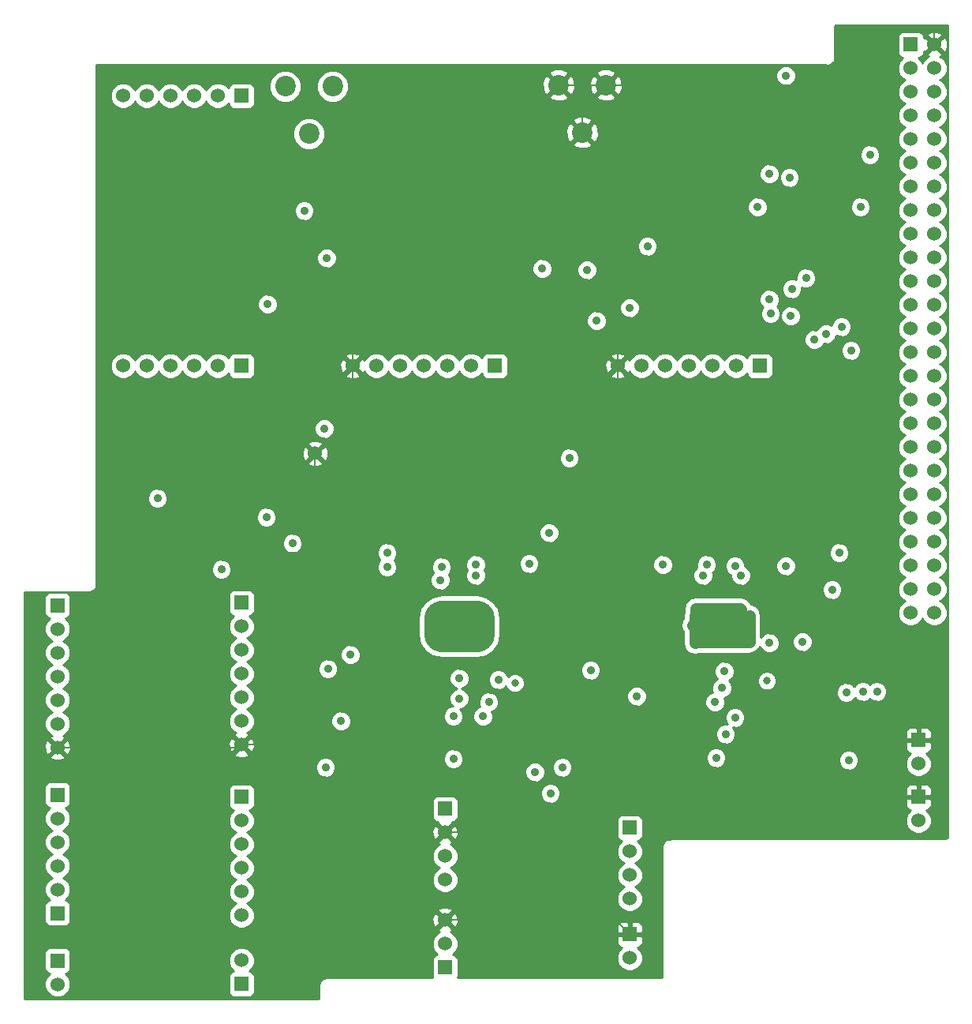
<source format=gbl>
G04 (created by PCBNEW (2013-05-18 BZR 4017)-stable) date Mon 15 Dec 2014 14:04:20 GMT*
%MOIN*%
G04 Gerber Fmt 3.4, Leading zero omitted, Abs format*
%FSLAX34Y34*%
G01*
G70*
G90*
G04 APERTURE LIST*
%ADD10C,0.00590551*%
%ADD11C,0.0315*%
%ADD12C,0.06*%
%ADD13R,0.06X0.06*%
%ADD14C,0.0866*%
%ADD15C,0.0354*%
%ADD16C,0.035*%
%ADD17C,0.1465*%
%ADD18C,0.0488*%
%ADD19C,0.008*%
%ADD20C,0.0198*%
%ADD21C,0.01*%
G04 APERTURE END LIST*
G54D10*
G54D11*
X52150Y-46600D03*
X62800Y-46500D03*
G54D12*
X43708Y-36904D03*
G54D13*
X40600Y-43200D03*
G54D12*
X40600Y-44200D03*
X40600Y-45200D03*
X40600Y-46200D03*
X40600Y-47200D03*
X40600Y-48200D03*
X40600Y-49200D03*
G54D13*
X32829Y-43313D03*
G54D12*
X32829Y-44313D03*
X32829Y-45313D03*
X32829Y-46313D03*
X32829Y-47313D03*
X32829Y-48313D03*
X32829Y-49313D03*
G54D13*
X62500Y-33200D03*
G54D12*
X61500Y-33200D03*
X60500Y-33200D03*
X59500Y-33200D03*
X58500Y-33200D03*
X57500Y-33200D03*
X56500Y-33200D03*
G54D13*
X51300Y-33200D03*
G54D12*
X50300Y-33200D03*
X49300Y-33200D03*
X48300Y-33200D03*
X47300Y-33200D03*
X46300Y-33200D03*
X45300Y-33200D03*
G54D13*
X40600Y-21800D03*
G54D12*
X39600Y-21800D03*
X38600Y-21800D03*
X37600Y-21800D03*
X36600Y-21800D03*
X35600Y-21800D03*
G54D13*
X57000Y-52700D03*
G54D12*
X57000Y-53700D03*
X57000Y-54700D03*
X57000Y-55700D03*
G54D13*
X49200Y-51900D03*
G54D12*
X49200Y-52900D03*
X49200Y-53900D03*
X49200Y-54900D03*
G54D13*
X32829Y-58313D03*
G54D12*
X32829Y-59313D03*
G54D13*
X57000Y-57200D03*
G54D12*
X57000Y-58200D03*
G54D13*
X69200Y-51400D03*
G54D12*
X69200Y-52400D03*
G54D13*
X69200Y-49000D03*
G54D12*
X69200Y-50000D03*
G54D13*
X68874Y-19639D03*
G54D12*
X69874Y-19639D03*
X68874Y-24639D03*
X69874Y-20639D03*
X68874Y-25639D03*
X69874Y-21639D03*
X68874Y-26639D03*
X69874Y-22639D03*
X68874Y-27639D03*
X69874Y-23639D03*
X68874Y-28639D03*
X69874Y-24639D03*
X68874Y-29639D03*
X69874Y-25639D03*
X68874Y-30639D03*
X69874Y-26639D03*
X68874Y-31639D03*
X69874Y-27639D03*
X68874Y-32639D03*
X69874Y-28639D03*
X68874Y-33639D03*
X69874Y-29639D03*
X68874Y-34639D03*
X69874Y-30639D03*
X69874Y-31639D03*
X68874Y-35639D03*
X69874Y-32639D03*
X69874Y-34639D03*
X69874Y-35639D03*
X69874Y-36639D03*
X69874Y-37639D03*
X68874Y-36639D03*
X68874Y-37639D03*
X68874Y-20639D03*
X68874Y-21639D03*
X68874Y-22639D03*
X68874Y-23639D03*
X68874Y-38639D03*
X69874Y-38639D03*
X69874Y-33639D03*
X68874Y-39639D03*
X69874Y-39639D03*
X68874Y-40639D03*
X69874Y-40639D03*
X68874Y-41639D03*
X69874Y-41639D03*
X68874Y-42639D03*
X69874Y-42639D03*
X68874Y-43639D03*
X69874Y-43639D03*
G54D13*
X32829Y-51313D03*
G54D12*
X32829Y-52313D03*
X32829Y-53313D03*
X32829Y-54313D03*
G54D13*
X32829Y-56313D03*
G54D12*
X32829Y-55313D03*
G54D13*
X40600Y-33200D03*
G54D12*
X39600Y-33200D03*
X38600Y-33200D03*
X37600Y-33200D03*
X36600Y-33200D03*
X35600Y-33200D03*
G54D13*
X40600Y-51400D03*
G54D12*
X40600Y-52400D03*
X40600Y-53400D03*
X40600Y-54400D03*
X40600Y-55400D03*
X40600Y-56400D03*
G54D13*
X49200Y-58600D03*
G54D12*
X49200Y-57600D03*
X49200Y-56600D03*
G54D13*
X40600Y-59300D03*
G54D12*
X40600Y-58300D03*
G54D14*
X43450Y-23400D03*
X44450Y-21400D03*
X42450Y-21400D03*
X55000Y-23350D03*
X56000Y-21350D03*
X54000Y-21350D03*
G54D15*
X49050Y-43850D03*
X49550Y-43850D03*
X50050Y-43850D03*
X50550Y-43850D03*
X49300Y-44200D03*
X49800Y-44200D03*
X50300Y-44200D03*
X49050Y-44550D03*
X49550Y-44550D03*
X50050Y-44550D03*
X50550Y-44550D03*
X60200Y-43800D03*
X60700Y-43800D03*
X61200Y-43800D03*
X61700Y-43800D03*
X60450Y-44150D03*
X60950Y-44150D03*
X61450Y-44150D03*
X60200Y-44500D03*
X60700Y-44500D03*
X61200Y-44500D03*
X61700Y-44500D03*
G54D16*
X53000Y-50350D03*
X44800Y-48200D03*
X49550Y-49800D03*
X49550Y-48000D03*
X50800Y-48000D03*
X49800Y-47250D03*
X42750Y-40700D03*
X61050Y-48750D03*
X60900Y-46800D03*
X60650Y-49750D03*
X60600Y-47400D03*
X66750Y-26500D03*
X62400Y-26500D03*
X63600Y-20950D03*
X44100Y-35850D03*
X44200Y-28650D03*
X54450Y-37100D03*
X39750Y-41800D03*
X43250Y-26650D03*
X65300Y-31850D03*
X63850Y-29950D03*
X66150Y-47000D03*
X66250Y-49850D03*
X65550Y-42650D03*
X53650Y-51250D03*
X65950Y-31550D03*
X64450Y-29500D03*
X55600Y-31300D03*
X55200Y-29150D03*
X57750Y-28150D03*
X67150Y-24300D03*
X63800Y-31100D03*
X62900Y-44900D03*
X64300Y-44850D03*
X64800Y-32100D03*
X53600Y-40250D03*
X62950Y-31000D03*
X57000Y-30750D03*
X54150Y-50150D03*
X65850Y-41100D03*
X44150Y-50150D03*
X46750Y-41100D03*
X45200Y-45400D03*
X41650Y-39600D03*
X41700Y-30600D03*
X62900Y-30400D03*
X62900Y-25100D03*
X53300Y-29100D03*
X63750Y-25250D03*
X66350Y-32550D03*
X51450Y-46450D03*
X66850Y-46950D03*
X67450Y-46950D03*
X46300Y-48250D03*
X52750Y-44850D03*
X44850Y-42250D03*
X45300Y-35350D03*
X53550Y-35350D03*
X49900Y-34450D03*
X36950Y-41000D03*
X43350Y-38500D03*
X64300Y-45750D03*
X66600Y-25400D03*
X63100Y-21300D03*
X42900Y-24600D03*
X57250Y-47850D03*
X64900Y-35400D03*
X57200Y-35500D03*
X61050Y-34350D03*
X56450Y-42350D03*
X45100Y-25600D03*
X54700Y-34500D03*
X50500Y-41600D03*
X52750Y-41550D03*
X58400Y-41600D03*
X60250Y-41600D03*
X61450Y-48050D03*
X61000Y-46100D03*
X46750Y-41700D03*
X49050Y-41700D03*
X63600Y-41650D03*
X61450Y-41650D03*
X51050Y-47400D03*
X49800Y-46400D03*
X57300Y-47150D03*
X50500Y-42050D03*
X49000Y-42250D03*
X44250Y-46000D03*
X55350Y-46050D03*
X37050Y-38800D03*
X61700Y-42050D03*
X60100Y-42050D03*
G54D17*
X50050Y-44550D02*
X50550Y-44550D01*
G54D18*
X60450Y-44150D02*
X59800Y-44150D01*
X59800Y-44150D02*
X59650Y-44150D01*
X59650Y-44150D02*
X59800Y-44150D01*
X59800Y-44150D02*
X59800Y-43450D01*
X59800Y-44450D02*
X59800Y-44150D01*
X59750Y-44500D02*
X59800Y-44450D01*
X59750Y-44500D02*
X59750Y-44900D01*
X59750Y-44900D02*
X59800Y-44850D01*
X59800Y-44850D02*
X62050Y-44850D01*
X62050Y-44850D02*
X62050Y-43750D01*
X62050Y-43750D02*
X62000Y-43800D01*
X59750Y-43750D02*
X59750Y-44500D01*
X59750Y-43750D02*
X59800Y-43800D01*
X61700Y-44500D02*
X61200Y-44500D01*
X60950Y-44150D02*
X61450Y-44150D01*
X60450Y-44150D02*
X60950Y-44150D01*
G54D19*
X60450Y-44050D02*
X60850Y-44050D01*
X60850Y-44050D02*
X60750Y-44150D01*
X60750Y-44150D02*
X60450Y-44150D01*
G54D18*
X59800Y-43450D02*
X61650Y-43450D01*
X61650Y-43450D02*
X61700Y-43500D01*
X61650Y-43450D02*
X61650Y-44450D01*
X61650Y-44450D02*
X61700Y-44500D01*
G54D19*
X46300Y-48250D02*
X46300Y-49200D01*
X53100Y-49200D02*
X53100Y-45200D01*
X53100Y-45200D02*
X52750Y-44850D01*
X44850Y-42250D02*
X43700Y-42250D01*
X45300Y-35350D02*
X45300Y-35312D01*
X53600Y-35300D02*
X53600Y-34500D01*
X53550Y-35350D02*
X53600Y-35300D01*
G54D20*
X49900Y-34450D02*
X49950Y-34500D01*
G54D19*
X49950Y-34500D02*
X53600Y-34500D01*
X53600Y-34500D02*
X54700Y-34500D01*
X43700Y-41100D02*
X37050Y-41100D01*
X37050Y-41100D02*
X36950Y-41000D01*
X43708Y-36904D02*
X43708Y-38442D01*
X43708Y-38442D02*
X43700Y-38450D01*
X43700Y-38450D02*
X43700Y-41100D01*
X43700Y-41100D02*
X43700Y-42250D01*
X43700Y-42250D02*
X43700Y-49000D01*
X43700Y-49000D02*
X43850Y-49150D01*
X43400Y-38450D02*
X43700Y-38450D01*
G54D18*
X43350Y-38500D02*
X43400Y-38450D01*
G54D19*
X56000Y-21350D02*
X54000Y-21350D01*
X54000Y-21350D02*
X55000Y-22350D01*
X55000Y-22350D02*
X55000Y-23350D01*
X57250Y-47850D02*
X57250Y-49050D01*
X57250Y-49050D02*
X57400Y-49200D01*
X64300Y-49200D02*
X64300Y-45750D01*
X66600Y-21350D02*
X65300Y-21350D01*
X66600Y-25400D02*
X66600Y-21350D01*
X62900Y-21350D02*
X63050Y-21350D01*
X63050Y-21350D02*
X63100Y-21300D01*
X51700Y-52900D02*
X51550Y-52900D01*
X51850Y-53050D02*
X51700Y-52900D01*
X51550Y-52900D02*
X51500Y-52900D01*
X51850Y-53050D02*
X51850Y-50100D01*
X51850Y-50100D02*
X52800Y-49200D01*
X56500Y-33200D02*
X56500Y-34400D01*
X56500Y-34400D02*
X56600Y-34500D01*
X56500Y-33200D02*
X56500Y-29350D01*
X56500Y-29350D02*
X52750Y-25600D01*
X45100Y-25600D02*
X52750Y-25600D01*
X52750Y-25600D02*
X55000Y-23350D01*
X69874Y-19639D02*
X69874Y-18826D01*
X69874Y-18826D02*
X69850Y-18850D01*
X69850Y-18850D02*
X65750Y-18850D01*
X65750Y-18850D02*
X65650Y-18950D01*
X65650Y-18950D02*
X65650Y-21000D01*
X65650Y-21000D02*
X65300Y-21350D01*
X65300Y-21350D02*
X62900Y-21350D01*
X62900Y-21350D02*
X56000Y-21350D01*
X43200Y-24600D02*
X42900Y-24600D01*
X45100Y-24600D02*
X45100Y-25600D01*
X43200Y-24600D02*
X45100Y-24600D01*
X51850Y-56600D02*
X51850Y-53050D01*
X49200Y-56600D02*
X51850Y-56600D01*
X51850Y-56600D02*
X56400Y-56600D01*
X56400Y-56600D02*
X57000Y-57200D01*
X49200Y-52900D02*
X51600Y-52900D01*
X40600Y-49200D02*
X46300Y-49200D01*
X46300Y-49200D02*
X53100Y-49200D01*
X53100Y-49200D02*
X57400Y-49200D01*
X57400Y-49200D02*
X64300Y-49200D01*
X64300Y-49200D02*
X66950Y-49200D01*
X66950Y-49200D02*
X66950Y-49150D01*
X69200Y-51400D02*
X67000Y-51400D01*
X67000Y-51400D02*
X66950Y-51350D01*
X66950Y-51350D02*
X66950Y-49150D01*
X67000Y-49000D02*
X69200Y-49000D01*
X66950Y-49150D02*
X66950Y-49050D01*
X66950Y-49050D02*
X67000Y-49000D01*
X32829Y-49313D02*
X40487Y-49313D01*
X40487Y-49313D02*
X40600Y-49200D01*
X45300Y-33200D02*
X45300Y-35312D01*
X45300Y-35312D02*
X43708Y-36904D01*
X45300Y-33200D02*
X45300Y-25800D01*
X45300Y-25800D02*
X45100Y-25600D01*
X56450Y-47050D02*
X56450Y-42350D01*
X57250Y-47850D02*
X56450Y-47050D01*
X61050Y-34350D02*
X63850Y-34350D01*
X63850Y-34350D02*
X64900Y-35400D01*
X54700Y-34500D02*
X56200Y-34500D01*
X56200Y-34500D02*
X57200Y-35500D01*
X60900Y-34500D02*
X61050Y-34350D01*
X56600Y-34500D02*
X60900Y-34500D01*
X54700Y-34500D02*
X56600Y-34500D01*
X56450Y-42350D02*
X56550Y-42350D01*
G54D18*
X60200Y-43800D02*
X59800Y-43800D01*
X60700Y-43800D02*
X60200Y-43800D01*
G54D19*
X60200Y-43800D02*
X60450Y-44050D01*
G54D17*
X50050Y-43850D02*
X49550Y-43850D01*
X50550Y-44550D02*
X50550Y-43850D01*
X50550Y-43850D02*
X50050Y-43850D01*
G54D18*
X60200Y-44500D02*
X59750Y-44500D01*
X60700Y-44500D02*
X60200Y-44500D01*
X62000Y-43800D02*
X61700Y-43800D01*
X61700Y-43800D02*
X61700Y-44500D01*
X61200Y-43800D02*
X60700Y-43800D01*
X61700Y-43800D02*
X61200Y-43800D01*
X61200Y-44500D02*
X60700Y-44500D01*
G54D19*
X61450Y-44150D02*
X61450Y-44250D01*
X61450Y-44250D02*
X61700Y-44500D01*
G54D17*
X49050Y-44550D02*
X49550Y-44550D01*
X49050Y-43850D02*
X49050Y-44550D01*
X49550Y-43850D02*
X49050Y-43850D01*
X49550Y-44550D02*
X50050Y-44550D01*
G54D10*
G36*
X70443Y-53125D02*
X70428Y-53128D01*
X70428Y-19720D01*
X70417Y-19502D01*
X70355Y-19351D01*
X70259Y-19323D01*
X70189Y-19394D01*
X70189Y-19253D01*
X70161Y-19157D01*
X69955Y-19084D01*
X69737Y-19095D01*
X69586Y-19157D01*
X69558Y-19253D01*
X69874Y-19568D01*
X70189Y-19253D01*
X70189Y-19394D01*
X69944Y-19639D01*
X70259Y-19954D01*
X70355Y-19926D01*
X70428Y-19720D01*
X70428Y-53128D01*
X70424Y-53129D01*
X70424Y-43530D01*
X70340Y-43327D01*
X70185Y-43173D01*
X70104Y-43139D01*
X70185Y-43105D01*
X70339Y-42950D01*
X70423Y-42748D01*
X70424Y-42530D01*
X70340Y-42327D01*
X70185Y-42173D01*
X70104Y-42139D01*
X70185Y-42105D01*
X70339Y-41950D01*
X70423Y-41748D01*
X70424Y-41530D01*
X70340Y-41327D01*
X70185Y-41173D01*
X70104Y-41139D01*
X70185Y-41105D01*
X70339Y-40950D01*
X70423Y-40748D01*
X70424Y-40530D01*
X70340Y-40327D01*
X70185Y-40173D01*
X70104Y-40139D01*
X70185Y-40105D01*
X70339Y-39950D01*
X70423Y-39748D01*
X70424Y-39530D01*
X70340Y-39327D01*
X70185Y-39173D01*
X70104Y-39139D01*
X70185Y-39105D01*
X70339Y-38950D01*
X70423Y-38748D01*
X70424Y-38530D01*
X70340Y-38327D01*
X70185Y-38173D01*
X70104Y-38139D01*
X70185Y-38105D01*
X70339Y-37950D01*
X70423Y-37748D01*
X70424Y-37530D01*
X70340Y-37327D01*
X70185Y-37173D01*
X70104Y-37139D01*
X70185Y-37105D01*
X70339Y-36950D01*
X70423Y-36748D01*
X70424Y-36530D01*
X70340Y-36327D01*
X70185Y-36173D01*
X70104Y-36139D01*
X70185Y-36105D01*
X70339Y-35950D01*
X70423Y-35748D01*
X70424Y-35530D01*
X70340Y-35327D01*
X70185Y-35173D01*
X70104Y-35139D01*
X70185Y-35105D01*
X70339Y-34950D01*
X70423Y-34748D01*
X70424Y-34530D01*
X70340Y-34327D01*
X70185Y-34173D01*
X70104Y-34139D01*
X70185Y-34105D01*
X70339Y-33950D01*
X70423Y-33748D01*
X70424Y-33530D01*
X70340Y-33327D01*
X70185Y-33173D01*
X70104Y-33139D01*
X70185Y-33105D01*
X70339Y-32950D01*
X70423Y-32748D01*
X70424Y-32530D01*
X70340Y-32327D01*
X70185Y-32173D01*
X70104Y-32139D01*
X70185Y-32105D01*
X70339Y-31950D01*
X70423Y-31748D01*
X70424Y-31530D01*
X70340Y-31327D01*
X70185Y-31173D01*
X70104Y-31139D01*
X70185Y-31105D01*
X70339Y-30950D01*
X70423Y-30748D01*
X70424Y-30530D01*
X70340Y-30327D01*
X70185Y-30173D01*
X70104Y-30139D01*
X70185Y-30105D01*
X70339Y-29950D01*
X70423Y-29748D01*
X70424Y-29530D01*
X70340Y-29327D01*
X70185Y-29173D01*
X70104Y-29139D01*
X70185Y-29105D01*
X70339Y-28950D01*
X70423Y-28748D01*
X70424Y-28530D01*
X70340Y-28327D01*
X70185Y-28173D01*
X70104Y-28139D01*
X70185Y-28105D01*
X70339Y-27950D01*
X70423Y-27748D01*
X70424Y-27530D01*
X70340Y-27327D01*
X70185Y-27173D01*
X70104Y-27139D01*
X70185Y-27105D01*
X70339Y-26950D01*
X70423Y-26748D01*
X70424Y-26530D01*
X70340Y-26327D01*
X70185Y-26173D01*
X70104Y-26139D01*
X70185Y-26105D01*
X70339Y-25950D01*
X70423Y-25748D01*
X70424Y-25530D01*
X70340Y-25327D01*
X70185Y-25173D01*
X70104Y-25139D01*
X70185Y-25105D01*
X70339Y-24950D01*
X70423Y-24748D01*
X70424Y-24530D01*
X70340Y-24327D01*
X70185Y-24173D01*
X70104Y-24139D01*
X70185Y-24105D01*
X70339Y-23950D01*
X70423Y-23748D01*
X70424Y-23530D01*
X70340Y-23327D01*
X70185Y-23173D01*
X70104Y-23139D01*
X70185Y-23105D01*
X70339Y-22950D01*
X70423Y-22748D01*
X70424Y-22530D01*
X70340Y-22327D01*
X70185Y-22173D01*
X70104Y-22139D01*
X70185Y-22105D01*
X70339Y-21950D01*
X70423Y-21748D01*
X70424Y-21530D01*
X70340Y-21327D01*
X70185Y-21173D01*
X70104Y-21139D01*
X70185Y-21105D01*
X70339Y-20950D01*
X70423Y-20748D01*
X70424Y-20530D01*
X70340Y-20327D01*
X70185Y-20173D01*
X70110Y-20141D01*
X70161Y-20120D01*
X70189Y-20024D01*
X69874Y-19709D01*
X69558Y-20024D01*
X69586Y-20120D01*
X69641Y-20139D01*
X69562Y-20172D01*
X69408Y-20327D01*
X69374Y-20408D01*
X69340Y-20327D01*
X69201Y-20189D01*
X69223Y-20189D01*
X69315Y-20151D01*
X69385Y-20080D01*
X69423Y-19988D01*
X69424Y-19935D01*
X69488Y-19954D01*
X69803Y-19639D01*
X69488Y-19323D01*
X69424Y-19342D01*
X69424Y-19289D01*
X69386Y-19197D01*
X69315Y-19127D01*
X69223Y-19089D01*
X69124Y-19088D01*
X68524Y-19088D01*
X68432Y-19126D01*
X68362Y-19197D01*
X68324Y-19289D01*
X68323Y-19388D01*
X68323Y-19988D01*
X68361Y-20080D01*
X68432Y-20150D01*
X68524Y-20188D01*
X68546Y-20188D01*
X68408Y-20327D01*
X68324Y-20529D01*
X68323Y-20747D01*
X68407Y-20950D01*
X68562Y-21104D01*
X68643Y-21138D01*
X68562Y-21172D01*
X68408Y-21327D01*
X68324Y-21529D01*
X68323Y-21747D01*
X68407Y-21950D01*
X68562Y-22104D01*
X68643Y-22138D01*
X68562Y-22172D01*
X68408Y-22327D01*
X68324Y-22529D01*
X68323Y-22747D01*
X68407Y-22950D01*
X68562Y-23104D01*
X68643Y-23138D01*
X68562Y-23172D01*
X68408Y-23327D01*
X68324Y-23529D01*
X68323Y-23747D01*
X68407Y-23950D01*
X68562Y-24104D01*
X68643Y-24138D01*
X68562Y-24172D01*
X68408Y-24327D01*
X68324Y-24529D01*
X68323Y-24747D01*
X68407Y-24950D01*
X68562Y-25104D01*
X68643Y-25138D01*
X68562Y-25172D01*
X68408Y-25327D01*
X68324Y-25529D01*
X68323Y-25747D01*
X68407Y-25950D01*
X68562Y-26104D01*
X68643Y-26138D01*
X68562Y-26172D01*
X68408Y-26327D01*
X68324Y-26529D01*
X68323Y-26747D01*
X68407Y-26950D01*
X68562Y-27104D01*
X68643Y-27138D01*
X68562Y-27172D01*
X68408Y-27327D01*
X68324Y-27529D01*
X68323Y-27747D01*
X68407Y-27950D01*
X68562Y-28104D01*
X68643Y-28138D01*
X68562Y-28172D01*
X68408Y-28327D01*
X68324Y-28529D01*
X68323Y-28747D01*
X68407Y-28950D01*
X68562Y-29104D01*
X68643Y-29138D01*
X68562Y-29172D01*
X68408Y-29327D01*
X68324Y-29529D01*
X68323Y-29747D01*
X68407Y-29950D01*
X68562Y-30104D01*
X68643Y-30138D01*
X68562Y-30172D01*
X68408Y-30327D01*
X68324Y-30529D01*
X68323Y-30747D01*
X68407Y-30950D01*
X68562Y-31104D01*
X68643Y-31138D01*
X68562Y-31172D01*
X68408Y-31327D01*
X68324Y-31529D01*
X68323Y-31747D01*
X68407Y-31950D01*
X68562Y-32104D01*
X68643Y-32138D01*
X68562Y-32172D01*
X68408Y-32327D01*
X68324Y-32529D01*
X68323Y-32747D01*
X68407Y-32950D01*
X68562Y-33104D01*
X68643Y-33138D01*
X68562Y-33172D01*
X68408Y-33327D01*
X68324Y-33529D01*
X68323Y-33747D01*
X68407Y-33950D01*
X68562Y-34104D01*
X68643Y-34138D01*
X68562Y-34172D01*
X68408Y-34327D01*
X68324Y-34529D01*
X68323Y-34747D01*
X68407Y-34950D01*
X68562Y-35104D01*
X68643Y-35138D01*
X68562Y-35172D01*
X68408Y-35327D01*
X68324Y-35529D01*
X68323Y-35747D01*
X68407Y-35950D01*
X68562Y-36104D01*
X68643Y-36138D01*
X68562Y-36172D01*
X68408Y-36327D01*
X68324Y-36529D01*
X68323Y-36747D01*
X68407Y-36950D01*
X68562Y-37104D01*
X68643Y-37138D01*
X68562Y-37172D01*
X68408Y-37327D01*
X68324Y-37529D01*
X68323Y-37747D01*
X68407Y-37950D01*
X68562Y-38104D01*
X68643Y-38138D01*
X68562Y-38172D01*
X68408Y-38327D01*
X68324Y-38529D01*
X68323Y-38747D01*
X68407Y-38950D01*
X68562Y-39104D01*
X68643Y-39138D01*
X68562Y-39172D01*
X68408Y-39327D01*
X68324Y-39529D01*
X68323Y-39747D01*
X68407Y-39950D01*
X68562Y-40104D01*
X68643Y-40138D01*
X68562Y-40172D01*
X68408Y-40327D01*
X68324Y-40529D01*
X68323Y-40747D01*
X68407Y-40950D01*
X68562Y-41104D01*
X68643Y-41138D01*
X68562Y-41172D01*
X68408Y-41327D01*
X68324Y-41529D01*
X68323Y-41747D01*
X68407Y-41950D01*
X68562Y-42104D01*
X68643Y-42138D01*
X68562Y-42172D01*
X68408Y-42327D01*
X68324Y-42529D01*
X68323Y-42747D01*
X68407Y-42950D01*
X68562Y-43104D01*
X68643Y-43138D01*
X68562Y-43172D01*
X68408Y-43327D01*
X68324Y-43529D01*
X68323Y-43747D01*
X68407Y-43950D01*
X68562Y-44104D01*
X68764Y-44188D01*
X68982Y-44189D01*
X69185Y-44105D01*
X69339Y-43950D01*
X69373Y-43869D01*
X69407Y-43950D01*
X69562Y-44104D01*
X69764Y-44188D01*
X69982Y-44189D01*
X70185Y-44105D01*
X70339Y-43950D01*
X70423Y-43748D01*
X70424Y-43530D01*
X70424Y-53129D01*
X70347Y-53144D01*
X70318Y-53164D01*
X69750Y-53164D01*
X69750Y-52291D01*
X69750Y-49891D01*
X69666Y-49688D01*
X69527Y-49549D01*
X69549Y-49549D01*
X69641Y-49511D01*
X69712Y-49441D01*
X69750Y-49349D01*
X69750Y-48650D01*
X69712Y-48558D01*
X69641Y-48488D01*
X69549Y-48450D01*
X69450Y-48449D01*
X69312Y-48450D01*
X69250Y-48512D01*
X69250Y-48950D01*
X69687Y-48950D01*
X69750Y-48887D01*
X69750Y-48650D01*
X69750Y-49349D01*
X69750Y-49112D01*
X69687Y-49050D01*
X69250Y-49050D01*
X69250Y-49057D01*
X69150Y-49057D01*
X69150Y-49050D01*
X69150Y-48950D01*
X69150Y-48512D01*
X69087Y-48450D01*
X68949Y-48449D01*
X68850Y-48450D01*
X68758Y-48488D01*
X68687Y-48558D01*
X68649Y-48650D01*
X68650Y-48887D01*
X68712Y-48950D01*
X69150Y-48950D01*
X69150Y-49050D01*
X68712Y-49050D01*
X68650Y-49112D01*
X68649Y-49349D01*
X68687Y-49441D01*
X68758Y-49511D01*
X68850Y-49549D01*
X68872Y-49549D01*
X68734Y-49688D01*
X68650Y-49890D01*
X68649Y-50108D01*
X68733Y-50311D01*
X68888Y-50465D01*
X69090Y-50549D01*
X69308Y-50550D01*
X69511Y-50466D01*
X69665Y-50311D01*
X69749Y-50109D01*
X69750Y-49891D01*
X69750Y-52291D01*
X69666Y-52088D01*
X69527Y-51949D01*
X69549Y-51949D01*
X69641Y-51911D01*
X69712Y-51841D01*
X69750Y-51749D01*
X69750Y-51050D01*
X69712Y-50958D01*
X69641Y-50888D01*
X69549Y-50850D01*
X69450Y-50849D01*
X69312Y-50850D01*
X69250Y-50912D01*
X69250Y-51350D01*
X69687Y-51350D01*
X69750Y-51287D01*
X69750Y-51050D01*
X69750Y-51749D01*
X69750Y-51512D01*
X69687Y-51450D01*
X69250Y-51450D01*
X69250Y-51457D01*
X69150Y-51457D01*
X69150Y-51450D01*
X69150Y-51350D01*
X69150Y-50912D01*
X69087Y-50850D01*
X68949Y-50849D01*
X68850Y-50850D01*
X68758Y-50888D01*
X68687Y-50958D01*
X68649Y-51050D01*
X68650Y-51287D01*
X68712Y-51350D01*
X69150Y-51350D01*
X69150Y-51450D01*
X68712Y-51450D01*
X68650Y-51512D01*
X68649Y-51749D01*
X68687Y-51841D01*
X68758Y-51911D01*
X68850Y-51949D01*
X68872Y-51949D01*
X68734Y-52088D01*
X68650Y-52290D01*
X68649Y-52508D01*
X68733Y-52711D01*
X68888Y-52865D01*
X69090Y-52949D01*
X69308Y-52950D01*
X69511Y-52866D01*
X69665Y-52711D01*
X69749Y-52509D01*
X69750Y-52291D01*
X69750Y-53164D01*
X67875Y-53164D01*
X67875Y-46865D01*
X67810Y-46709D01*
X67691Y-46589D01*
X67575Y-46541D01*
X67575Y-24215D01*
X67510Y-24059D01*
X67391Y-23939D01*
X67234Y-23875D01*
X67065Y-23874D01*
X66909Y-23939D01*
X66789Y-24058D01*
X66725Y-24215D01*
X66724Y-24384D01*
X66789Y-24540D01*
X66908Y-24660D01*
X67065Y-24724D01*
X67234Y-24725D01*
X67390Y-24660D01*
X67510Y-24541D01*
X67574Y-24384D01*
X67575Y-24215D01*
X67575Y-46541D01*
X67534Y-46525D01*
X67365Y-46524D01*
X67209Y-46589D01*
X67175Y-46623D01*
X67175Y-26415D01*
X67110Y-26259D01*
X66991Y-26139D01*
X66834Y-26075D01*
X66665Y-26074D01*
X66509Y-26139D01*
X66389Y-26258D01*
X66325Y-26415D01*
X66324Y-26584D01*
X66389Y-26740D01*
X66508Y-26860D01*
X66665Y-26924D01*
X66834Y-26925D01*
X66990Y-26860D01*
X67110Y-26741D01*
X67174Y-26584D01*
X67175Y-26415D01*
X67175Y-46623D01*
X67150Y-46648D01*
X67091Y-46589D01*
X66934Y-46525D01*
X66775Y-46524D01*
X66775Y-32465D01*
X66710Y-32309D01*
X66591Y-32189D01*
X66434Y-32125D01*
X66375Y-32125D01*
X66375Y-31465D01*
X66310Y-31309D01*
X66191Y-31189D01*
X66034Y-31125D01*
X65865Y-31124D01*
X65709Y-31189D01*
X65589Y-31308D01*
X65525Y-31465D01*
X65525Y-31483D01*
X65384Y-31425D01*
X65215Y-31424D01*
X65059Y-31489D01*
X64939Y-31608D01*
X64908Y-31684D01*
X64884Y-31675D01*
X64875Y-31675D01*
X64875Y-29415D01*
X64810Y-29259D01*
X64691Y-29139D01*
X64534Y-29075D01*
X64365Y-29074D01*
X64209Y-29139D01*
X64175Y-29173D01*
X64175Y-25165D01*
X64110Y-25009D01*
X64025Y-24923D01*
X64025Y-20865D01*
X63960Y-20709D01*
X63841Y-20589D01*
X63684Y-20525D01*
X63515Y-20524D01*
X63359Y-20589D01*
X63239Y-20708D01*
X63175Y-20865D01*
X63174Y-21034D01*
X63239Y-21190D01*
X63358Y-21310D01*
X63515Y-21374D01*
X63684Y-21375D01*
X63840Y-21310D01*
X63960Y-21191D01*
X64024Y-21034D01*
X64025Y-20865D01*
X64025Y-24923D01*
X63991Y-24889D01*
X63834Y-24825D01*
X63665Y-24824D01*
X63509Y-24889D01*
X63389Y-25008D01*
X63325Y-25165D01*
X63325Y-25015D01*
X63260Y-24859D01*
X63141Y-24739D01*
X62984Y-24675D01*
X62815Y-24674D01*
X62659Y-24739D01*
X62539Y-24858D01*
X62475Y-25015D01*
X62474Y-25184D01*
X62539Y-25340D01*
X62658Y-25460D01*
X62815Y-25524D01*
X62984Y-25525D01*
X63140Y-25460D01*
X63260Y-25341D01*
X63324Y-25184D01*
X63325Y-25015D01*
X63325Y-25165D01*
X63324Y-25334D01*
X63389Y-25490D01*
X63508Y-25610D01*
X63665Y-25674D01*
X63834Y-25675D01*
X63990Y-25610D01*
X64110Y-25491D01*
X64174Y-25334D01*
X64175Y-25165D01*
X64175Y-29173D01*
X64089Y-29258D01*
X64025Y-29415D01*
X64024Y-29562D01*
X63934Y-29525D01*
X63765Y-29524D01*
X63609Y-29589D01*
X63489Y-29708D01*
X63425Y-29865D01*
X63424Y-30034D01*
X63489Y-30190D01*
X63608Y-30310D01*
X63765Y-30374D01*
X63934Y-30375D01*
X64090Y-30310D01*
X64210Y-30191D01*
X64274Y-30034D01*
X64275Y-29887D01*
X64365Y-29924D01*
X64534Y-29925D01*
X64690Y-29860D01*
X64810Y-29741D01*
X64874Y-29584D01*
X64875Y-29415D01*
X64875Y-31675D01*
X64715Y-31674D01*
X64559Y-31739D01*
X64439Y-31858D01*
X64375Y-32015D01*
X64374Y-32184D01*
X64439Y-32340D01*
X64558Y-32460D01*
X64715Y-32524D01*
X64884Y-32525D01*
X65040Y-32460D01*
X65160Y-32341D01*
X65191Y-32265D01*
X65215Y-32274D01*
X65384Y-32275D01*
X65540Y-32210D01*
X65660Y-32091D01*
X65724Y-31934D01*
X65724Y-31916D01*
X65865Y-31974D01*
X66034Y-31975D01*
X66190Y-31910D01*
X66310Y-31791D01*
X66374Y-31634D01*
X66375Y-31465D01*
X66375Y-32125D01*
X66265Y-32124D01*
X66109Y-32189D01*
X65989Y-32308D01*
X65925Y-32465D01*
X65924Y-32634D01*
X65989Y-32790D01*
X66108Y-32910D01*
X66265Y-32974D01*
X66434Y-32975D01*
X66590Y-32910D01*
X66710Y-32791D01*
X66774Y-32634D01*
X66775Y-32465D01*
X66775Y-46524D01*
X66765Y-46524D01*
X66609Y-46589D01*
X66489Y-46708D01*
X66481Y-46730D01*
X66391Y-46639D01*
X66275Y-46591D01*
X66275Y-41015D01*
X66210Y-40859D01*
X66091Y-40739D01*
X65934Y-40675D01*
X65765Y-40674D01*
X65609Y-40739D01*
X65489Y-40858D01*
X65425Y-41015D01*
X65424Y-41184D01*
X65489Y-41340D01*
X65608Y-41460D01*
X65765Y-41524D01*
X65934Y-41525D01*
X66090Y-41460D01*
X66210Y-41341D01*
X66274Y-41184D01*
X66275Y-41015D01*
X66275Y-46591D01*
X66234Y-46575D01*
X66065Y-46574D01*
X65975Y-46612D01*
X65975Y-42565D01*
X65910Y-42409D01*
X65791Y-42289D01*
X65634Y-42225D01*
X65465Y-42224D01*
X65309Y-42289D01*
X65189Y-42408D01*
X65125Y-42565D01*
X65124Y-42734D01*
X65189Y-42890D01*
X65308Y-43010D01*
X65465Y-43074D01*
X65634Y-43075D01*
X65790Y-43010D01*
X65910Y-42891D01*
X65974Y-42734D01*
X65975Y-42565D01*
X65975Y-46612D01*
X65909Y-46639D01*
X65789Y-46758D01*
X65725Y-46915D01*
X65724Y-47084D01*
X65789Y-47240D01*
X65908Y-47360D01*
X66065Y-47424D01*
X66234Y-47425D01*
X66390Y-47360D01*
X66510Y-47241D01*
X66518Y-47219D01*
X66608Y-47310D01*
X66765Y-47374D01*
X66934Y-47375D01*
X67090Y-47310D01*
X67149Y-47251D01*
X67208Y-47310D01*
X67365Y-47374D01*
X67534Y-47375D01*
X67690Y-47310D01*
X67810Y-47191D01*
X67874Y-47034D01*
X67875Y-46865D01*
X67875Y-53164D01*
X66675Y-53164D01*
X66675Y-49765D01*
X66610Y-49609D01*
X66491Y-49489D01*
X66334Y-49425D01*
X66165Y-49424D01*
X66009Y-49489D01*
X65889Y-49608D01*
X65825Y-49765D01*
X65824Y-49934D01*
X65889Y-50090D01*
X66008Y-50210D01*
X66165Y-50274D01*
X66334Y-50275D01*
X66490Y-50210D01*
X66610Y-50091D01*
X66674Y-49934D01*
X66675Y-49765D01*
X66675Y-53164D01*
X64725Y-53164D01*
X64725Y-44765D01*
X64660Y-44609D01*
X64541Y-44489D01*
X64384Y-44425D01*
X64225Y-44424D01*
X64225Y-31015D01*
X64160Y-30859D01*
X64041Y-30739D01*
X63884Y-30675D01*
X63715Y-30674D01*
X63559Y-30739D01*
X63439Y-30858D01*
X63375Y-31015D01*
X63375Y-30915D01*
X63310Y-30759D01*
X63226Y-30675D01*
X63260Y-30641D01*
X63324Y-30484D01*
X63325Y-30315D01*
X63260Y-30159D01*
X63141Y-30039D01*
X62984Y-29975D01*
X62825Y-29974D01*
X62825Y-26415D01*
X62760Y-26259D01*
X62641Y-26139D01*
X62484Y-26075D01*
X62315Y-26074D01*
X62159Y-26139D01*
X62039Y-26258D01*
X61975Y-26415D01*
X61974Y-26584D01*
X62039Y-26740D01*
X62158Y-26860D01*
X62315Y-26924D01*
X62484Y-26925D01*
X62640Y-26860D01*
X62760Y-26741D01*
X62824Y-26584D01*
X62825Y-26415D01*
X62825Y-29974D01*
X62815Y-29974D01*
X62659Y-30039D01*
X62539Y-30158D01*
X62475Y-30315D01*
X62474Y-30484D01*
X62539Y-30640D01*
X62623Y-30724D01*
X62589Y-30758D01*
X62525Y-30915D01*
X62524Y-31084D01*
X62589Y-31240D01*
X62708Y-31360D01*
X62865Y-31424D01*
X63034Y-31425D01*
X63190Y-31360D01*
X63310Y-31241D01*
X63374Y-31084D01*
X63375Y-30915D01*
X63375Y-31015D01*
X63374Y-31184D01*
X63439Y-31340D01*
X63558Y-31460D01*
X63715Y-31524D01*
X63884Y-31525D01*
X64040Y-31460D01*
X64160Y-31341D01*
X64224Y-31184D01*
X64225Y-31015D01*
X64225Y-44424D01*
X64215Y-44424D01*
X64059Y-44489D01*
X64025Y-44523D01*
X64025Y-41565D01*
X63960Y-41409D01*
X63841Y-41289D01*
X63684Y-41225D01*
X63515Y-41224D01*
X63359Y-41289D01*
X63239Y-41408D01*
X63175Y-41565D01*
X63174Y-41734D01*
X63239Y-41890D01*
X63358Y-42010D01*
X63515Y-42074D01*
X63684Y-42075D01*
X63840Y-42010D01*
X63960Y-41891D01*
X64024Y-41734D01*
X64025Y-41565D01*
X64025Y-44523D01*
X63939Y-44608D01*
X63875Y-44765D01*
X63874Y-44934D01*
X63939Y-45090D01*
X64058Y-45210D01*
X64215Y-45274D01*
X64384Y-45275D01*
X64540Y-45210D01*
X64660Y-45091D01*
X64724Y-44934D01*
X64725Y-44765D01*
X64725Y-53164D01*
X63325Y-53164D01*
X63325Y-44815D01*
X63260Y-44659D01*
X63141Y-44539D01*
X63050Y-44502D01*
X63050Y-33450D01*
X63050Y-32850D01*
X63012Y-32758D01*
X62941Y-32688D01*
X62849Y-32650D01*
X62750Y-32649D01*
X62150Y-32649D01*
X62058Y-32687D01*
X61988Y-32758D01*
X61950Y-32850D01*
X61950Y-32872D01*
X61811Y-32734D01*
X61609Y-32650D01*
X61391Y-32649D01*
X61188Y-32733D01*
X61034Y-32888D01*
X61000Y-32969D01*
X60966Y-32888D01*
X60811Y-32734D01*
X60609Y-32650D01*
X60391Y-32649D01*
X60188Y-32733D01*
X60034Y-32888D01*
X60000Y-32969D01*
X59966Y-32888D01*
X59811Y-32734D01*
X59609Y-32650D01*
X59391Y-32649D01*
X59188Y-32733D01*
X59034Y-32888D01*
X59000Y-32969D01*
X58966Y-32888D01*
X58811Y-32734D01*
X58609Y-32650D01*
X58391Y-32649D01*
X58188Y-32733D01*
X58175Y-32747D01*
X58175Y-28065D01*
X58110Y-27909D01*
X57991Y-27789D01*
X57834Y-27725D01*
X57665Y-27724D01*
X57509Y-27789D01*
X57389Y-27908D01*
X57325Y-28065D01*
X57324Y-28234D01*
X57389Y-28390D01*
X57508Y-28510D01*
X57665Y-28574D01*
X57834Y-28575D01*
X57990Y-28510D01*
X58110Y-28391D01*
X58174Y-28234D01*
X58175Y-28065D01*
X58175Y-32747D01*
X58034Y-32888D01*
X58000Y-32969D01*
X57966Y-32888D01*
X57811Y-32734D01*
X57609Y-32650D01*
X57425Y-32649D01*
X57425Y-30665D01*
X57360Y-30509D01*
X57241Y-30389D01*
X57084Y-30325D01*
X56915Y-30324D01*
X56759Y-30389D01*
X56687Y-30461D01*
X56687Y-21463D01*
X56678Y-21191D01*
X56591Y-20982D01*
X56482Y-20938D01*
X56411Y-21009D01*
X56411Y-20867D01*
X56367Y-20758D01*
X56113Y-20662D01*
X55841Y-20671D01*
X55632Y-20758D01*
X55588Y-20867D01*
X56000Y-21279D01*
X56411Y-20867D01*
X56411Y-21009D01*
X56070Y-21350D01*
X56482Y-21761D01*
X56591Y-21717D01*
X56687Y-21463D01*
X56687Y-30461D01*
X56639Y-30508D01*
X56575Y-30665D01*
X56574Y-30834D01*
X56639Y-30990D01*
X56758Y-31110D01*
X56915Y-31174D01*
X57084Y-31175D01*
X57240Y-31110D01*
X57360Y-30991D01*
X57424Y-30834D01*
X57425Y-30665D01*
X57425Y-32649D01*
X57391Y-32649D01*
X57188Y-32733D01*
X57034Y-32888D01*
X57002Y-32963D01*
X56981Y-32912D01*
X56885Y-32884D01*
X56815Y-32955D01*
X56815Y-32814D01*
X56787Y-32718D01*
X56581Y-32645D01*
X56411Y-32653D01*
X56411Y-21832D01*
X56000Y-21420D01*
X55929Y-21491D01*
X55929Y-21350D01*
X55517Y-20938D01*
X55408Y-20982D01*
X55312Y-21236D01*
X55321Y-21508D01*
X55408Y-21717D01*
X55517Y-21761D01*
X55929Y-21350D01*
X55929Y-21491D01*
X55588Y-21832D01*
X55632Y-21941D01*
X55886Y-22037D01*
X56158Y-22028D01*
X56367Y-21941D01*
X56411Y-21832D01*
X56411Y-32653D01*
X56363Y-32656D01*
X56212Y-32718D01*
X56184Y-32814D01*
X56500Y-33129D01*
X56815Y-32814D01*
X56815Y-32955D01*
X56570Y-33200D01*
X56885Y-33515D01*
X56981Y-33487D01*
X57000Y-33432D01*
X57033Y-33511D01*
X57188Y-33665D01*
X57390Y-33749D01*
X57608Y-33750D01*
X57811Y-33666D01*
X57965Y-33511D01*
X57999Y-33430D01*
X58033Y-33511D01*
X58188Y-33665D01*
X58390Y-33749D01*
X58608Y-33750D01*
X58811Y-33666D01*
X58965Y-33511D01*
X58999Y-33430D01*
X59033Y-33511D01*
X59188Y-33665D01*
X59390Y-33749D01*
X59608Y-33750D01*
X59811Y-33666D01*
X59965Y-33511D01*
X59999Y-33430D01*
X60033Y-33511D01*
X60188Y-33665D01*
X60390Y-33749D01*
X60608Y-33750D01*
X60811Y-33666D01*
X60965Y-33511D01*
X60999Y-33430D01*
X61033Y-33511D01*
X61188Y-33665D01*
X61390Y-33749D01*
X61608Y-33750D01*
X61811Y-33666D01*
X61949Y-33527D01*
X61949Y-33549D01*
X61987Y-33641D01*
X62058Y-33711D01*
X62150Y-33749D01*
X62249Y-33750D01*
X62849Y-33750D01*
X62941Y-33712D01*
X63011Y-33641D01*
X63049Y-33549D01*
X63050Y-33450D01*
X63050Y-44502D01*
X62984Y-44475D01*
X62815Y-44474D01*
X62659Y-44539D01*
X62544Y-44654D01*
X62544Y-43750D01*
X62506Y-43560D01*
X62399Y-43400D01*
X62239Y-43293D01*
X62130Y-43271D01*
X62125Y-43264D01*
X62125Y-41965D01*
X62060Y-41809D01*
X61941Y-41689D01*
X61874Y-41662D01*
X61875Y-41565D01*
X61810Y-41409D01*
X61691Y-41289D01*
X61534Y-41225D01*
X61365Y-41224D01*
X61209Y-41289D01*
X61089Y-41408D01*
X61025Y-41565D01*
X61024Y-41734D01*
X61089Y-41890D01*
X61208Y-42010D01*
X61275Y-42037D01*
X61274Y-42134D01*
X61339Y-42290D01*
X61458Y-42410D01*
X61615Y-42474D01*
X61784Y-42475D01*
X61940Y-42410D01*
X62060Y-42291D01*
X62124Y-42134D01*
X62125Y-41965D01*
X62125Y-43264D01*
X62049Y-43150D01*
X61999Y-43100D01*
X61839Y-42993D01*
X61650Y-42956D01*
X60675Y-42956D01*
X60675Y-41515D01*
X60610Y-41359D01*
X60491Y-41239D01*
X60334Y-41175D01*
X60165Y-41174D01*
X60009Y-41239D01*
X59889Y-41358D01*
X59825Y-41515D01*
X59824Y-41684D01*
X59836Y-41712D01*
X59739Y-41808D01*
X59675Y-41965D01*
X59674Y-42134D01*
X59739Y-42290D01*
X59858Y-42410D01*
X60015Y-42474D01*
X60184Y-42475D01*
X60340Y-42410D01*
X60460Y-42291D01*
X60524Y-42134D01*
X60525Y-41965D01*
X60513Y-41937D01*
X60610Y-41841D01*
X60674Y-41684D01*
X60675Y-41515D01*
X60675Y-42956D01*
X59800Y-42956D01*
X59610Y-42993D01*
X59450Y-43100D01*
X59343Y-43260D01*
X59306Y-43450D01*
X59306Y-43542D01*
X59293Y-43560D01*
X59256Y-43750D01*
X59256Y-43867D01*
X59193Y-43960D01*
X59156Y-44150D01*
X59193Y-44339D01*
X59256Y-44432D01*
X59256Y-44500D01*
X59256Y-44900D01*
X59293Y-45089D01*
X59400Y-45249D01*
X59560Y-45356D01*
X59750Y-45394D01*
X59939Y-45356D01*
X59957Y-45344D01*
X62050Y-45344D01*
X62239Y-45306D01*
X62399Y-45199D01*
X62500Y-45047D01*
X62539Y-45140D01*
X62658Y-45260D01*
X62815Y-45324D01*
X62984Y-45325D01*
X63140Y-45260D01*
X63260Y-45141D01*
X63324Y-44984D01*
X63325Y-44815D01*
X63325Y-53164D01*
X63207Y-53164D01*
X63207Y-46419D01*
X63145Y-46269D01*
X63031Y-46154D01*
X62881Y-46092D01*
X62719Y-46092D01*
X62569Y-46154D01*
X62454Y-46268D01*
X62392Y-46418D01*
X62392Y-46580D01*
X62454Y-46730D01*
X62568Y-46845D01*
X62718Y-46907D01*
X62880Y-46907D01*
X63030Y-46845D01*
X63145Y-46731D01*
X63207Y-46581D01*
X63207Y-46419D01*
X63207Y-53164D01*
X61875Y-53164D01*
X61875Y-47965D01*
X61810Y-47809D01*
X61691Y-47689D01*
X61534Y-47625D01*
X61425Y-47624D01*
X61425Y-46015D01*
X61360Y-45859D01*
X61241Y-45739D01*
X61084Y-45675D01*
X60915Y-45674D01*
X60759Y-45739D01*
X60639Y-45858D01*
X60575Y-46015D01*
X60574Y-46184D01*
X60639Y-46340D01*
X60715Y-46416D01*
X60659Y-46439D01*
X60539Y-46558D01*
X60475Y-46715D01*
X60474Y-46884D01*
X60512Y-46976D01*
X60359Y-47039D01*
X60239Y-47158D01*
X60175Y-47315D01*
X60174Y-47484D01*
X60239Y-47640D01*
X60358Y-47760D01*
X60515Y-47824D01*
X60684Y-47825D01*
X60840Y-47760D01*
X60960Y-47641D01*
X61024Y-47484D01*
X61025Y-47315D01*
X60987Y-47223D01*
X61140Y-47160D01*
X61260Y-47041D01*
X61324Y-46884D01*
X61325Y-46715D01*
X61260Y-46559D01*
X61184Y-46483D01*
X61240Y-46460D01*
X61360Y-46341D01*
X61424Y-46184D01*
X61425Y-46015D01*
X61425Y-47624D01*
X61365Y-47624D01*
X61209Y-47689D01*
X61089Y-47808D01*
X61025Y-47965D01*
X61024Y-48134D01*
X61089Y-48290D01*
X61124Y-48325D01*
X60965Y-48324D01*
X60809Y-48389D01*
X60689Y-48508D01*
X60625Y-48665D01*
X60624Y-48834D01*
X60689Y-48990D01*
X60808Y-49110D01*
X60965Y-49174D01*
X61134Y-49175D01*
X61290Y-49110D01*
X61410Y-48991D01*
X61474Y-48834D01*
X61475Y-48665D01*
X61410Y-48509D01*
X61375Y-48474D01*
X61534Y-48475D01*
X61690Y-48410D01*
X61810Y-48291D01*
X61874Y-48134D01*
X61875Y-47965D01*
X61875Y-53164D01*
X61075Y-53164D01*
X61075Y-49665D01*
X61010Y-49509D01*
X60891Y-49389D01*
X60734Y-49325D01*
X60565Y-49324D01*
X60409Y-49389D01*
X60289Y-49508D01*
X60225Y-49665D01*
X60224Y-49834D01*
X60289Y-49990D01*
X60408Y-50110D01*
X60565Y-50174D01*
X60734Y-50175D01*
X60890Y-50110D01*
X61010Y-49991D01*
X61074Y-49834D01*
X61075Y-49665D01*
X61075Y-53164D01*
X58825Y-53164D01*
X58825Y-41515D01*
X58760Y-41359D01*
X58641Y-41239D01*
X58484Y-41175D01*
X58315Y-41174D01*
X58159Y-41239D01*
X58039Y-41358D01*
X57975Y-41515D01*
X57974Y-41684D01*
X58039Y-41840D01*
X58158Y-41960D01*
X58315Y-42024D01*
X58484Y-42025D01*
X58640Y-41960D01*
X58760Y-41841D01*
X58824Y-41684D01*
X58825Y-41515D01*
X58825Y-53164D01*
X58760Y-53164D01*
X58702Y-53175D01*
X58700Y-53175D01*
X58575Y-53199D01*
X58470Y-53270D01*
X58399Y-53375D01*
X58375Y-53500D01*
X58375Y-59025D01*
X57725Y-59025D01*
X57725Y-47065D01*
X57660Y-46909D01*
X57541Y-46789D01*
X57384Y-46725D01*
X57215Y-46724D01*
X57059Y-46789D01*
X56939Y-46908D01*
X56875Y-47065D01*
X56874Y-47234D01*
X56939Y-47390D01*
X57058Y-47510D01*
X57215Y-47574D01*
X57384Y-47575D01*
X57540Y-47510D01*
X57660Y-47391D01*
X57724Y-47234D01*
X57725Y-47065D01*
X57725Y-59025D01*
X57550Y-59025D01*
X57550Y-58091D01*
X57550Y-55591D01*
X57466Y-55388D01*
X57311Y-55234D01*
X57230Y-55200D01*
X57311Y-55166D01*
X57465Y-55011D01*
X57549Y-54809D01*
X57550Y-54591D01*
X57466Y-54388D01*
X57311Y-54234D01*
X57230Y-54200D01*
X57311Y-54166D01*
X57465Y-54011D01*
X57549Y-53809D01*
X57550Y-53591D01*
X57466Y-53388D01*
X57327Y-53250D01*
X57349Y-53250D01*
X57441Y-53212D01*
X57511Y-53141D01*
X57549Y-53049D01*
X57550Y-52950D01*
X57550Y-52350D01*
X57512Y-52258D01*
X57441Y-52188D01*
X57349Y-52150D01*
X57250Y-52149D01*
X56815Y-52149D01*
X56815Y-33585D01*
X56500Y-33270D01*
X56429Y-33341D01*
X56429Y-33200D01*
X56114Y-32884D01*
X56025Y-32910D01*
X56025Y-31215D01*
X55960Y-31059D01*
X55841Y-30939D01*
X55687Y-30875D01*
X55687Y-23463D01*
X55678Y-23191D01*
X55591Y-22982D01*
X55482Y-22938D01*
X55411Y-23009D01*
X55411Y-22867D01*
X55367Y-22758D01*
X55113Y-22662D01*
X54841Y-22671D01*
X54687Y-22735D01*
X54687Y-21463D01*
X54678Y-21191D01*
X54591Y-20982D01*
X54482Y-20938D01*
X54411Y-21009D01*
X54411Y-20867D01*
X54367Y-20758D01*
X54113Y-20662D01*
X53841Y-20671D01*
X53632Y-20758D01*
X53588Y-20867D01*
X54000Y-21279D01*
X54411Y-20867D01*
X54411Y-21009D01*
X54070Y-21350D01*
X54482Y-21761D01*
X54591Y-21717D01*
X54687Y-21463D01*
X54687Y-22735D01*
X54632Y-22758D01*
X54588Y-22867D01*
X55000Y-23279D01*
X55411Y-22867D01*
X55411Y-23009D01*
X55070Y-23350D01*
X55482Y-23761D01*
X55591Y-23717D01*
X55687Y-23463D01*
X55687Y-30875D01*
X55684Y-30875D01*
X55625Y-30875D01*
X55625Y-29065D01*
X55560Y-28909D01*
X55441Y-28789D01*
X55411Y-28777D01*
X55411Y-23832D01*
X55000Y-23420D01*
X54929Y-23491D01*
X54929Y-23350D01*
X54517Y-22938D01*
X54411Y-22981D01*
X54411Y-21832D01*
X54000Y-21420D01*
X53929Y-21491D01*
X53929Y-21350D01*
X53517Y-20938D01*
X53408Y-20982D01*
X53312Y-21236D01*
X53321Y-21508D01*
X53408Y-21717D01*
X53517Y-21761D01*
X53929Y-21350D01*
X53929Y-21491D01*
X53588Y-21832D01*
X53632Y-21941D01*
X53886Y-22037D01*
X54158Y-22028D01*
X54367Y-21941D01*
X54411Y-21832D01*
X54411Y-22981D01*
X54408Y-22982D01*
X54312Y-23236D01*
X54321Y-23508D01*
X54408Y-23717D01*
X54517Y-23761D01*
X54929Y-23350D01*
X54929Y-23491D01*
X54588Y-23832D01*
X54632Y-23941D01*
X54886Y-24037D01*
X55158Y-24028D01*
X55367Y-23941D01*
X55411Y-23832D01*
X55411Y-28777D01*
X55284Y-28725D01*
X55115Y-28724D01*
X54959Y-28789D01*
X54839Y-28908D01*
X54775Y-29065D01*
X54774Y-29234D01*
X54839Y-29390D01*
X54958Y-29510D01*
X55115Y-29574D01*
X55284Y-29575D01*
X55440Y-29510D01*
X55560Y-29391D01*
X55624Y-29234D01*
X55625Y-29065D01*
X55625Y-30875D01*
X55515Y-30874D01*
X55359Y-30939D01*
X55239Y-31058D01*
X55175Y-31215D01*
X55174Y-31384D01*
X55239Y-31540D01*
X55358Y-31660D01*
X55515Y-31724D01*
X55684Y-31725D01*
X55840Y-31660D01*
X55960Y-31541D01*
X56024Y-31384D01*
X56025Y-31215D01*
X56025Y-32910D01*
X56018Y-32912D01*
X55945Y-33118D01*
X55956Y-33336D01*
X56018Y-33487D01*
X56114Y-33515D01*
X56429Y-33200D01*
X56429Y-33341D01*
X56184Y-33585D01*
X56212Y-33681D01*
X56418Y-33754D01*
X56636Y-33743D01*
X56787Y-33681D01*
X56815Y-33585D01*
X56815Y-52149D01*
X56650Y-52149D01*
X56558Y-52187D01*
X56488Y-52258D01*
X56450Y-52350D01*
X56449Y-52449D01*
X56449Y-53049D01*
X56487Y-53141D01*
X56558Y-53211D01*
X56650Y-53249D01*
X56672Y-53249D01*
X56534Y-53388D01*
X56450Y-53590D01*
X56449Y-53808D01*
X56533Y-54011D01*
X56688Y-54165D01*
X56769Y-54199D01*
X56688Y-54233D01*
X56534Y-54388D01*
X56450Y-54590D01*
X56449Y-54808D01*
X56533Y-55011D01*
X56688Y-55165D01*
X56769Y-55199D01*
X56688Y-55233D01*
X56534Y-55388D01*
X56450Y-55590D01*
X56449Y-55808D01*
X56533Y-56011D01*
X56688Y-56165D01*
X56890Y-56249D01*
X57108Y-56250D01*
X57311Y-56166D01*
X57465Y-56011D01*
X57549Y-55809D01*
X57550Y-55591D01*
X57550Y-58091D01*
X57466Y-57888D01*
X57327Y-57749D01*
X57349Y-57749D01*
X57441Y-57711D01*
X57512Y-57641D01*
X57550Y-57549D01*
X57550Y-56850D01*
X57512Y-56758D01*
X57441Y-56688D01*
X57349Y-56650D01*
X57250Y-56649D01*
X57112Y-56650D01*
X57050Y-56712D01*
X57050Y-57150D01*
X57487Y-57150D01*
X57550Y-57087D01*
X57550Y-56850D01*
X57550Y-57549D01*
X57550Y-57312D01*
X57487Y-57250D01*
X57050Y-57250D01*
X57050Y-57257D01*
X56950Y-57257D01*
X56950Y-57250D01*
X56950Y-57150D01*
X56950Y-56712D01*
X56887Y-56650D01*
X56749Y-56649D01*
X56650Y-56650D01*
X56558Y-56688D01*
X56487Y-56758D01*
X56449Y-56850D01*
X56450Y-57087D01*
X56512Y-57150D01*
X56950Y-57150D01*
X56950Y-57250D01*
X56512Y-57250D01*
X56450Y-57312D01*
X56449Y-57549D01*
X56487Y-57641D01*
X56558Y-57711D01*
X56650Y-57749D01*
X56672Y-57749D01*
X56534Y-57888D01*
X56450Y-58090D01*
X56449Y-58308D01*
X56533Y-58511D01*
X56688Y-58665D01*
X56890Y-58749D01*
X57108Y-58750D01*
X57311Y-58666D01*
X57465Y-58511D01*
X57549Y-58309D01*
X57550Y-58091D01*
X57550Y-59025D01*
X55775Y-59025D01*
X55775Y-45965D01*
X55710Y-45809D01*
X55591Y-45689D01*
X55434Y-45625D01*
X55265Y-45624D01*
X55109Y-45689D01*
X54989Y-45808D01*
X54925Y-45965D01*
X54924Y-46134D01*
X54989Y-46290D01*
X55108Y-46410D01*
X55265Y-46474D01*
X55434Y-46475D01*
X55590Y-46410D01*
X55710Y-46291D01*
X55774Y-46134D01*
X55775Y-45965D01*
X55775Y-59025D01*
X54875Y-59025D01*
X54875Y-37015D01*
X54810Y-36859D01*
X54691Y-36739D01*
X54534Y-36675D01*
X54365Y-36674D01*
X54209Y-36739D01*
X54089Y-36858D01*
X54025Y-37015D01*
X54024Y-37184D01*
X54089Y-37340D01*
X54208Y-37460D01*
X54365Y-37524D01*
X54534Y-37525D01*
X54690Y-37460D01*
X54810Y-37341D01*
X54874Y-37184D01*
X54875Y-37015D01*
X54875Y-59025D01*
X54575Y-59025D01*
X54575Y-50065D01*
X54510Y-49909D01*
X54391Y-49789D01*
X54234Y-49725D01*
X54065Y-49724D01*
X54025Y-49741D01*
X54025Y-40165D01*
X53960Y-40009D01*
X53841Y-39889D01*
X53725Y-39841D01*
X53725Y-29015D01*
X53660Y-28859D01*
X53541Y-28739D01*
X53384Y-28675D01*
X53215Y-28674D01*
X53059Y-28739D01*
X52939Y-28858D01*
X52875Y-29015D01*
X52874Y-29184D01*
X52939Y-29340D01*
X53058Y-29460D01*
X53215Y-29524D01*
X53384Y-29525D01*
X53540Y-29460D01*
X53660Y-29341D01*
X53724Y-29184D01*
X53725Y-29015D01*
X53725Y-39841D01*
X53684Y-39825D01*
X53515Y-39824D01*
X53359Y-39889D01*
X53239Y-40008D01*
X53175Y-40165D01*
X53174Y-40334D01*
X53239Y-40490D01*
X53358Y-40610D01*
X53515Y-40674D01*
X53684Y-40675D01*
X53840Y-40610D01*
X53960Y-40491D01*
X54024Y-40334D01*
X54025Y-40165D01*
X54025Y-49741D01*
X53909Y-49789D01*
X53789Y-49908D01*
X53725Y-50065D01*
X53724Y-50234D01*
X53789Y-50390D01*
X53908Y-50510D01*
X54065Y-50574D01*
X54234Y-50575D01*
X54390Y-50510D01*
X54510Y-50391D01*
X54574Y-50234D01*
X54575Y-50065D01*
X54575Y-59025D01*
X54075Y-59025D01*
X54075Y-51165D01*
X54010Y-51009D01*
X53891Y-50889D01*
X53734Y-50825D01*
X53565Y-50824D01*
X53425Y-50883D01*
X53425Y-50265D01*
X53360Y-50109D01*
X53241Y-49989D01*
X53175Y-49962D01*
X53175Y-41465D01*
X53110Y-41309D01*
X52991Y-41189D01*
X52834Y-41125D01*
X52665Y-41124D01*
X52509Y-41189D01*
X52389Y-41308D01*
X52325Y-41465D01*
X52324Y-41634D01*
X52389Y-41790D01*
X52508Y-41910D01*
X52665Y-41974D01*
X52834Y-41975D01*
X52990Y-41910D01*
X53110Y-41791D01*
X53174Y-41634D01*
X53175Y-41465D01*
X53175Y-49962D01*
X53084Y-49925D01*
X52915Y-49924D01*
X52759Y-49989D01*
X52639Y-50108D01*
X52575Y-50265D01*
X52574Y-50434D01*
X52639Y-50590D01*
X52758Y-50710D01*
X52915Y-50774D01*
X53084Y-50775D01*
X53240Y-50710D01*
X53360Y-50591D01*
X53424Y-50434D01*
X53425Y-50265D01*
X53425Y-50883D01*
X53409Y-50889D01*
X53289Y-51008D01*
X53225Y-51165D01*
X53224Y-51334D01*
X53289Y-51490D01*
X53408Y-51610D01*
X53565Y-51674D01*
X53734Y-51675D01*
X53890Y-51610D01*
X54010Y-51491D01*
X54074Y-51334D01*
X54075Y-51165D01*
X54075Y-59025D01*
X52557Y-59025D01*
X52557Y-46519D01*
X52495Y-46369D01*
X52381Y-46254D01*
X52231Y-46192D01*
X52069Y-46192D01*
X51919Y-46254D01*
X51855Y-46318D01*
X51850Y-46305D01*
X51850Y-33450D01*
X51850Y-32850D01*
X51812Y-32758D01*
X51741Y-32688D01*
X51649Y-32650D01*
X51550Y-32649D01*
X50950Y-32649D01*
X50858Y-32687D01*
X50788Y-32758D01*
X50750Y-32850D01*
X50750Y-32872D01*
X50611Y-32734D01*
X50409Y-32650D01*
X50191Y-32649D01*
X49988Y-32733D01*
X49834Y-32888D01*
X49800Y-32969D01*
X49766Y-32888D01*
X49611Y-32734D01*
X49409Y-32650D01*
X49191Y-32649D01*
X48988Y-32733D01*
X48834Y-32888D01*
X48800Y-32969D01*
X48766Y-32888D01*
X48611Y-32734D01*
X48409Y-32650D01*
X48191Y-32649D01*
X47988Y-32733D01*
X47834Y-32888D01*
X47800Y-32969D01*
X47766Y-32888D01*
X47611Y-32734D01*
X47409Y-32650D01*
X47191Y-32649D01*
X46988Y-32733D01*
X46834Y-32888D01*
X46800Y-32969D01*
X46766Y-32888D01*
X46611Y-32734D01*
X46409Y-32650D01*
X46191Y-32649D01*
X45988Y-32733D01*
X45834Y-32888D01*
X45802Y-32963D01*
X45781Y-32912D01*
X45685Y-32884D01*
X45615Y-32955D01*
X45615Y-32814D01*
X45587Y-32718D01*
X45381Y-32645D01*
X45163Y-32656D01*
X45133Y-32668D01*
X45133Y-21264D01*
X45029Y-21013D01*
X44837Y-20821D01*
X44586Y-20717D01*
X44314Y-20716D01*
X44063Y-20820D01*
X43871Y-21012D01*
X43767Y-21263D01*
X43766Y-21535D01*
X43870Y-21786D01*
X44062Y-21978D01*
X44313Y-22082D01*
X44585Y-22083D01*
X44836Y-21979D01*
X45028Y-21787D01*
X45132Y-21536D01*
X45133Y-21264D01*
X45133Y-32668D01*
X45012Y-32718D01*
X44984Y-32814D01*
X45300Y-33129D01*
X45615Y-32814D01*
X45615Y-32955D01*
X45370Y-33200D01*
X45685Y-33515D01*
X45781Y-33487D01*
X45800Y-33432D01*
X45833Y-33511D01*
X45988Y-33665D01*
X46190Y-33749D01*
X46408Y-33750D01*
X46611Y-33666D01*
X46765Y-33511D01*
X46799Y-33430D01*
X46833Y-33511D01*
X46988Y-33665D01*
X47190Y-33749D01*
X47408Y-33750D01*
X47611Y-33666D01*
X47765Y-33511D01*
X47799Y-33430D01*
X47833Y-33511D01*
X47988Y-33665D01*
X48190Y-33749D01*
X48408Y-33750D01*
X48611Y-33666D01*
X48765Y-33511D01*
X48799Y-33430D01*
X48833Y-33511D01*
X48988Y-33665D01*
X49190Y-33749D01*
X49408Y-33750D01*
X49611Y-33666D01*
X49765Y-33511D01*
X49799Y-33430D01*
X49833Y-33511D01*
X49988Y-33665D01*
X50190Y-33749D01*
X50408Y-33750D01*
X50611Y-33666D01*
X50749Y-33527D01*
X50749Y-33549D01*
X50787Y-33641D01*
X50858Y-33711D01*
X50950Y-33749D01*
X51049Y-33750D01*
X51649Y-33750D01*
X51741Y-33712D01*
X51811Y-33641D01*
X51849Y-33549D01*
X51850Y-33450D01*
X51850Y-46305D01*
X51810Y-46209D01*
X51691Y-46089D01*
X51534Y-46025D01*
X51532Y-46025D01*
X51532Y-44550D01*
X51532Y-43850D01*
X51457Y-43474D01*
X51244Y-43155D01*
X50925Y-42942D01*
X50925Y-42942D01*
X50925Y-41965D01*
X50866Y-41824D01*
X50924Y-41684D01*
X50925Y-41515D01*
X50860Y-41359D01*
X50741Y-41239D01*
X50584Y-41175D01*
X50415Y-41174D01*
X50259Y-41239D01*
X50139Y-41358D01*
X50075Y-41515D01*
X50074Y-41684D01*
X50133Y-41825D01*
X50075Y-41965D01*
X50074Y-42134D01*
X50139Y-42290D01*
X50258Y-42410D01*
X50415Y-42474D01*
X50584Y-42475D01*
X50740Y-42410D01*
X50860Y-42291D01*
X50924Y-42134D01*
X50925Y-41965D01*
X50925Y-42942D01*
X50550Y-42867D01*
X50050Y-42867D01*
X49550Y-42867D01*
X49475Y-42867D01*
X49475Y-41615D01*
X49410Y-41459D01*
X49291Y-41339D01*
X49134Y-41275D01*
X48965Y-41274D01*
X48809Y-41339D01*
X48689Y-41458D01*
X48625Y-41615D01*
X48624Y-41784D01*
X48689Y-41940D01*
X48699Y-41949D01*
X48639Y-42008D01*
X48575Y-42165D01*
X48574Y-42334D01*
X48639Y-42490D01*
X48758Y-42610D01*
X48915Y-42674D01*
X49084Y-42675D01*
X49240Y-42610D01*
X49360Y-42491D01*
X49424Y-42334D01*
X49425Y-42165D01*
X49360Y-42009D01*
X49350Y-42000D01*
X49410Y-41941D01*
X49474Y-41784D01*
X49475Y-41615D01*
X49475Y-42867D01*
X49050Y-42867D01*
X48674Y-42942D01*
X48355Y-43155D01*
X48142Y-43474D01*
X48067Y-43850D01*
X48067Y-44550D01*
X48142Y-44925D01*
X48355Y-45244D01*
X48674Y-45457D01*
X49050Y-45532D01*
X49550Y-45532D01*
X50050Y-45532D01*
X50550Y-45532D01*
X50925Y-45457D01*
X51244Y-45244D01*
X51457Y-44925D01*
X51532Y-44550D01*
X51532Y-46025D01*
X51365Y-46024D01*
X51209Y-46089D01*
X51089Y-46208D01*
X51025Y-46365D01*
X51024Y-46534D01*
X51089Y-46690D01*
X51208Y-46810D01*
X51365Y-46874D01*
X51534Y-46875D01*
X51690Y-46810D01*
X51765Y-46735D01*
X51804Y-46830D01*
X51918Y-46945D01*
X52068Y-47007D01*
X52230Y-47007D01*
X52380Y-46945D01*
X52495Y-46831D01*
X52557Y-46681D01*
X52557Y-46519D01*
X52557Y-59025D01*
X51475Y-59025D01*
X51475Y-47315D01*
X51410Y-47159D01*
X51291Y-47039D01*
X51134Y-46975D01*
X50965Y-46974D01*
X50809Y-47039D01*
X50689Y-47158D01*
X50625Y-47315D01*
X50624Y-47484D01*
X50670Y-47593D01*
X50559Y-47639D01*
X50439Y-47758D01*
X50375Y-47915D01*
X50374Y-48084D01*
X50439Y-48240D01*
X50558Y-48360D01*
X50715Y-48424D01*
X50884Y-48425D01*
X51040Y-48360D01*
X51160Y-48241D01*
X51224Y-48084D01*
X51225Y-47915D01*
X51179Y-47806D01*
X51290Y-47760D01*
X51410Y-47641D01*
X51474Y-47484D01*
X51475Y-47315D01*
X51475Y-59025D01*
X50225Y-59025D01*
X50225Y-47165D01*
X50160Y-47009D01*
X50041Y-46889D01*
X49884Y-46825D01*
X49884Y-46825D01*
X50040Y-46760D01*
X50160Y-46641D01*
X50224Y-46484D01*
X50225Y-46315D01*
X50160Y-46159D01*
X50041Y-46039D01*
X49884Y-45975D01*
X49715Y-45974D01*
X49559Y-46039D01*
X49439Y-46158D01*
X49375Y-46315D01*
X49374Y-46484D01*
X49439Y-46640D01*
X49558Y-46760D01*
X49715Y-46824D01*
X49715Y-46824D01*
X49559Y-46889D01*
X49439Y-47008D01*
X49375Y-47165D01*
X49374Y-47334D01*
X49439Y-47490D01*
X49523Y-47574D01*
X49465Y-47574D01*
X49309Y-47639D01*
X49189Y-47758D01*
X49125Y-47915D01*
X49124Y-48084D01*
X49189Y-48240D01*
X49308Y-48360D01*
X49465Y-48424D01*
X49634Y-48425D01*
X49790Y-48360D01*
X49910Y-48241D01*
X49974Y-48084D01*
X49975Y-47915D01*
X49910Y-47759D01*
X49826Y-47675D01*
X49884Y-47675D01*
X50040Y-47610D01*
X50160Y-47491D01*
X50224Y-47334D01*
X50225Y-47165D01*
X50225Y-59025D01*
X49975Y-59025D01*
X49975Y-49715D01*
X49910Y-49559D01*
X49791Y-49439D01*
X49634Y-49375D01*
X49465Y-49374D01*
X49309Y-49439D01*
X49189Y-49558D01*
X49125Y-49715D01*
X49124Y-49884D01*
X49189Y-50040D01*
X49308Y-50160D01*
X49465Y-50224D01*
X49634Y-50225D01*
X49790Y-50160D01*
X49910Y-50041D01*
X49974Y-49884D01*
X49975Y-49715D01*
X49975Y-59025D01*
X49754Y-59025D01*
X49754Y-56681D01*
X49754Y-52981D01*
X49750Y-52887D01*
X49750Y-52150D01*
X49750Y-51550D01*
X49712Y-51458D01*
X49641Y-51388D01*
X49549Y-51350D01*
X49450Y-51349D01*
X48850Y-51349D01*
X48758Y-51387D01*
X48688Y-51458D01*
X48650Y-51550D01*
X48649Y-51649D01*
X48649Y-52249D01*
X48687Y-52341D01*
X48758Y-52411D01*
X48850Y-52449D01*
X48903Y-52450D01*
X48884Y-52514D01*
X49200Y-52829D01*
X49515Y-52514D01*
X49496Y-52450D01*
X49549Y-52450D01*
X49641Y-52412D01*
X49711Y-52341D01*
X49749Y-52249D01*
X49750Y-52150D01*
X49750Y-52887D01*
X49743Y-52763D01*
X49681Y-52612D01*
X49585Y-52584D01*
X49270Y-52900D01*
X49585Y-53215D01*
X49681Y-53187D01*
X49754Y-52981D01*
X49754Y-56681D01*
X49750Y-56588D01*
X49750Y-54791D01*
X49666Y-54588D01*
X49511Y-54434D01*
X49430Y-54400D01*
X49511Y-54366D01*
X49665Y-54211D01*
X49749Y-54009D01*
X49750Y-53791D01*
X49666Y-53588D01*
X49511Y-53434D01*
X49436Y-53402D01*
X49487Y-53381D01*
X49515Y-53285D01*
X49200Y-52970D01*
X49129Y-53041D01*
X49129Y-52900D01*
X48814Y-52584D01*
X48718Y-52612D01*
X48645Y-52818D01*
X48656Y-53036D01*
X48718Y-53187D01*
X48814Y-53215D01*
X49129Y-52900D01*
X49129Y-53041D01*
X48884Y-53285D01*
X48912Y-53381D01*
X48967Y-53400D01*
X48888Y-53433D01*
X48734Y-53588D01*
X48650Y-53790D01*
X48649Y-54008D01*
X48733Y-54211D01*
X48888Y-54365D01*
X48969Y-54399D01*
X48888Y-54433D01*
X48734Y-54588D01*
X48650Y-54790D01*
X48649Y-55008D01*
X48733Y-55211D01*
X48888Y-55365D01*
X49090Y-55449D01*
X49308Y-55450D01*
X49511Y-55366D01*
X49665Y-55211D01*
X49749Y-55009D01*
X49750Y-54791D01*
X49750Y-56588D01*
X49743Y-56463D01*
X49681Y-56312D01*
X49585Y-56284D01*
X49515Y-56355D01*
X49515Y-56214D01*
X49487Y-56118D01*
X49281Y-56045D01*
X49063Y-56056D01*
X48912Y-56118D01*
X48884Y-56214D01*
X49200Y-56529D01*
X49515Y-56214D01*
X49515Y-56355D01*
X49270Y-56600D01*
X49585Y-56915D01*
X49681Y-56887D01*
X49754Y-56681D01*
X49754Y-59025D01*
X49718Y-59025D01*
X49749Y-58949D01*
X49750Y-58850D01*
X49750Y-58250D01*
X49712Y-58158D01*
X49641Y-58088D01*
X49549Y-58050D01*
X49527Y-58050D01*
X49665Y-57911D01*
X49749Y-57709D01*
X49750Y-57491D01*
X49666Y-57288D01*
X49511Y-57134D01*
X49436Y-57102D01*
X49487Y-57081D01*
X49515Y-56985D01*
X49200Y-56670D01*
X49129Y-56741D01*
X49129Y-56600D01*
X48814Y-56284D01*
X48718Y-56312D01*
X48645Y-56518D01*
X48656Y-56736D01*
X48718Y-56887D01*
X48814Y-56915D01*
X49129Y-56600D01*
X49129Y-56741D01*
X48884Y-56985D01*
X48912Y-57081D01*
X48967Y-57100D01*
X48888Y-57133D01*
X48734Y-57288D01*
X48650Y-57490D01*
X48649Y-57708D01*
X48733Y-57911D01*
X48872Y-58049D01*
X48850Y-58049D01*
X48758Y-58087D01*
X48688Y-58158D01*
X48650Y-58250D01*
X48649Y-58349D01*
X48649Y-58949D01*
X48681Y-59025D01*
X47175Y-59025D01*
X47175Y-41615D01*
X47110Y-41459D01*
X47051Y-41400D01*
X47110Y-41341D01*
X47174Y-41184D01*
X47175Y-41015D01*
X47110Y-40859D01*
X46991Y-40739D01*
X46834Y-40675D01*
X46665Y-40674D01*
X46509Y-40739D01*
X46389Y-40858D01*
X46325Y-41015D01*
X46324Y-41184D01*
X46389Y-41340D01*
X46448Y-41399D01*
X46389Y-41458D01*
X46325Y-41615D01*
X46324Y-41784D01*
X46389Y-41940D01*
X46508Y-42060D01*
X46665Y-42124D01*
X46834Y-42125D01*
X46990Y-42060D01*
X47110Y-41941D01*
X47174Y-41784D01*
X47175Y-41615D01*
X47175Y-59025D01*
X45625Y-59025D01*
X45625Y-45315D01*
X45615Y-45291D01*
X45615Y-33585D01*
X45300Y-33270D01*
X45229Y-33341D01*
X45229Y-33200D01*
X44914Y-32884D01*
X44818Y-32912D01*
X44745Y-33118D01*
X44756Y-33336D01*
X44818Y-33487D01*
X44914Y-33515D01*
X45229Y-33200D01*
X45229Y-33341D01*
X44984Y-33585D01*
X45012Y-33681D01*
X45218Y-33754D01*
X45436Y-33743D01*
X45587Y-33681D01*
X45615Y-33585D01*
X45615Y-45291D01*
X45560Y-45159D01*
X45441Y-45039D01*
X45284Y-44975D01*
X45115Y-44974D01*
X44959Y-45039D01*
X44839Y-45158D01*
X44775Y-45315D01*
X44774Y-45484D01*
X44839Y-45640D01*
X44958Y-45760D01*
X45115Y-45824D01*
X45284Y-45825D01*
X45440Y-45760D01*
X45560Y-45641D01*
X45624Y-45484D01*
X45625Y-45315D01*
X45625Y-59025D01*
X45225Y-59025D01*
X45225Y-48115D01*
X45160Y-47959D01*
X45041Y-47839D01*
X44884Y-47775D01*
X44715Y-47774D01*
X44675Y-47791D01*
X44675Y-45915D01*
X44625Y-45794D01*
X44625Y-28565D01*
X44560Y-28409D01*
X44441Y-28289D01*
X44284Y-28225D01*
X44133Y-28224D01*
X44133Y-23264D01*
X44029Y-23013D01*
X43837Y-22821D01*
X43586Y-22717D01*
X43314Y-22716D01*
X43133Y-22791D01*
X43133Y-21264D01*
X43029Y-21013D01*
X42837Y-20821D01*
X42586Y-20717D01*
X42314Y-20716D01*
X42063Y-20820D01*
X41871Y-21012D01*
X41767Y-21263D01*
X41766Y-21535D01*
X41870Y-21786D01*
X42062Y-21978D01*
X42313Y-22082D01*
X42585Y-22083D01*
X42836Y-21979D01*
X43028Y-21787D01*
X43132Y-21536D01*
X43133Y-21264D01*
X43133Y-22791D01*
X43063Y-22820D01*
X42871Y-23012D01*
X42767Y-23263D01*
X42766Y-23535D01*
X42870Y-23786D01*
X43062Y-23978D01*
X43313Y-24082D01*
X43585Y-24083D01*
X43836Y-23979D01*
X44028Y-23787D01*
X44132Y-23536D01*
X44133Y-23264D01*
X44133Y-28224D01*
X44115Y-28224D01*
X43959Y-28289D01*
X43839Y-28408D01*
X43775Y-28565D01*
X43774Y-28734D01*
X43839Y-28890D01*
X43958Y-29010D01*
X44115Y-29074D01*
X44284Y-29075D01*
X44440Y-29010D01*
X44560Y-28891D01*
X44624Y-28734D01*
X44625Y-28565D01*
X44625Y-45794D01*
X44610Y-45759D01*
X44525Y-45673D01*
X44525Y-35765D01*
X44460Y-35609D01*
X44341Y-35489D01*
X44184Y-35425D01*
X44015Y-35424D01*
X43859Y-35489D01*
X43739Y-35608D01*
X43675Y-35765D01*
X43675Y-26565D01*
X43610Y-26409D01*
X43491Y-26289D01*
X43334Y-26225D01*
X43165Y-26224D01*
X43009Y-26289D01*
X42889Y-26408D01*
X42825Y-26565D01*
X42824Y-26734D01*
X42889Y-26890D01*
X43008Y-27010D01*
X43165Y-27074D01*
X43334Y-27075D01*
X43490Y-27010D01*
X43610Y-26891D01*
X43674Y-26734D01*
X43675Y-26565D01*
X43675Y-35765D01*
X43674Y-35934D01*
X43739Y-36090D01*
X43858Y-36210D01*
X44015Y-36274D01*
X44184Y-36275D01*
X44340Y-36210D01*
X44460Y-36091D01*
X44524Y-35934D01*
X44525Y-35765D01*
X44525Y-45673D01*
X44491Y-45639D01*
X44334Y-45575D01*
X44262Y-45575D01*
X44262Y-36985D01*
X44251Y-36767D01*
X44189Y-36616D01*
X44093Y-36588D01*
X44023Y-36659D01*
X44023Y-36518D01*
X43995Y-36422D01*
X43789Y-36349D01*
X43571Y-36360D01*
X43420Y-36422D01*
X43392Y-36518D01*
X43708Y-36833D01*
X44023Y-36518D01*
X44023Y-36659D01*
X43778Y-36904D01*
X44093Y-37219D01*
X44189Y-37191D01*
X44262Y-36985D01*
X44262Y-45575D01*
X44165Y-45574D01*
X44023Y-45633D01*
X44023Y-37289D01*
X43708Y-36974D01*
X43637Y-37045D01*
X43637Y-36904D01*
X43322Y-36588D01*
X43226Y-36616D01*
X43153Y-36822D01*
X43164Y-37040D01*
X43226Y-37191D01*
X43322Y-37219D01*
X43637Y-36904D01*
X43637Y-37045D01*
X43392Y-37289D01*
X43420Y-37385D01*
X43626Y-37458D01*
X43844Y-37447D01*
X43995Y-37385D01*
X44023Y-37289D01*
X44023Y-45633D01*
X44009Y-45639D01*
X43889Y-45758D01*
X43825Y-45915D01*
X43824Y-46084D01*
X43889Y-46240D01*
X44008Y-46360D01*
X44165Y-46424D01*
X44334Y-46425D01*
X44490Y-46360D01*
X44610Y-46241D01*
X44674Y-46084D01*
X44675Y-45915D01*
X44675Y-47791D01*
X44559Y-47839D01*
X44439Y-47958D01*
X44375Y-48115D01*
X44374Y-48284D01*
X44439Y-48440D01*
X44558Y-48560D01*
X44715Y-48624D01*
X44884Y-48625D01*
X45040Y-48560D01*
X45160Y-48441D01*
X45224Y-48284D01*
X45225Y-48115D01*
X45225Y-59025D01*
X44575Y-59025D01*
X44575Y-50065D01*
X44510Y-49909D01*
X44391Y-49789D01*
X44234Y-49725D01*
X44065Y-49724D01*
X43909Y-49789D01*
X43789Y-49908D01*
X43725Y-50065D01*
X43724Y-50234D01*
X43789Y-50390D01*
X43908Y-50510D01*
X44065Y-50574D01*
X44234Y-50575D01*
X44390Y-50510D01*
X44510Y-50391D01*
X44574Y-50234D01*
X44575Y-50065D01*
X44575Y-59025D01*
X44193Y-59025D01*
X44068Y-59049D01*
X43963Y-59120D01*
X43892Y-59225D01*
X43868Y-59350D01*
X43868Y-59911D01*
X43175Y-59911D01*
X43175Y-40615D01*
X43110Y-40459D01*
X42991Y-40339D01*
X42834Y-40275D01*
X42665Y-40274D01*
X42509Y-40339D01*
X42389Y-40458D01*
X42325Y-40615D01*
X42324Y-40784D01*
X42389Y-40940D01*
X42508Y-41060D01*
X42665Y-41124D01*
X42834Y-41125D01*
X42990Y-41060D01*
X43110Y-40941D01*
X43174Y-40784D01*
X43175Y-40615D01*
X43175Y-59911D01*
X42125Y-59911D01*
X42125Y-30515D01*
X42060Y-30359D01*
X41941Y-30239D01*
X41784Y-30175D01*
X41615Y-30174D01*
X41459Y-30239D01*
X41339Y-30358D01*
X41275Y-30515D01*
X41274Y-30684D01*
X41339Y-30840D01*
X41458Y-30960D01*
X41615Y-31024D01*
X41784Y-31025D01*
X41940Y-30960D01*
X42060Y-30841D01*
X42124Y-30684D01*
X42125Y-30515D01*
X42125Y-59911D01*
X42075Y-59911D01*
X42075Y-39515D01*
X42010Y-39359D01*
X41891Y-39239D01*
X41734Y-39175D01*
X41565Y-39174D01*
X41409Y-39239D01*
X41289Y-39358D01*
X41225Y-39515D01*
X41224Y-39684D01*
X41289Y-39840D01*
X41408Y-39960D01*
X41565Y-40024D01*
X41734Y-40025D01*
X41890Y-39960D01*
X42010Y-39841D01*
X42074Y-39684D01*
X42075Y-39515D01*
X42075Y-59911D01*
X41154Y-59911D01*
X41154Y-49281D01*
X41150Y-49188D01*
X41150Y-48091D01*
X41066Y-47888D01*
X40911Y-47734D01*
X40830Y-47700D01*
X40911Y-47666D01*
X41065Y-47511D01*
X41149Y-47309D01*
X41150Y-47091D01*
X41066Y-46888D01*
X40911Y-46734D01*
X40830Y-46700D01*
X40911Y-46666D01*
X41065Y-46511D01*
X41149Y-46309D01*
X41150Y-46091D01*
X41066Y-45888D01*
X40911Y-45734D01*
X40830Y-45700D01*
X40911Y-45666D01*
X41065Y-45511D01*
X41149Y-45309D01*
X41150Y-45091D01*
X41066Y-44888D01*
X40911Y-44734D01*
X40830Y-44700D01*
X40911Y-44666D01*
X41065Y-44511D01*
X41149Y-44309D01*
X41150Y-44091D01*
X41066Y-43888D01*
X40927Y-43750D01*
X40949Y-43750D01*
X41041Y-43712D01*
X41111Y-43641D01*
X41149Y-43549D01*
X41150Y-43450D01*
X41150Y-42850D01*
X41150Y-33450D01*
X41150Y-32850D01*
X41150Y-22050D01*
X41150Y-21450D01*
X41112Y-21358D01*
X41041Y-21288D01*
X40949Y-21250D01*
X40850Y-21249D01*
X40250Y-21249D01*
X40158Y-21287D01*
X40088Y-21358D01*
X40050Y-21450D01*
X40050Y-21472D01*
X39911Y-21334D01*
X39709Y-21250D01*
X39491Y-21249D01*
X39288Y-21333D01*
X39134Y-21488D01*
X39100Y-21569D01*
X39066Y-21488D01*
X38911Y-21334D01*
X38709Y-21250D01*
X38491Y-21249D01*
X38288Y-21333D01*
X38134Y-21488D01*
X38100Y-21569D01*
X38066Y-21488D01*
X37911Y-21334D01*
X37709Y-21250D01*
X37491Y-21249D01*
X37288Y-21333D01*
X37134Y-21488D01*
X37100Y-21569D01*
X37066Y-21488D01*
X36911Y-21334D01*
X36709Y-21250D01*
X36491Y-21249D01*
X36288Y-21333D01*
X36134Y-21488D01*
X36100Y-21569D01*
X36066Y-21488D01*
X35911Y-21334D01*
X35709Y-21250D01*
X35491Y-21249D01*
X35288Y-21333D01*
X35134Y-21488D01*
X35050Y-21690D01*
X35049Y-21908D01*
X35133Y-22111D01*
X35288Y-22265D01*
X35490Y-22349D01*
X35708Y-22350D01*
X35911Y-22266D01*
X36065Y-22111D01*
X36099Y-22030D01*
X36133Y-22111D01*
X36288Y-22265D01*
X36490Y-22349D01*
X36708Y-22350D01*
X36911Y-22266D01*
X37065Y-22111D01*
X37099Y-22030D01*
X37133Y-22111D01*
X37288Y-22265D01*
X37490Y-22349D01*
X37708Y-22350D01*
X37911Y-22266D01*
X38065Y-22111D01*
X38099Y-22030D01*
X38133Y-22111D01*
X38288Y-22265D01*
X38490Y-22349D01*
X38708Y-22350D01*
X38911Y-22266D01*
X39065Y-22111D01*
X39099Y-22030D01*
X39133Y-22111D01*
X39288Y-22265D01*
X39490Y-22349D01*
X39708Y-22350D01*
X39911Y-22266D01*
X40049Y-22127D01*
X40049Y-22149D01*
X40087Y-22241D01*
X40158Y-22311D01*
X40250Y-22349D01*
X40349Y-22350D01*
X40949Y-22350D01*
X41041Y-22312D01*
X41111Y-22241D01*
X41149Y-22149D01*
X41150Y-22050D01*
X41150Y-32850D01*
X41112Y-32758D01*
X41041Y-32688D01*
X40949Y-32650D01*
X40850Y-32649D01*
X40250Y-32649D01*
X40158Y-32687D01*
X40088Y-32758D01*
X40050Y-32850D01*
X40050Y-32872D01*
X39911Y-32734D01*
X39709Y-32650D01*
X39491Y-32649D01*
X39288Y-32733D01*
X39134Y-32888D01*
X39100Y-32969D01*
X39066Y-32888D01*
X38911Y-32734D01*
X38709Y-32650D01*
X38491Y-32649D01*
X38288Y-32733D01*
X38134Y-32888D01*
X38100Y-32969D01*
X38066Y-32888D01*
X37911Y-32734D01*
X37709Y-32650D01*
X37491Y-32649D01*
X37288Y-32733D01*
X37134Y-32888D01*
X37100Y-32969D01*
X37066Y-32888D01*
X36911Y-32734D01*
X36709Y-32650D01*
X36491Y-32649D01*
X36288Y-32733D01*
X36134Y-32888D01*
X36100Y-32969D01*
X36066Y-32888D01*
X35911Y-32734D01*
X35709Y-32650D01*
X35491Y-32649D01*
X35288Y-32733D01*
X35134Y-32888D01*
X35050Y-33090D01*
X35049Y-33308D01*
X35133Y-33511D01*
X35288Y-33665D01*
X35490Y-33749D01*
X35708Y-33750D01*
X35911Y-33666D01*
X36065Y-33511D01*
X36099Y-33430D01*
X36133Y-33511D01*
X36288Y-33665D01*
X36490Y-33749D01*
X36708Y-33750D01*
X36911Y-33666D01*
X37065Y-33511D01*
X37099Y-33430D01*
X37133Y-33511D01*
X37288Y-33665D01*
X37490Y-33749D01*
X37708Y-33750D01*
X37911Y-33666D01*
X38065Y-33511D01*
X38099Y-33430D01*
X38133Y-33511D01*
X38288Y-33665D01*
X38490Y-33749D01*
X38708Y-33750D01*
X38911Y-33666D01*
X39065Y-33511D01*
X39099Y-33430D01*
X39133Y-33511D01*
X39288Y-33665D01*
X39490Y-33749D01*
X39708Y-33750D01*
X39911Y-33666D01*
X40049Y-33527D01*
X40049Y-33549D01*
X40087Y-33641D01*
X40158Y-33711D01*
X40250Y-33749D01*
X40349Y-33750D01*
X40949Y-33750D01*
X41041Y-33712D01*
X41111Y-33641D01*
X41149Y-33549D01*
X41150Y-33450D01*
X41150Y-42850D01*
X41112Y-42758D01*
X41041Y-42688D01*
X40949Y-42650D01*
X40850Y-42649D01*
X40250Y-42649D01*
X40175Y-42681D01*
X40175Y-41715D01*
X40110Y-41559D01*
X39991Y-41439D01*
X39834Y-41375D01*
X39665Y-41374D01*
X39509Y-41439D01*
X39389Y-41558D01*
X39325Y-41715D01*
X39324Y-41884D01*
X39389Y-42040D01*
X39508Y-42160D01*
X39665Y-42224D01*
X39834Y-42225D01*
X39990Y-42160D01*
X40110Y-42041D01*
X40174Y-41884D01*
X40175Y-41715D01*
X40175Y-42681D01*
X40158Y-42687D01*
X40088Y-42758D01*
X40050Y-42850D01*
X40049Y-42949D01*
X40049Y-43549D01*
X40087Y-43641D01*
X40158Y-43711D01*
X40250Y-43749D01*
X40272Y-43749D01*
X40134Y-43888D01*
X40050Y-44090D01*
X40049Y-44308D01*
X40133Y-44511D01*
X40288Y-44665D01*
X40369Y-44699D01*
X40288Y-44733D01*
X40134Y-44888D01*
X40050Y-45090D01*
X40049Y-45308D01*
X40133Y-45511D01*
X40288Y-45665D01*
X40369Y-45699D01*
X40288Y-45733D01*
X40134Y-45888D01*
X40050Y-46090D01*
X40049Y-46308D01*
X40133Y-46511D01*
X40288Y-46665D01*
X40369Y-46699D01*
X40288Y-46733D01*
X40134Y-46888D01*
X40050Y-47090D01*
X40049Y-47308D01*
X40133Y-47511D01*
X40288Y-47665D01*
X40369Y-47699D01*
X40288Y-47733D01*
X40134Y-47888D01*
X40050Y-48090D01*
X40049Y-48308D01*
X40133Y-48511D01*
X40288Y-48665D01*
X40363Y-48697D01*
X40312Y-48718D01*
X40284Y-48814D01*
X40600Y-49129D01*
X40915Y-48814D01*
X40887Y-48718D01*
X40832Y-48699D01*
X40911Y-48666D01*
X41065Y-48511D01*
X41149Y-48309D01*
X41150Y-48091D01*
X41150Y-49188D01*
X41143Y-49063D01*
X41081Y-48912D01*
X40985Y-48884D01*
X40670Y-49200D01*
X40985Y-49515D01*
X41081Y-49487D01*
X41154Y-49281D01*
X41154Y-59911D01*
X41150Y-59911D01*
X41150Y-58191D01*
X41150Y-56291D01*
X41066Y-56088D01*
X40911Y-55934D01*
X40830Y-55900D01*
X40911Y-55866D01*
X41065Y-55711D01*
X41149Y-55509D01*
X41150Y-55291D01*
X41066Y-55088D01*
X40911Y-54934D01*
X40830Y-54900D01*
X40911Y-54866D01*
X41065Y-54711D01*
X41149Y-54509D01*
X41150Y-54291D01*
X41066Y-54088D01*
X40911Y-53934D01*
X40830Y-53900D01*
X40911Y-53866D01*
X41065Y-53711D01*
X41149Y-53509D01*
X41150Y-53291D01*
X41066Y-53088D01*
X40911Y-52934D01*
X40830Y-52900D01*
X40911Y-52866D01*
X41065Y-52711D01*
X41149Y-52509D01*
X41150Y-52291D01*
X41066Y-52088D01*
X40927Y-51950D01*
X40949Y-51950D01*
X41041Y-51912D01*
X41111Y-51841D01*
X41149Y-51749D01*
X41150Y-51650D01*
X41150Y-51050D01*
X41112Y-50958D01*
X41041Y-50888D01*
X40949Y-50850D01*
X40915Y-50850D01*
X40915Y-49585D01*
X40600Y-49270D01*
X40529Y-49341D01*
X40529Y-49200D01*
X40214Y-48884D01*
X40118Y-48912D01*
X40045Y-49118D01*
X40056Y-49336D01*
X40118Y-49487D01*
X40214Y-49515D01*
X40529Y-49200D01*
X40529Y-49341D01*
X40284Y-49585D01*
X40312Y-49681D01*
X40518Y-49754D01*
X40736Y-49743D01*
X40887Y-49681D01*
X40915Y-49585D01*
X40915Y-50850D01*
X40850Y-50849D01*
X40250Y-50849D01*
X40158Y-50887D01*
X40088Y-50958D01*
X40050Y-51050D01*
X40049Y-51149D01*
X40049Y-51749D01*
X40087Y-51841D01*
X40158Y-51911D01*
X40250Y-51949D01*
X40272Y-51949D01*
X40134Y-52088D01*
X40050Y-52290D01*
X40049Y-52508D01*
X40133Y-52711D01*
X40288Y-52865D01*
X40369Y-52899D01*
X40288Y-52933D01*
X40134Y-53088D01*
X40050Y-53290D01*
X40049Y-53508D01*
X40133Y-53711D01*
X40288Y-53865D01*
X40369Y-53899D01*
X40288Y-53933D01*
X40134Y-54088D01*
X40050Y-54290D01*
X40049Y-54508D01*
X40133Y-54711D01*
X40288Y-54865D01*
X40369Y-54899D01*
X40288Y-54933D01*
X40134Y-55088D01*
X40050Y-55290D01*
X40049Y-55508D01*
X40133Y-55711D01*
X40288Y-55865D01*
X40369Y-55899D01*
X40288Y-55933D01*
X40134Y-56088D01*
X40050Y-56290D01*
X40049Y-56508D01*
X40133Y-56711D01*
X40288Y-56865D01*
X40490Y-56949D01*
X40708Y-56950D01*
X40911Y-56866D01*
X41065Y-56711D01*
X41149Y-56509D01*
X41150Y-56291D01*
X41150Y-58191D01*
X41066Y-57988D01*
X40911Y-57834D01*
X40709Y-57750D01*
X40491Y-57749D01*
X40288Y-57833D01*
X40134Y-57988D01*
X40050Y-58190D01*
X40049Y-58408D01*
X40133Y-58611D01*
X40272Y-58749D01*
X40250Y-58749D01*
X40158Y-58787D01*
X40088Y-58858D01*
X40050Y-58950D01*
X40049Y-59049D01*
X40049Y-59649D01*
X40087Y-59741D01*
X40158Y-59811D01*
X40250Y-59849D01*
X40349Y-59850D01*
X40949Y-59850D01*
X41041Y-59812D01*
X41111Y-59741D01*
X41149Y-59649D01*
X41150Y-59550D01*
X41150Y-58950D01*
X41112Y-58858D01*
X41041Y-58788D01*
X40949Y-58750D01*
X40927Y-58750D01*
X41065Y-58611D01*
X41149Y-58409D01*
X41150Y-58191D01*
X41150Y-59911D01*
X37475Y-59911D01*
X37475Y-38715D01*
X37410Y-38559D01*
X37291Y-38439D01*
X37134Y-38375D01*
X36965Y-38374D01*
X36809Y-38439D01*
X36689Y-38558D01*
X36625Y-38715D01*
X36624Y-38884D01*
X36689Y-39040D01*
X36808Y-39160D01*
X36965Y-39224D01*
X37134Y-39225D01*
X37290Y-39160D01*
X37410Y-39041D01*
X37474Y-38884D01*
X37475Y-38715D01*
X37475Y-59911D01*
X33383Y-59911D01*
X33383Y-49394D01*
X33379Y-49301D01*
X33379Y-48204D01*
X33295Y-48001D01*
X33140Y-47847D01*
X33059Y-47813D01*
X33140Y-47779D01*
X33294Y-47624D01*
X33378Y-47422D01*
X33379Y-47204D01*
X33295Y-47001D01*
X33140Y-46847D01*
X33059Y-46813D01*
X33140Y-46779D01*
X33294Y-46624D01*
X33378Y-46422D01*
X33379Y-46204D01*
X33295Y-46001D01*
X33140Y-45847D01*
X33059Y-45813D01*
X33140Y-45779D01*
X33294Y-45624D01*
X33378Y-45422D01*
X33379Y-45204D01*
X33295Y-45001D01*
X33140Y-44847D01*
X33059Y-44813D01*
X33140Y-44779D01*
X33294Y-44624D01*
X33378Y-44422D01*
X33379Y-44204D01*
X33295Y-44001D01*
X33156Y-43863D01*
X33178Y-43863D01*
X33270Y-43825D01*
X33340Y-43754D01*
X33378Y-43662D01*
X33379Y-43563D01*
X33379Y-42963D01*
X33341Y-42871D01*
X33270Y-42801D01*
X33178Y-42763D01*
X33079Y-42762D01*
X32479Y-42762D01*
X32387Y-42800D01*
X32317Y-42871D01*
X32279Y-42963D01*
X32278Y-43062D01*
X32278Y-43662D01*
X32316Y-43754D01*
X32387Y-43824D01*
X32479Y-43862D01*
X32501Y-43862D01*
X32363Y-44001D01*
X32279Y-44203D01*
X32278Y-44421D01*
X32362Y-44624D01*
X32517Y-44778D01*
X32598Y-44812D01*
X32517Y-44846D01*
X32363Y-45001D01*
X32279Y-45203D01*
X32278Y-45421D01*
X32362Y-45624D01*
X32517Y-45778D01*
X32598Y-45812D01*
X32517Y-45846D01*
X32363Y-46001D01*
X32279Y-46203D01*
X32278Y-46421D01*
X32362Y-46624D01*
X32517Y-46778D01*
X32598Y-46812D01*
X32517Y-46846D01*
X32363Y-47001D01*
X32279Y-47203D01*
X32278Y-47421D01*
X32362Y-47624D01*
X32517Y-47778D01*
X32598Y-47812D01*
X32517Y-47846D01*
X32363Y-48001D01*
X32279Y-48203D01*
X32278Y-48421D01*
X32362Y-48624D01*
X32517Y-48778D01*
X32592Y-48810D01*
X32541Y-48831D01*
X32513Y-48927D01*
X32829Y-49242D01*
X33144Y-48927D01*
X33116Y-48831D01*
X33061Y-48812D01*
X33140Y-48779D01*
X33294Y-48624D01*
X33378Y-48422D01*
X33379Y-48204D01*
X33379Y-49301D01*
X33372Y-49176D01*
X33310Y-49025D01*
X33214Y-48997D01*
X32899Y-49313D01*
X33214Y-49628D01*
X33310Y-49600D01*
X33383Y-49394D01*
X33383Y-59911D01*
X33379Y-59911D01*
X33379Y-59204D01*
X33379Y-55204D01*
X33295Y-55001D01*
X33140Y-54847D01*
X33059Y-54813D01*
X33140Y-54779D01*
X33294Y-54624D01*
X33378Y-54422D01*
X33379Y-54204D01*
X33295Y-54001D01*
X33140Y-53847D01*
X33059Y-53813D01*
X33140Y-53779D01*
X33294Y-53624D01*
X33378Y-53422D01*
X33379Y-53204D01*
X33295Y-53001D01*
X33140Y-52847D01*
X33059Y-52813D01*
X33140Y-52779D01*
X33294Y-52624D01*
X33378Y-52422D01*
X33379Y-52204D01*
X33295Y-52001D01*
X33156Y-51863D01*
X33178Y-51863D01*
X33270Y-51825D01*
X33340Y-51754D01*
X33378Y-51662D01*
X33379Y-51563D01*
X33379Y-50963D01*
X33341Y-50871D01*
X33270Y-50801D01*
X33178Y-50763D01*
X33144Y-50763D01*
X33144Y-49698D01*
X32829Y-49383D01*
X32758Y-49454D01*
X32758Y-49313D01*
X32443Y-48997D01*
X32347Y-49025D01*
X32274Y-49231D01*
X32285Y-49449D01*
X32347Y-49600D01*
X32443Y-49628D01*
X32758Y-49313D01*
X32758Y-49454D01*
X32513Y-49698D01*
X32541Y-49794D01*
X32747Y-49867D01*
X32965Y-49856D01*
X33116Y-49794D01*
X33144Y-49698D01*
X33144Y-50763D01*
X33079Y-50762D01*
X32479Y-50762D01*
X32387Y-50800D01*
X32317Y-50871D01*
X32279Y-50963D01*
X32278Y-51062D01*
X32278Y-51662D01*
X32316Y-51754D01*
X32387Y-51824D01*
X32479Y-51862D01*
X32501Y-51862D01*
X32363Y-52001D01*
X32279Y-52203D01*
X32278Y-52421D01*
X32362Y-52624D01*
X32517Y-52778D01*
X32598Y-52812D01*
X32517Y-52846D01*
X32363Y-53001D01*
X32279Y-53203D01*
X32278Y-53421D01*
X32362Y-53624D01*
X32517Y-53778D01*
X32598Y-53812D01*
X32517Y-53846D01*
X32363Y-54001D01*
X32279Y-54203D01*
X32278Y-54421D01*
X32362Y-54624D01*
X32517Y-54778D01*
X32598Y-54812D01*
X32517Y-54846D01*
X32363Y-55001D01*
X32279Y-55203D01*
X32278Y-55421D01*
X32362Y-55624D01*
X32501Y-55762D01*
X32479Y-55762D01*
X32387Y-55800D01*
X32317Y-55871D01*
X32279Y-55963D01*
X32278Y-56062D01*
X32278Y-56662D01*
X32316Y-56754D01*
X32387Y-56824D01*
X32479Y-56862D01*
X32578Y-56863D01*
X33178Y-56863D01*
X33270Y-56825D01*
X33340Y-56754D01*
X33378Y-56662D01*
X33379Y-56563D01*
X33379Y-55963D01*
X33341Y-55871D01*
X33270Y-55801D01*
X33178Y-55763D01*
X33156Y-55763D01*
X33294Y-55624D01*
X33378Y-55422D01*
X33379Y-55204D01*
X33379Y-59204D01*
X33295Y-59001D01*
X33156Y-58863D01*
X33178Y-58863D01*
X33270Y-58825D01*
X33340Y-58754D01*
X33378Y-58662D01*
X33379Y-58563D01*
X33379Y-57963D01*
X33341Y-57871D01*
X33270Y-57801D01*
X33178Y-57763D01*
X33079Y-57762D01*
X32479Y-57762D01*
X32387Y-57800D01*
X32317Y-57871D01*
X32279Y-57963D01*
X32278Y-58062D01*
X32278Y-58662D01*
X32316Y-58754D01*
X32387Y-58824D01*
X32479Y-58862D01*
X32501Y-58862D01*
X32363Y-59001D01*
X32279Y-59203D01*
X32278Y-59421D01*
X32362Y-59624D01*
X32517Y-59778D01*
X32719Y-59862D01*
X32937Y-59863D01*
X33140Y-59779D01*
X33294Y-59624D01*
X33378Y-59422D01*
X33379Y-59204D01*
X33379Y-59911D01*
X31427Y-59911D01*
X31427Y-42746D01*
X34154Y-42746D01*
X34278Y-42721D01*
X34383Y-42650D01*
X34454Y-42545D01*
X34479Y-42421D01*
X34479Y-20502D01*
X52806Y-20502D01*
X52930Y-20477D01*
X52933Y-20475D01*
X65187Y-20475D01*
X65225Y-20500D01*
X65350Y-20525D01*
X65474Y-20500D01*
X65579Y-20429D01*
X65599Y-20399D01*
X65629Y-20379D01*
X65700Y-20274D01*
X65725Y-20150D01*
X65700Y-20025D01*
X65675Y-19987D01*
X65675Y-18862D01*
X65697Y-18829D01*
X70443Y-18829D01*
X70443Y-50689D01*
X70443Y-53125D01*
X70443Y-53125D01*
G37*
G54D21*
X70443Y-53125D02*
X70428Y-53128D01*
X70428Y-19720D01*
X70417Y-19502D01*
X70355Y-19351D01*
X70259Y-19323D01*
X70189Y-19394D01*
X70189Y-19253D01*
X70161Y-19157D01*
X69955Y-19084D01*
X69737Y-19095D01*
X69586Y-19157D01*
X69558Y-19253D01*
X69874Y-19568D01*
X70189Y-19253D01*
X70189Y-19394D01*
X69944Y-19639D01*
X70259Y-19954D01*
X70355Y-19926D01*
X70428Y-19720D01*
X70428Y-53128D01*
X70424Y-53129D01*
X70424Y-43530D01*
X70340Y-43327D01*
X70185Y-43173D01*
X70104Y-43139D01*
X70185Y-43105D01*
X70339Y-42950D01*
X70423Y-42748D01*
X70424Y-42530D01*
X70340Y-42327D01*
X70185Y-42173D01*
X70104Y-42139D01*
X70185Y-42105D01*
X70339Y-41950D01*
X70423Y-41748D01*
X70424Y-41530D01*
X70340Y-41327D01*
X70185Y-41173D01*
X70104Y-41139D01*
X70185Y-41105D01*
X70339Y-40950D01*
X70423Y-40748D01*
X70424Y-40530D01*
X70340Y-40327D01*
X70185Y-40173D01*
X70104Y-40139D01*
X70185Y-40105D01*
X70339Y-39950D01*
X70423Y-39748D01*
X70424Y-39530D01*
X70340Y-39327D01*
X70185Y-39173D01*
X70104Y-39139D01*
X70185Y-39105D01*
X70339Y-38950D01*
X70423Y-38748D01*
X70424Y-38530D01*
X70340Y-38327D01*
X70185Y-38173D01*
X70104Y-38139D01*
X70185Y-38105D01*
X70339Y-37950D01*
X70423Y-37748D01*
X70424Y-37530D01*
X70340Y-37327D01*
X70185Y-37173D01*
X70104Y-37139D01*
X70185Y-37105D01*
X70339Y-36950D01*
X70423Y-36748D01*
X70424Y-36530D01*
X70340Y-36327D01*
X70185Y-36173D01*
X70104Y-36139D01*
X70185Y-36105D01*
X70339Y-35950D01*
X70423Y-35748D01*
X70424Y-35530D01*
X70340Y-35327D01*
X70185Y-35173D01*
X70104Y-35139D01*
X70185Y-35105D01*
X70339Y-34950D01*
X70423Y-34748D01*
X70424Y-34530D01*
X70340Y-34327D01*
X70185Y-34173D01*
X70104Y-34139D01*
X70185Y-34105D01*
X70339Y-33950D01*
X70423Y-33748D01*
X70424Y-33530D01*
X70340Y-33327D01*
X70185Y-33173D01*
X70104Y-33139D01*
X70185Y-33105D01*
X70339Y-32950D01*
X70423Y-32748D01*
X70424Y-32530D01*
X70340Y-32327D01*
X70185Y-32173D01*
X70104Y-32139D01*
X70185Y-32105D01*
X70339Y-31950D01*
X70423Y-31748D01*
X70424Y-31530D01*
X70340Y-31327D01*
X70185Y-31173D01*
X70104Y-31139D01*
X70185Y-31105D01*
X70339Y-30950D01*
X70423Y-30748D01*
X70424Y-30530D01*
X70340Y-30327D01*
X70185Y-30173D01*
X70104Y-30139D01*
X70185Y-30105D01*
X70339Y-29950D01*
X70423Y-29748D01*
X70424Y-29530D01*
X70340Y-29327D01*
X70185Y-29173D01*
X70104Y-29139D01*
X70185Y-29105D01*
X70339Y-28950D01*
X70423Y-28748D01*
X70424Y-28530D01*
X70340Y-28327D01*
X70185Y-28173D01*
X70104Y-28139D01*
X70185Y-28105D01*
X70339Y-27950D01*
X70423Y-27748D01*
X70424Y-27530D01*
X70340Y-27327D01*
X70185Y-27173D01*
X70104Y-27139D01*
X70185Y-27105D01*
X70339Y-26950D01*
X70423Y-26748D01*
X70424Y-26530D01*
X70340Y-26327D01*
X70185Y-26173D01*
X70104Y-26139D01*
X70185Y-26105D01*
X70339Y-25950D01*
X70423Y-25748D01*
X70424Y-25530D01*
X70340Y-25327D01*
X70185Y-25173D01*
X70104Y-25139D01*
X70185Y-25105D01*
X70339Y-24950D01*
X70423Y-24748D01*
X70424Y-24530D01*
X70340Y-24327D01*
X70185Y-24173D01*
X70104Y-24139D01*
X70185Y-24105D01*
X70339Y-23950D01*
X70423Y-23748D01*
X70424Y-23530D01*
X70340Y-23327D01*
X70185Y-23173D01*
X70104Y-23139D01*
X70185Y-23105D01*
X70339Y-22950D01*
X70423Y-22748D01*
X70424Y-22530D01*
X70340Y-22327D01*
X70185Y-22173D01*
X70104Y-22139D01*
X70185Y-22105D01*
X70339Y-21950D01*
X70423Y-21748D01*
X70424Y-21530D01*
X70340Y-21327D01*
X70185Y-21173D01*
X70104Y-21139D01*
X70185Y-21105D01*
X70339Y-20950D01*
X70423Y-20748D01*
X70424Y-20530D01*
X70340Y-20327D01*
X70185Y-20173D01*
X70110Y-20141D01*
X70161Y-20120D01*
X70189Y-20024D01*
X69874Y-19709D01*
X69558Y-20024D01*
X69586Y-20120D01*
X69641Y-20139D01*
X69562Y-20172D01*
X69408Y-20327D01*
X69374Y-20408D01*
X69340Y-20327D01*
X69201Y-20189D01*
X69223Y-20189D01*
X69315Y-20151D01*
X69385Y-20080D01*
X69423Y-19988D01*
X69424Y-19935D01*
X69488Y-19954D01*
X69803Y-19639D01*
X69488Y-19323D01*
X69424Y-19342D01*
X69424Y-19289D01*
X69386Y-19197D01*
X69315Y-19127D01*
X69223Y-19089D01*
X69124Y-19088D01*
X68524Y-19088D01*
X68432Y-19126D01*
X68362Y-19197D01*
X68324Y-19289D01*
X68323Y-19388D01*
X68323Y-19988D01*
X68361Y-20080D01*
X68432Y-20150D01*
X68524Y-20188D01*
X68546Y-20188D01*
X68408Y-20327D01*
X68324Y-20529D01*
X68323Y-20747D01*
X68407Y-20950D01*
X68562Y-21104D01*
X68643Y-21138D01*
X68562Y-21172D01*
X68408Y-21327D01*
X68324Y-21529D01*
X68323Y-21747D01*
X68407Y-21950D01*
X68562Y-22104D01*
X68643Y-22138D01*
X68562Y-22172D01*
X68408Y-22327D01*
X68324Y-22529D01*
X68323Y-22747D01*
X68407Y-22950D01*
X68562Y-23104D01*
X68643Y-23138D01*
X68562Y-23172D01*
X68408Y-23327D01*
X68324Y-23529D01*
X68323Y-23747D01*
X68407Y-23950D01*
X68562Y-24104D01*
X68643Y-24138D01*
X68562Y-24172D01*
X68408Y-24327D01*
X68324Y-24529D01*
X68323Y-24747D01*
X68407Y-24950D01*
X68562Y-25104D01*
X68643Y-25138D01*
X68562Y-25172D01*
X68408Y-25327D01*
X68324Y-25529D01*
X68323Y-25747D01*
X68407Y-25950D01*
X68562Y-26104D01*
X68643Y-26138D01*
X68562Y-26172D01*
X68408Y-26327D01*
X68324Y-26529D01*
X68323Y-26747D01*
X68407Y-26950D01*
X68562Y-27104D01*
X68643Y-27138D01*
X68562Y-27172D01*
X68408Y-27327D01*
X68324Y-27529D01*
X68323Y-27747D01*
X68407Y-27950D01*
X68562Y-28104D01*
X68643Y-28138D01*
X68562Y-28172D01*
X68408Y-28327D01*
X68324Y-28529D01*
X68323Y-28747D01*
X68407Y-28950D01*
X68562Y-29104D01*
X68643Y-29138D01*
X68562Y-29172D01*
X68408Y-29327D01*
X68324Y-29529D01*
X68323Y-29747D01*
X68407Y-29950D01*
X68562Y-30104D01*
X68643Y-30138D01*
X68562Y-30172D01*
X68408Y-30327D01*
X68324Y-30529D01*
X68323Y-30747D01*
X68407Y-30950D01*
X68562Y-31104D01*
X68643Y-31138D01*
X68562Y-31172D01*
X68408Y-31327D01*
X68324Y-31529D01*
X68323Y-31747D01*
X68407Y-31950D01*
X68562Y-32104D01*
X68643Y-32138D01*
X68562Y-32172D01*
X68408Y-32327D01*
X68324Y-32529D01*
X68323Y-32747D01*
X68407Y-32950D01*
X68562Y-33104D01*
X68643Y-33138D01*
X68562Y-33172D01*
X68408Y-33327D01*
X68324Y-33529D01*
X68323Y-33747D01*
X68407Y-33950D01*
X68562Y-34104D01*
X68643Y-34138D01*
X68562Y-34172D01*
X68408Y-34327D01*
X68324Y-34529D01*
X68323Y-34747D01*
X68407Y-34950D01*
X68562Y-35104D01*
X68643Y-35138D01*
X68562Y-35172D01*
X68408Y-35327D01*
X68324Y-35529D01*
X68323Y-35747D01*
X68407Y-35950D01*
X68562Y-36104D01*
X68643Y-36138D01*
X68562Y-36172D01*
X68408Y-36327D01*
X68324Y-36529D01*
X68323Y-36747D01*
X68407Y-36950D01*
X68562Y-37104D01*
X68643Y-37138D01*
X68562Y-37172D01*
X68408Y-37327D01*
X68324Y-37529D01*
X68323Y-37747D01*
X68407Y-37950D01*
X68562Y-38104D01*
X68643Y-38138D01*
X68562Y-38172D01*
X68408Y-38327D01*
X68324Y-38529D01*
X68323Y-38747D01*
X68407Y-38950D01*
X68562Y-39104D01*
X68643Y-39138D01*
X68562Y-39172D01*
X68408Y-39327D01*
X68324Y-39529D01*
X68323Y-39747D01*
X68407Y-39950D01*
X68562Y-40104D01*
X68643Y-40138D01*
X68562Y-40172D01*
X68408Y-40327D01*
X68324Y-40529D01*
X68323Y-40747D01*
X68407Y-40950D01*
X68562Y-41104D01*
X68643Y-41138D01*
X68562Y-41172D01*
X68408Y-41327D01*
X68324Y-41529D01*
X68323Y-41747D01*
X68407Y-41950D01*
X68562Y-42104D01*
X68643Y-42138D01*
X68562Y-42172D01*
X68408Y-42327D01*
X68324Y-42529D01*
X68323Y-42747D01*
X68407Y-42950D01*
X68562Y-43104D01*
X68643Y-43138D01*
X68562Y-43172D01*
X68408Y-43327D01*
X68324Y-43529D01*
X68323Y-43747D01*
X68407Y-43950D01*
X68562Y-44104D01*
X68764Y-44188D01*
X68982Y-44189D01*
X69185Y-44105D01*
X69339Y-43950D01*
X69373Y-43869D01*
X69407Y-43950D01*
X69562Y-44104D01*
X69764Y-44188D01*
X69982Y-44189D01*
X70185Y-44105D01*
X70339Y-43950D01*
X70423Y-43748D01*
X70424Y-43530D01*
X70424Y-53129D01*
X70347Y-53144D01*
X70318Y-53164D01*
X69750Y-53164D01*
X69750Y-52291D01*
X69750Y-49891D01*
X69666Y-49688D01*
X69527Y-49549D01*
X69549Y-49549D01*
X69641Y-49511D01*
X69712Y-49441D01*
X69750Y-49349D01*
X69750Y-48650D01*
X69712Y-48558D01*
X69641Y-48488D01*
X69549Y-48450D01*
X69450Y-48449D01*
X69312Y-48450D01*
X69250Y-48512D01*
X69250Y-48950D01*
X69687Y-48950D01*
X69750Y-48887D01*
X69750Y-48650D01*
X69750Y-49349D01*
X69750Y-49112D01*
X69687Y-49050D01*
X69250Y-49050D01*
X69250Y-49057D01*
X69150Y-49057D01*
X69150Y-49050D01*
X69150Y-48950D01*
X69150Y-48512D01*
X69087Y-48450D01*
X68949Y-48449D01*
X68850Y-48450D01*
X68758Y-48488D01*
X68687Y-48558D01*
X68649Y-48650D01*
X68650Y-48887D01*
X68712Y-48950D01*
X69150Y-48950D01*
X69150Y-49050D01*
X68712Y-49050D01*
X68650Y-49112D01*
X68649Y-49349D01*
X68687Y-49441D01*
X68758Y-49511D01*
X68850Y-49549D01*
X68872Y-49549D01*
X68734Y-49688D01*
X68650Y-49890D01*
X68649Y-50108D01*
X68733Y-50311D01*
X68888Y-50465D01*
X69090Y-50549D01*
X69308Y-50550D01*
X69511Y-50466D01*
X69665Y-50311D01*
X69749Y-50109D01*
X69750Y-49891D01*
X69750Y-52291D01*
X69666Y-52088D01*
X69527Y-51949D01*
X69549Y-51949D01*
X69641Y-51911D01*
X69712Y-51841D01*
X69750Y-51749D01*
X69750Y-51050D01*
X69712Y-50958D01*
X69641Y-50888D01*
X69549Y-50850D01*
X69450Y-50849D01*
X69312Y-50850D01*
X69250Y-50912D01*
X69250Y-51350D01*
X69687Y-51350D01*
X69750Y-51287D01*
X69750Y-51050D01*
X69750Y-51749D01*
X69750Y-51512D01*
X69687Y-51450D01*
X69250Y-51450D01*
X69250Y-51457D01*
X69150Y-51457D01*
X69150Y-51450D01*
X69150Y-51350D01*
X69150Y-50912D01*
X69087Y-50850D01*
X68949Y-50849D01*
X68850Y-50850D01*
X68758Y-50888D01*
X68687Y-50958D01*
X68649Y-51050D01*
X68650Y-51287D01*
X68712Y-51350D01*
X69150Y-51350D01*
X69150Y-51450D01*
X68712Y-51450D01*
X68650Y-51512D01*
X68649Y-51749D01*
X68687Y-51841D01*
X68758Y-51911D01*
X68850Y-51949D01*
X68872Y-51949D01*
X68734Y-52088D01*
X68650Y-52290D01*
X68649Y-52508D01*
X68733Y-52711D01*
X68888Y-52865D01*
X69090Y-52949D01*
X69308Y-52950D01*
X69511Y-52866D01*
X69665Y-52711D01*
X69749Y-52509D01*
X69750Y-52291D01*
X69750Y-53164D01*
X67875Y-53164D01*
X67875Y-46865D01*
X67810Y-46709D01*
X67691Y-46589D01*
X67575Y-46541D01*
X67575Y-24215D01*
X67510Y-24059D01*
X67391Y-23939D01*
X67234Y-23875D01*
X67065Y-23874D01*
X66909Y-23939D01*
X66789Y-24058D01*
X66725Y-24215D01*
X66724Y-24384D01*
X66789Y-24540D01*
X66908Y-24660D01*
X67065Y-24724D01*
X67234Y-24725D01*
X67390Y-24660D01*
X67510Y-24541D01*
X67574Y-24384D01*
X67575Y-24215D01*
X67575Y-46541D01*
X67534Y-46525D01*
X67365Y-46524D01*
X67209Y-46589D01*
X67175Y-46623D01*
X67175Y-26415D01*
X67110Y-26259D01*
X66991Y-26139D01*
X66834Y-26075D01*
X66665Y-26074D01*
X66509Y-26139D01*
X66389Y-26258D01*
X66325Y-26415D01*
X66324Y-26584D01*
X66389Y-26740D01*
X66508Y-26860D01*
X66665Y-26924D01*
X66834Y-26925D01*
X66990Y-26860D01*
X67110Y-26741D01*
X67174Y-26584D01*
X67175Y-26415D01*
X67175Y-46623D01*
X67150Y-46648D01*
X67091Y-46589D01*
X66934Y-46525D01*
X66775Y-46524D01*
X66775Y-32465D01*
X66710Y-32309D01*
X66591Y-32189D01*
X66434Y-32125D01*
X66375Y-32125D01*
X66375Y-31465D01*
X66310Y-31309D01*
X66191Y-31189D01*
X66034Y-31125D01*
X65865Y-31124D01*
X65709Y-31189D01*
X65589Y-31308D01*
X65525Y-31465D01*
X65525Y-31483D01*
X65384Y-31425D01*
X65215Y-31424D01*
X65059Y-31489D01*
X64939Y-31608D01*
X64908Y-31684D01*
X64884Y-31675D01*
X64875Y-31675D01*
X64875Y-29415D01*
X64810Y-29259D01*
X64691Y-29139D01*
X64534Y-29075D01*
X64365Y-29074D01*
X64209Y-29139D01*
X64175Y-29173D01*
X64175Y-25165D01*
X64110Y-25009D01*
X64025Y-24923D01*
X64025Y-20865D01*
X63960Y-20709D01*
X63841Y-20589D01*
X63684Y-20525D01*
X63515Y-20524D01*
X63359Y-20589D01*
X63239Y-20708D01*
X63175Y-20865D01*
X63174Y-21034D01*
X63239Y-21190D01*
X63358Y-21310D01*
X63515Y-21374D01*
X63684Y-21375D01*
X63840Y-21310D01*
X63960Y-21191D01*
X64024Y-21034D01*
X64025Y-20865D01*
X64025Y-24923D01*
X63991Y-24889D01*
X63834Y-24825D01*
X63665Y-24824D01*
X63509Y-24889D01*
X63389Y-25008D01*
X63325Y-25165D01*
X63325Y-25015D01*
X63260Y-24859D01*
X63141Y-24739D01*
X62984Y-24675D01*
X62815Y-24674D01*
X62659Y-24739D01*
X62539Y-24858D01*
X62475Y-25015D01*
X62474Y-25184D01*
X62539Y-25340D01*
X62658Y-25460D01*
X62815Y-25524D01*
X62984Y-25525D01*
X63140Y-25460D01*
X63260Y-25341D01*
X63324Y-25184D01*
X63325Y-25015D01*
X63325Y-25165D01*
X63324Y-25334D01*
X63389Y-25490D01*
X63508Y-25610D01*
X63665Y-25674D01*
X63834Y-25675D01*
X63990Y-25610D01*
X64110Y-25491D01*
X64174Y-25334D01*
X64175Y-25165D01*
X64175Y-29173D01*
X64089Y-29258D01*
X64025Y-29415D01*
X64024Y-29562D01*
X63934Y-29525D01*
X63765Y-29524D01*
X63609Y-29589D01*
X63489Y-29708D01*
X63425Y-29865D01*
X63424Y-30034D01*
X63489Y-30190D01*
X63608Y-30310D01*
X63765Y-30374D01*
X63934Y-30375D01*
X64090Y-30310D01*
X64210Y-30191D01*
X64274Y-30034D01*
X64275Y-29887D01*
X64365Y-29924D01*
X64534Y-29925D01*
X64690Y-29860D01*
X64810Y-29741D01*
X64874Y-29584D01*
X64875Y-29415D01*
X64875Y-31675D01*
X64715Y-31674D01*
X64559Y-31739D01*
X64439Y-31858D01*
X64375Y-32015D01*
X64374Y-32184D01*
X64439Y-32340D01*
X64558Y-32460D01*
X64715Y-32524D01*
X64884Y-32525D01*
X65040Y-32460D01*
X65160Y-32341D01*
X65191Y-32265D01*
X65215Y-32274D01*
X65384Y-32275D01*
X65540Y-32210D01*
X65660Y-32091D01*
X65724Y-31934D01*
X65724Y-31916D01*
X65865Y-31974D01*
X66034Y-31975D01*
X66190Y-31910D01*
X66310Y-31791D01*
X66374Y-31634D01*
X66375Y-31465D01*
X66375Y-32125D01*
X66265Y-32124D01*
X66109Y-32189D01*
X65989Y-32308D01*
X65925Y-32465D01*
X65924Y-32634D01*
X65989Y-32790D01*
X66108Y-32910D01*
X66265Y-32974D01*
X66434Y-32975D01*
X66590Y-32910D01*
X66710Y-32791D01*
X66774Y-32634D01*
X66775Y-32465D01*
X66775Y-46524D01*
X66765Y-46524D01*
X66609Y-46589D01*
X66489Y-46708D01*
X66481Y-46730D01*
X66391Y-46639D01*
X66275Y-46591D01*
X66275Y-41015D01*
X66210Y-40859D01*
X66091Y-40739D01*
X65934Y-40675D01*
X65765Y-40674D01*
X65609Y-40739D01*
X65489Y-40858D01*
X65425Y-41015D01*
X65424Y-41184D01*
X65489Y-41340D01*
X65608Y-41460D01*
X65765Y-41524D01*
X65934Y-41525D01*
X66090Y-41460D01*
X66210Y-41341D01*
X66274Y-41184D01*
X66275Y-41015D01*
X66275Y-46591D01*
X66234Y-46575D01*
X66065Y-46574D01*
X65975Y-46612D01*
X65975Y-42565D01*
X65910Y-42409D01*
X65791Y-42289D01*
X65634Y-42225D01*
X65465Y-42224D01*
X65309Y-42289D01*
X65189Y-42408D01*
X65125Y-42565D01*
X65124Y-42734D01*
X65189Y-42890D01*
X65308Y-43010D01*
X65465Y-43074D01*
X65634Y-43075D01*
X65790Y-43010D01*
X65910Y-42891D01*
X65974Y-42734D01*
X65975Y-42565D01*
X65975Y-46612D01*
X65909Y-46639D01*
X65789Y-46758D01*
X65725Y-46915D01*
X65724Y-47084D01*
X65789Y-47240D01*
X65908Y-47360D01*
X66065Y-47424D01*
X66234Y-47425D01*
X66390Y-47360D01*
X66510Y-47241D01*
X66518Y-47219D01*
X66608Y-47310D01*
X66765Y-47374D01*
X66934Y-47375D01*
X67090Y-47310D01*
X67149Y-47251D01*
X67208Y-47310D01*
X67365Y-47374D01*
X67534Y-47375D01*
X67690Y-47310D01*
X67810Y-47191D01*
X67874Y-47034D01*
X67875Y-46865D01*
X67875Y-53164D01*
X66675Y-53164D01*
X66675Y-49765D01*
X66610Y-49609D01*
X66491Y-49489D01*
X66334Y-49425D01*
X66165Y-49424D01*
X66009Y-49489D01*
X65889Y-49608D01*
X65825Y-49765D01*
X65824Y-49934D01*
X65889Y-50090D01*
X66008Y-50210D01*
X66165Y-50274D01*
X66334Y-50275D01*
X66490Y-50210D01*
X66610Y-50091D01*
X66674Y-49934D01*
X66675Y-49765D01*
X66675Y-53164D01*
X64725Y-53164D01*
X64725Y-44765D01*
X64660Y-44609D01*
X64541Y-44489D01*
X64384Y-44425D01*
X64225Y-44424D01*
X64225Y-31015D01*
X64160Y-30859D01*
X64041Y-30739D01*
X63884Y-30675D01*
X63715Y-30674D01*
X63559Y-30739D01*
X63439Y-30858D01*
X63375Y-31015D01*
X63375Y-30915D01*
X63310Y-30759D01*
X63226Y-30675D01*
X63260Y-30641D01*
X63324Y-30484D01*
X63325Y-30315D01*
X63260Y-30159D01*
X63141Y-30039D01*
X62984Y-29975D01*
X62825Y-29974D01*
X62825Y-26415D01*
X62760Y-26259D01*
X62641Y-26139D01*
X62484Y-26075D01*
X62315Y-26074D01*
X62159Y-26139D01*
X62039Y-26258D01*
X61975Y-26415D01*
X61974Y-26584D01*
X62039Y-26740D01*
X62158Y-26860D01*
X62315Y-26924D01*
X62484Y-26925D01*
X62640Y-26860D01*
X62760Y-26741D01*
X62824Y-26584D01*
X62825Y-26415D01*
X62825Y-29974D01*
X62815Y-29974D01*
X62659Y-30039D01*
X62539Y-30158D01*
X62475Y-30315D01*
X62474Y-30484D01*
X62539Y-30640D01*
X62623Y-30724D01*
X62589Y-30758D01*
X62525Y-30915D01*
X62524Y-31084D01*
X62589Y-31240D01*
X62708Y-31360D01*
X62865Y-31424D01*
X63034Y-31425D01*
X63190Y-31360D01*
X63310Y-31241D01*
X63374Y-31084D01*
X63375Y-30915D01*
X63375Y-31015D01*
X63374Y-31184D01*
X63439Y-31340D01*
X63558Y-31460D01*
X63715Y-31524D01*
X63884Y-31525D01*
X64040Y-31460D01*
X64160Y-31341D01*
X64224Y-31184D01*
X64225Y-31015D01*
X64225Y-44424D01*
X64215Y-44424D01*
X64059Y-44489D01*
X64025Y-44523D01*
X64025Y-41565D01*
X63960Y-41409D01*
X63841Y-41289D01*
X63684Y-41225D01*
X63515Y-41224D01*
X63359Y-41289D01*
X63239Y-41408D01*
X63175Y-41565D01*
X63174Y-41734D01*
X63239Y-41890D01*
X63358Y-42010D01*
X63515Y-42074D01*
X63684Y-42075D01*
X63840Y-42010D01*
X63960Y-41891D01*
X64024Y-41734D01*
X64025Y-41565D01*
X64025Y-44523D01*
X63939Y-44608D01*
X63875Y-44765D01*
X63874Y-44934D01*
X63939Y-45090D01*
X64058Y-45210D01*
X64215Y-45274D01*
X64384Y-45275D01*
X64540Y-45210D01*
X64660Y-45091D01*
X64724Y-44934D01*
X64725Y-44765D01*
X64725Y-53164D01*
X63325Y-53164D01*
X63325Y-44815D01*
X63260Y-44659D01*
X63141Y-44539D01*
X63050Y-44502D01*
X63050Y-33450D01*
X63050Y-32850D01*
X63012Y-32758D01*
X62941Y-32688D01*
X62849Y-32650D01*
X62750Y-32649D01*
X62150Y-32649D01*
X62058Y-32687D01*
X61988Y-32758D01*
X61950Y-32850D01*
X61950Y-32872D01*
X61811Y-32734D01*
X61609Y-32650D01*
X61391Y-32649D01*
X61188Y-32733D01*
X61034Y-32888D01*
X61000Y-32969D01*
X60966Y-32888D01*
X60811Y-32734D01*
X60609Y-32650D01*
X60391Y-32649D01*
X60188Y-32733D01*
X60034Y-32888D01*
X60000Y-32969D01*
X59966Y-32888D01*
X59811Y-32734D01*
X59609Y-32650D01*
X59391Y-32649D01*
X59188Y-32733D01*
X59034Y-32888D01*
X59000Y-32969D01*
X58966Y-32888D01*
X58811Y-32734D01*
X58609Y-32650D01*
X58391Y-32649D01*
X58188Y-32733D01*
X58175Y-32747D01*
X58175Y-28065D01*
X58110Y-27909D01*
X57991Y-27789D01*
X57834Y-27725D01*
X57665Y-27724D01*
X57509Y-27789D01*
X57389Y-27908D01*
X57325Y-28065D01*
X57324Y-28234D01*
X57389Y-28390D01*
X57508Y-28510D01*
X57665Y-28574D01*
X57834Y-28575D01*
X57990Y-28510D01*
X58110Y-28391D01*
X58174Y-28234D01*
X58175Y-28065D01*
X58175Y-32747D01*
X58034Y-32888D01*
X58000Y-32969D01*
X57966Y-32888D01*
X57811Y-32734D01*
X57609Y-32650D01*
X57425Y-32649D01*
X57425Y-30665D01*
X57360Y-30509D01*
X57241Y-30389D01*
X57084Y-30325D01*
X56915Y-30324D01*
X56759Y-30389D01*
X56687Y-30461D01*
X56687Y-21463D01*
X56678Y-21191D01*
X56591Y-20982D01*
X56482Y-20938D01*
X56411Y-21009D01*
X56411Y-20867D01*
X56367Y-20758D01*
X56113Y-20662D01*
X55841Y-20671D01*
X55632Y-20758D01*
X55588Y-20867D01*
X56000Y-21279D01*
X56411Y-20867D01*
X56411Y-21009D01*
X56070Y-21350D01*
X56482Y-21761D01*
X56591Y-21717D01*
X56687Y-21463D01*
X56687Y-30461D01*
X56639Y-30508D01*
X56575Y-30665D01*
X56574Y-30834D01*
X56639Y-30990D01*
X56758Y-31110D01*
X56915Y-31174D01*
X57084Y-31175D01*
X57240Y-31110D01*
X57360Y-30991D01*
X57424Y-30834D01*
X57425Y-30665D01*
X57425Y-32649D01*
X57391Y-32649D01*
X57188Y-32733D01*
X57034Y-32888D01*
X57002Y-32963D01*
X56981Y-32912D01*
X56885Y-32884D01*
X56815Y-32955D01*
X56815Y-32814D01*
X56787Y-32718D01*
X56581Y-32645D01*
X56411Y-32653D01*
X56411Y-21832D01*
X56000Y-21420D01*
X55929Y-21491D01*
X55929Y-21350D01*
X55517Y-20938D01*
X55408Y-20982D01*
X55312Y-21236D01*
X55321Y-21508D01*
X55408Y-21717D01*
X55517Y-21761D01*
X55929Y-21350D01*
X55929Y-21491D01*
X55588Y-21832D01*
X55632Y-21941D01*
X55886Y-22037D01*
X56158Y-22028D01*
X56367Y-21941D01*
X56411Y-21832D01*
X56411Y-32653D01*
X56363Y-32656D01*
X56212Y-32718D01*
X56184Y-32814D01*
X56500Y-33129D01*
X56815Y-32814D01*
X56815Y-32955D01*
X56570Y-33200D01*
X56885Y-33515D01*
X56981Y-33487D01*
X57000Y-33432D01*
X57033Y-33511D01*
X57188Y-33665D01*
X57390Y-33749D01*
X57608Y-33750D01*
X57811Y-33666D01*
X57965Y-33511D01*
X57999Y-33430D01*
X58033Y-33511D01*
X58188Y-33665D01*
X58390Y-33749D01*
X58608Y-33750D01*
X58811Y-33666D01*
X58965Y-33511D01*
X58999Y-33430D01*
X59033Y-33511D01*
X59188Y-33665D01*
X59390Y-33749D01*
X59608Y-33750D01*
X59811Y-33666D01*
X59965Y-33511D01*
X59999Y-33430D01*
X60033Y-33511D01*
X60188Y-33665D01*
X60390Y-33749D01*
X60608Y-33750D01*
X60811Y-33666D01*
X60965Y-33511D01*
X60999Y-33430D01*
X61033Y-33511D01*
X61188Y-33665D01*
X61390Y-33749D01*
X61608Y-33750D01*
X61811Y-33666D01*
X61949Y-33527D01*
X61949Y-33549D01*
X61987Y-33641D01*
X62058Y-33711D01*
X62150Y-33749D01*
X62249Y-33750D01*
X62849Y-33750D01*
X62941Y-33712D01*
X63011Y-33641D01*
X63049Y-33549D01*
X63050Y-33450D01*
X63050Y-44502D01*
X62984Y-44475D01*
X62815Y-44474D01*
X62659Y-44539D01*
X62544Y-44654D01*
X62544Y-43750D01*
X62506Y-43560D01*
X62399Y-43400D01*
X62239Y-43293D01*
X62130Y-43271D01*
X62125Y-43264D01*
X62125Y-41965D01*
X62060Y-41809D01*
X61941Y-41689D01*
X61874Y-41662D01*
X61875Y-41565D01*
X61810Y-41409D01*
X61691Y-41289D01*
X61534Y-41225D01*
X61365Y-41224D01*
X61209Y-41289D01*
X61089Y-41408D01*
X61025Y-41565D01*
X61024Y-41734D01*
X61089Y-41890D01*
X61208Y-42010D01*
X61275Y-42037D01*
X61274Y-42134D01*
X61339Y-42290D01*
X61458Y-42410D01*
X61615Y-42474D01*
X61784Y-42475D01*
X61940Y-42410D01*
X62060Y-42291D01*
X62124Y-42134D01*
X62125Y-41965D01*
X62125Y-43264D01*
X62049Y-43150D01*
X61999Y-43100D01*
X61839Y-42993D01*
X61650Y-42956D01*
X60675Y-42956D01*
X60675Y-41515D01*
X60610Y-41359D01*
X60491Y-41239D01*
X60334Y-41175D01*
X60165Y-41174D01*
X60009Y-41239D01*
X59889Y-41358D01*
X59825Y-41515D01*
X59824Y-41684D01*
X59836Y-41712D01*
X59739Y-41808D01*
X59675Y-41965D01*
X59674Y-42134D01*
X59739Y-42290D01*
X59858Y-42410D01*
X60015Y-42474D01*
X60184Y-42475D01*
X60340Y-42410D01*
X60460Y-42291D01*
X60524Y-42134D01*
X60525Y-41965D01*
X60513Y-41937D01*
X60610Y-41841D01*
X60674Y-41684D01*
X60675Y-41515D01*
X60675Y-42956D01*
X59800Y-42956D01*
X59610Y-42993D01*
X59450Y-43100D01*
X59343Y-43260D01*
X59306Y-43450D01*
X59306Y-43542D01*
X59293Y-43560D01*
X59256Y-43750D01*
X59256Y-43867D01*
X59193Y-43960D01*
X59156Y-44150D01*
X59193Y-44339D01*
X59256Y-44432D01*
X59256Y-44500D01*
X59256Y-44900D01*
X59293Y-45089D01*
X59400Y-45249D01*
X59560Y-45356D01*
X59750Y-45394D01*
X59939Y-45356D01*
X59957Y-45344D01*
X62050Y-45344D01*
X62239Y-45306D01*
X62399Y-45199D01*
X62500Y-45047D01*
X62539Y-45140D01*
X62658Y-45260D01*
X62815Y-45324D01*
X62984Y-45325D01*
X63140Y-45260D01*
X63260Y-45141D01*
X63324Y-44984D01*
X63325Y-44815D01*
X63325Y-53164D01*
X63207Y-53164D01*
X63207Y-46419D01*
X63145Y-46269D01*
X63031Y-46154D01*
X62881Y-46092D01*
X62719Y-46092D01*
X62569Y-46154D01*
X62454Y-46268D01*
X62392Y-46418D01*
X62392Y-46580D01*
X62454Y-46730D01*
X62568Y-46845D01*
X62718Y-46907D01*
X62880Y-46907D01*
X63030Y-46845D01*
X63145Y-46731D01*
X63207Y-46581D01*
X63207Y-46419D01*
X63207Y-53164D01*
X61875Y-53164D01*
X61875Y-47965D01*
X61810Y-47809D01*
X61691Y-47689D01*
X61534Y-47625D01*
X61425Y-47624D01*
X61425Y-46015D01*
X61360Y-45859D01*
X61241Y-45739D01*
X61084Y-45675D01*
X60915Y-45674D01*
X60759Y-45739D01*
X60639Y-45858D01*
X60575Y-46015D01*
X60574Y-46184D01*
X60639Y-46340D01*
X60715Y-46416D01*
X60659Y-46439D01*
X60539Y-46558D01*
X60475Y-46715D01*
X60474Y-46884D01*
X60512Y-46976D01*
X60359Y-47039D01*
X60239Y-47158D01*
X60175Y-47315D01*
X60174Y-47484D01*
X60239Y-47640D01*
X60358Y-47760D01*
X60515Y-47824D01*
X60684Y-47825D01*
X60840Y-47760D01*
X60960Y-47641D01*
X61024Y-47484D01*
X61025Y-47315D01*
X60987Y-47223D01*
X61140Y-47160D01*
X61260Y-47041D01*
X61324Y-46884D01*
X61325Y-46715D01*
X61260Y-46559D01*
X61184Y-46483D01*
X61240Y-46460D01*
X61360Y-46341D01*
X61424Y-46184D01*
X61425Y-46015D01*
X61425Y-47624D01*
X61365Y-47624D01*
X61209Y-47689D01*
X61089Y-47808D01*
X61025Y-47965D01*
X61024Y-48134D01*
X61089Y-48290D01*
X61124Y-48325D01*
X60965Y-48324D01*
X60809Y-48389D01*
X60689Y-48508D01*
X60625Y-48665D01*
X60624Y-48834D01*
X60689Y-48990D01*
X60808Y-49110D01*
X60965Y-49174D01*
X61134Y-49175D01*
X61290Y-49110D01*
X61410Y-48991D01*
X61474Y-48834D01*
X61475Y-48665D01*
X61410Y-48509D01*
X61375Y-48474D01*
X61534Y-48475D01*
X61690Y-48410D01*
X61810Y-48291D01*
X61874Y-48134D01*
X61875Y-47965D01*
X61875Y-53164D01*
X61075Y-53164D01*
X61075Y-49665D01*
X61010Y-49509D01*
X60891Y-49389D01*
X60734Y-49325D01*
X60565Y-49324D01*
X60409Y-49389D01*
X60289Y-49508D01*
X60225Y-49665D01*
X60224Y-49834D01*
X60289Y-49990D01*
X60408Y-50110D01*
X60565Y-50174D01*
X60734Y-50175D01*
X60890Y-50110D01*
X61010Y-49991D01*
X61074Y-49834D01*
X61075Y-49665D01*
X61075Y-53164D01*
X58825Y-53164D01*
X58825Y-41515D01*
X58760Y-41359D01*
X58641Y-41239D01*
X58484Y-41175D01*
X58315Y-41174D01*
X58159Y-41239D01*
X58039Y-41358D01*
X57975Y-41515D01*
X57974Y-41684D01*
X58039Y-41840D01*
X58158Y-41960D01*
X58315Y-42024D01*
X58484Y-42025D01*
X58640Y-41960D01*
X58760Y-41841D01*
X58824Y-41684D01*
X58825Y-41515D01*
X58825Y-53164D01*
X58760Y-53164D01*
X58702Y-53175D01*
X58700Y-53175D01*
X58575Y-53199D01*
X58470Y-53270D01*
X58399Y-53375D01*
X58375Y-53500D01*
X58375Y-59025D01*
X57725Y-59025D01*
X57725Y-47065D01*
X57660Y-46909D01*
X57541Y-46789D01*
X57384Y-46725D01*
X57215Y-46724D01*
X57059Y-46789D01*
X56939Y-46908D01*
X56875Y-47065D01*
X56874Y-47234D01*
X56939Y-47390D01*
X57058Y-47510D01*
X57215Y-47574D01*
X57384Y-47575D01*
X57540Y-47510D01*
X57660Y-47391D01*
X57724Y-47234D01*
X57725Y-47065D01*
X57725Y-59025D01*
X57550Y-59025D01*
X57550Y-58091D01*
X57550Y-55591D01*
X57466Y-55388D01*
X57311Y-55234D01*
X57230Y-55200D01*
X57311Y-55166D01*
X57465Y-55011D01*
X57549Y-54809D01*
X57550Y-54591D01*
X57466Y-54388D01*
X57311Y-54234D01*
X57230Y-54200D01*
X57311Y-54166D01*
X57465Y-54011D01*
X57549Y-53809D01*
X57550Y-53591D01*
X57466Y-53388D01*
X57327Y-53250D01*
X57349Y-53250D01*
X57441Y-53212D01*
X57511Y-53141D01*
X57549Y-53049D01*
X57550Y-52950D01*
X57550Y-52350D01*
X57512Y-52258D01*
X57441Y-52188D01*
X57349Y-52150D01*
X57250Y-52149D01*
X56815Y-52149D01*
X56815Y-33585D01*
X56500Y-33270D01*
X56429Y-33341D01*
X56429Y-33200D01*
X56114Y-32884D01*
X56025Y-32910D01*
X56025Y-31215D01*
X55960Y-31059D01*
X55841Y-30939D01*
X55687Y-30875D01*
X55687Y-23463D01*
X55678Y-23191D01*
X55591Y-22982D01*
X55482Y-22938D01*
X55411Y-23009D01*
X55411Y-22867D01*
X55367Y-22758D01*
X55113Y-22662D01*
X54841Y-22671D01*
X54687Y-22735D01*
X54687Y-21463D01*
X54678Y-21191D01*
X54591Y-20982D01*
X54482Y-20938D01*
X54411Y-21009D01*
X54411Y-20867D01*
X54367Y-20758D01*
X54113Y-20662D01*
X53841Y-20671D01*
X53632Y-20758D01*
X53588Y-20867D01*
X54000Y-21279D01*
X54411Y-20867D01*
X54411Y-21009D01*
X54070Y-21350D01*
X54482Y-21761D01*
X54591Y-21717D01*
X54687Y-21463D01*
X54687Y-22735D01*
X54632Y-22758D01*
X54588Y-22867D01*
X55000Y-23279D01*
X55411Y-22867D01*
X55411Y-23009D01*
X55070Y-23350D01*
X55482Y-23761D01*
X55591Y-23717D01*
X55687Y-23463D01*
X55687Y-30875D01*
X55684Y-30875D01*
X55625Y-30875D01*
X55625Y-29065D01*
X55560Y-28909D01*
X55441Y-28789D01*
X55411Y-28777D01*
X55411Y-23832D01*
X55000Y-23420D01*
X54929Y-23491D01*
X54929Y-23350D01*
X54517Y-22938D01*
X54411Y-22981D01*
X54411Y-21832D01*
X54000Y-21420D01*
X53929Y-21491D01*
X53929Y-21350D01*
X53517Y-20938D01*
X53408Y-20982D01*
X53312Y-21236D01*
X53321Y-21508D01*
X53408Y-21717D01*
X53517Y-21761D01*
X53929Y-21350D01*
X53929Y-21491D01*
X53588Y-21832D01*
X53632Y-21941D01*
X53886Y-22037D01*
X54158Y-22028D01*
X54367Y-21941D01*
X54411Y-21832D01*
X54411Y-22981D01*
X54408Y-22982D01*
X54312Y-23236D01*
X54321Y-23508D01*
X54408Y-23717D01*
X54517Y-23761D01*
X54929Y-23350D01*
X54929Y-23491D01*
X54588Y-23832D01*
X54632Y-23941D01*
X54886Y-24037D01*
X55158Y-24028D01*
X55367Y-23941D01*
X55411Y-23832D01*
X55411Y-28777D01*
X55284Y-28725D01*
X55115Y-28724D01*
X54959Y-28789D01*
X54839Y-28908D01*
X54775Y-29065D01*
X54774Y-29234D01*
X54839Y-29390D01*
X54958Y-29510D01*
X55115Y-29574D01*
X55284Y-29575D01*
X55440Y-29510D01*
X55560Y-29391D01*
X55624Y-29234D01*
X55625Y-29065D01*
X55625Y-30875D01*
X55515Y-30874D01*
X55359Y-30939D01*
X55239Y-31058D01*
X55175Y-31215D01*
X55174Y-31384D01*
X55239Y-31540D01*
X55358Y-31660D01*
X55515Y-31724D01*
X55684Y-31725D01*
X55840Y-31660D01*
X55960Y-31541D01*
X56024Y-31384D01*
X56025Y-31215D01*
X56025Y-32910D01*
X56018Y-32912D01*
X55945Y-33118D01*
X55956Y-33336D01*
X56018Y-33487D01*
X56114Y-33515D01*
X56429Y-33200D01*
X56429Y-33341D01*
X56184Y-33585D01*
X56212Y-33681D01*
X56418Y-33754D01*
X56636Y-33743D01*
X56787Y-33681D01*
X56815Y-33585D01*
X56815Y-52149D01*
X56650Y-52149D01*
X56558Y-52187D01*
X56488Y-52258D01*
X56450Y-52350D01*
X56449Y-52449D01*
X56449Y-53049D01*
X56487Y-53141D01*
X56558Y-53211D01*
X56650Y-53249D01*
X56672Y-53249D01*
X56534Y-53388D01*
X56450Y-53590D01*
X56449Y-53808D01*
X56533Y-54011D01*
X56688Y-54165D01*
X56769Y-54199D01*
X56688Y-54233D01*
X56534Y-54388D01*
X56450Y-54590D01*
X56449Y-54808D01*
X56533Y-55011D01*
X56688Y-55165D01*
X56769Y-55199D01*
X56688Y-55233D01*
X56534Y-55388D01*
X56450Y-55590D01*
X56449Y-55808D01*
X56533Y-56011D01*
X56688Y-56165D01*
X56890Y-56249D01*
X57108Y-56250D01*
X57311Y-56166D01*
X57465Y-56011D01*
X57549Y-55809D01*
X57550Y-55591D01*
X57550Y-58091D01*
X57466Y-57888D01*
X57327Y-57749D01*
X57349Y-57749D01*
X57441Y-57711D01*
X57512Y-57641D01*
X57550Y-57549D01*
X57550Y-56850D01*
X57512Y-56758D01*
X57441Y-56688D01*
X57349Y-56650D01*
X57250Y-56649D01*
X57112Y-56650D01*
X57050Y-56712D01*
X57050Y-57150D01*
X57487Y-57150D01*
X57550Y-57087D01*
X57550Y-56850D01*
X57550Y-57549D01*
X57550Y-57312D01*
X57487Y-57250D01*
X57050Y-57250D01*
X57050Y-57257D01*
X56950Y-57257D01*
X56950Y-57250D01*
X56950Y-57150D01*
X56950Y-56712D01*
X56887Y-56650D01*
X56749Y-56649D01*
X56650Y-56650D01*
X56558Y-56688D01*
X56487Y-56758D01*
X56449Y-56850D01*
X56450Y-57087D01*
X56512Y-57150D01*
X56950Y-57150D01*
X56950Y-57250D01*
X56512Y-57250D01*
X56450Y-57312D01*
X56449Y-57549D01*
X56487Y-57641D01*
X56558Y-57711D01*
X56650Y-57749D01*
X56672Y-57749D01*
X56534Y-57888D01*
X56450Y-58090D01*
X56449Y-58308D01*
X56533Y-58511D01*
X56688Y-58665D01*
X56890Y-58749D01*
X57108Y-58750D01*
X57311Y-58666D01*
X57465Y-58511D01*
X57549Y-58309D01*
X57550Y-58091D01*
X57550Y-59025D01*
X55775Y-59025D01*
X55775Y-45965D01*
X55710Y-45809D01*
X55591Y-45689D01*
X55434Y-45625D01*
X55265Y-45624D01*
X55109Y-45689D01*
X54989Y-45808D01*
X54925Y-45965D01*
X54924Y-46134D01*
X54989Y-46290D01*
X55108Y-46410D01*
X55265Y-46474D01*
X55434Y-46475D01*
X55590Y-46410D01*
X55710Y-46291D01*
X55774Y-46134D01*
X55775Y-45965D01*
X55775Y-59025D01*
X54875Y-59025D01*
X54875Y-37015D01*
X54810Y-36859D01*
X54691Y-36739D01*
X54534Y-36675D01*
X54365Y-36674D01*
X54209Y-36739D01*
X54089Y-36858D01*
X54025Y-37015D01*
X54024Y-37184D01*
X54089Y-37340D01*
X54208Y-37460D01*
X54365Y-37524D01*
X54534Y-37525D01*
X54690Y-37460D01*
X54810Y-37341D01*
X54874Y-37184D01*
X54875Y-37015D01*
X54875Y-59025D01*
X54575Y-59025D01*
X54575Y-50065D01*
X54510Y-49909D01*
X54391Y-49789D01*
X54234Y-49725D01*
X54065Y-49724D01*
X54025Y-49741D01*
X54025Y-40165D01*
X53960Y-40009D01*
X53841Y-39889D01*
X53725Y-39841D01*
X53725Y-29015D01*
X53660Y-28859D01*
X53541Y-28739D01*
X53384Y-28675D01*
X53215Y-28674D01*
X53059Y-28739D01*
X52939Y-28858D01*
X52875Y-29015D01*
X52874Y-29184D01*
X52939Y-29340D01*
X53058Y-29460D01*
X53215Y-29524D01*
X53384Y-29525D01*
X53540Y-29460D01*
X53660Y-29341D01*
X53724Y-29184D01*
X53725Y-29015D01*
X53725Y-39841D01*
X53684Y-39825D01*
X53515Y-39824D01*
X53359Y-39889D01*
X53239Y-40008D01*
X53175Y-40165D01*
X53174Y-40334D01*
X53239Y-40490D01*
X53358Y-40610D01*
X53515Y-40674D01*
X53684Y-40675D01*
X53840Y-40610D01*
X53960Y-40491D01*
X54024Y-40334D01*
X54025Y-40165D01*
X54025Y-49741D01*
X53909Y-49789D01*
X53789Y-49908D01*
X53725Y-50065D01*
X53724Y-50234D01*
X53789Y-50390D01*
X53908Y-50510D01*
X54065Y-50574D01*
X54234Y-50575D01*
X54390Y-50510D01*
X54510Y-50391D01*
X54574Y-50234D01*
X54575Y-50065D01*
X54575Y-59025D01*
X54075Y-59025D01*
X54075Y-51165D01*
X54010Y-51009D01*
X53891Y-50889D01*
X53734Y-50825D01*
X53565Y-50824D01*
X53425Y-50883D01*
X53425Y-50265D01*
X53360Y-50109D01*
X53241Y-49989D01*
X53175Y-49962D01*
X53175Y-41465D01*
X53110Y-41309D01*
X52991Y-41189D01*
X52834Y-41125D01*
X52665Y-41124D01*
X52509Y-41189D01*
X52389Y-41308D01*
X52325Y-41465D01*
X52324Y-41634D01*
X52389Y-41790D01*
X52508Y-41910D01*
X52665Y-41974D01*
X52834Y-41975D01*
X52990Y-41910D01*
X53110Y-41791D01*
X53174Y-41634D01*
X53175Y-41465D01*
X53175Y-49962D01*
X53084Y-49925D01*
X52915Y-49924D01*
X52759Y-49989D01*
X52639Y-50108D01*
X52575Y-50265D01*
X52574Y-50434D01*
X52639Y-50590D01*
X52758Y-50710D01*
X52915Y-50774D01*
X53084Y-50775D01*
X53240Y-50710D01*
X53360Y-50591D01*
X53424Y-50434D01*
X53425Y-50265D01*
X53425Y-50883D01*
X53409Y-50889D01*
X53289Y-51008D01*
X53225Y-51165D01*
X53224Y-51334D01*
X53289Y-51490D01*
X53408Y-51610D01*
X53565Y-51674D01*
X53734Y-51675D01*
X53890Y-51610D01*
X54010Y-51491D01*
X54074Y-51334D01*
X54075Y-51165D01*
X54075Y-59025D01*
X52557Y-59025D01*
X52557Y-46519D01*
X52495Y-46369D01*
X52381Y-46254D01*
X52231Y-46192D01*
X52069Y-46192D01*
X51919Y-46254D01*
X51855Y-46318D01*
X51850Y-46305D01*
X51850Y-33450D01*
X51850Y-32850D01*
X51812Y-32758D01*
X51741Y-32688D01*
X51649Y-32650D01*
X51550Y-32649D01*
X50950Y-32649D01*
X50858Y-32687D01*
X50788Y-32758D01*
X50750Y-32850D01*
X50750Y-32872D01*
X50611Y-32734D01*
X50409Y-32650D01*
X50191Y-32649D01*
X49988Y-32733D01*
X49834Y-32888D01*
X49800Y-32969D01*
X49766Y-32888D01*
X49611Y-32734D01*
X49409Y-32650D01*
X49191Y-32649D01*
X48988Y-32733D01*
X48834Y-32888D01*
X48800Y-32969D01*
X48766Y-32888D01*
X48611Y-32734D01*
X48409Y-32650D01*
X48191Y-32649D01*
X47988Y-32733D01*
X47834Y-32888D01*
X47800Y-32969D01*
X47766Y-32888D01*
X47611Y-32734D01*
X47409Y-32650D01*
X47191Y-32649D01*
X46988Y-32733D01*
X46834Y-32888D01*
X46800Y-32969D01*
X46766Y-32888D01*
X46611Y-32734D01*
X46409Y-32650D01*
X46191Y-32649D01*
X45988Y-32733D01*
X45834Y-32888D01*
X45802Y-32963D01*
X45781Y-32912D01*
X45685Y-32884D01*
X45615Y-32955D01*
X45615Y-32814D01*
X45587Y-32718D01*
X45381Y-32645D01*
X45163Y-32656D01*
X45133Y-32668D01*
X45133Y-21264D01*
X45029Y-21013D01*
X44837Y-20821D01*
X44586Y-20717D01*
X44314Y-20716D01*
X44063Y-20820D01*
X43871Y-21012D01*
X43767Y-21263D01*
X43766Y-21535D01*
X43870Y-21786D01*
X44062Y-21978D01*
X44313Y-22082D01*
X44585Y-22083D01*
X44836Y-21979D01*
X45028Y-21787D01*
X45132Y-21536D01*
X45133Y-21264D01*
X45133Y-32668D01*
X45012Y-32718D01*
X44984Y-32814D01*
X45300Y-33129D01*
X45615Y-32814D01*
X45615Y-32955D01*
X45370Y-33200D01*
X45685Y-33515D01*
X45781Y-33487D01*
X45800Y-33432D01*
X45833Y-33511D01*
X45988Y-33665D01*
X46190Y-33749D01*
X46408Y-33750D01*
X46611Y-33666D01*
X46765Y-33511D01*
X46799Y-33430D01*
X46833Y-33511D01*
X46988Y-33665D01*
X47190Y-33749D01*
X47408Y-33750D01*
X47611Y-33666D01*
X47765Y-33511D01*
X47799Y-33430D01*
X47833Y-33511D01*
X47988Y-33665D01*
X48190Y-33749D01*
X48408Y-33750D01*
X48611Y-33666D01*
X48765Y-33511D01*
X48799Y-33430D01*
X48833Y-33511D01*
X48988Y-33665D01*
X49190Y-33749D01*
X49408Y-33750D01*
X49611Y-33666D01*
X49765Y-33511D01*
X49799Y-33430D01*
X49833Y-33511D01*
X49988Y-33665D01*
X50190Y-33749D01*
X50408Y-33750D01*
X50611Y-33666D01*
X50749Y-33527D01*
X50749Y-33549D01*
X50787Y-33641D01*
X50858Y-33711D01*
X50950Y-33749D01*
X51049Y-33750D01*
X51649Y-33750D01*
X51741Y-33712D01*
X51811Y-33641D01*
X51849Y-33549D01*
X51850Y-33450D01*
X51850Y-46305D01*
X51810Y-46209D01*
X51691Y-46089D01*
X51534Y-46025D01*
X51532Y-46025D01*
X51532Y-44550D01*
X51532Y-43850D01*
X51457Y-43474D01*
X51244Y-43155D01*
X50925Y-42942D01*
X50925Y-42942D01*
X50925Y-41965D01*
X50866Y-41824D01*
X50924Y-41684D01*
X50925Y-41515D01*
X50860Y-41359D01*
X50741Y-41239D01*
X50584Y-41175D01*
X50415Y-41174D01*
X50259Y-41239D01*
X50139Y-41358D01*
X50075Y-41515D01*
X50074Y-41684D01*
X50133Y-41825D01*
X50075Y-41965D01*
X50074Y-42134D01*
X50139Y-42290D01*
X50258Y-42410D01*
X50415Y-42474D01*
X50584Y-42475D01*
X50740Y-42410D01*
X50860Y-42291D01*
X50924Y-42134D01*
X50925Y-41965D01*
X50925Y-42942D01*
X50550Y-42867D01*
X50050Y-42867D01*
X49550Y-42867D01*
X49475Y-42867D01*
X49475Y-41615D01*
X49410Y-41459D01*
X49291Y-41339D01*
X49134Y-41275D01*
X48965Y-41274D01*
X48809Y-41339D01*
X48689Y-41458D01*
X48625Y-41615D01*
X48624Y-41784D01*
X48689Y-41940D01*
X48699Y-41949D01*
X48639Y-42008D01*
X48575Y-42165D01*
X48574Y-42334D01*
X48639Y-42490D01*
X48758Y-42610D01*
X48915Y-42674D01*
X49084Y-42675D01*
X49240Y-42610D01*
X49360Y-42491D01*
X49424Y-42334D01*
X49425Y-42165D01*
X49360Y-42009D01*
X49350Y-42000D01*
X49410Y-41941D01*
X49474Y-41784D01*
X49475Y-41615D01*
X49475Y-42867D01*
X49050Y-42867D01*
X48674Y-42942D01*
X48355Y-43155D01*
X48142Y-43474D01*
X48067Y-43850D01*
X48067Y-44550D01*
X48142Y-44925D01*
X48355Y-45244D01*
X48674Y-45457D01*
X49050Y-45532D01*
X49550Y-45532D01*
X50050Y-45532D01*
X50550Y-45532D01*
X50925Y-45457D01*
X51244Y-45244D01*
X51457Y-44925D01*
X51532Y-44550D01*
X51532Y-46025D01*
X51365Y-46024D01*
X51209Y-46089D01*
X51089Y-46208D01*
X51025Y-46365D01*
X51024Y-46534D01*
X51089Y-46690D01*
X51208Y-46810D01*
X51365Y-46874D01*
X51534Y-46875D01*
X51690Y-46810D01*
X51765Y-46735D01*
X51804Y-46830D01*
X51918Y-46945D01*
X52068Y-47007D01*
X52230Y-47007D01*
X52380Y-46945D01*
X52495Y-46831D01*
X52557Y-46681D01*
X52557Y-46519D01*
X52557Y-59025D01*
X51475Y-59025D01*
X51475Y-47315D01*
X51410Y-47159D01*
X51291Y-47039D01*
X51134Y-46975D01*
X50965Y-46974D01*
X50809Y-47039D01*
X50689Y-47158D01*
X50625Y-47315D01*
X50624Y-47484D01*
X50670Y-47593D01*
X50559Y-47639D01*
X50439Y-47758D01*
X50375Y-47915D01*
X50374Y-48084D01*
X50439Y-48240D01*
X50558Y-48360D01*
X50715Y-48424D01*
X50884Y-48425D01*
X51040Y-48360D01*
X51160Y-48241D01*
X51224Y-48084D01*
X51225Y-47915D01*
X51179Y-47806D01*
X51290Y-47760D01*
X51410Y-47641D01*
X51474Y-47484D01*
X51475Y-47315D01*
X51475Y-59025D01*
X50225Y-59025D01*
X50225Y-47165D01*
X50160Y-47009D01*
X50041Y-46889D01*
X49884Y-46825D01*
X49884Y-46825D01*
X50040Y-46760D01*
X50160Y-46641D01*
X50224Y-46484D01*
X50225Y-46315D01*
X50160Y-46159D01*
X50041Y-46039D01*
X49884Y-45975D01*
X49715Y-45974D01*
X49559Y-46039D01*
X49439Y-46158D01*
X49375Y-46315D01*
X49374Y-46484D01*
X49439Y-46640D01*
X49558Y-46760D01*
X49715Y-46824D01*
X49715Y-46824D01*
X49559Y-46889D01*
X49439Y-47008D01*
X49375Y-47165D01*
X49374Y-47334D01*
X49439Y-47490D01*
X49523Y-47574D01*
X49465Y-47574D01*
X49309Y-47639D01*
X49189Y-47758D01*
X49125Y-47915D01*
X49124Y-48084D01*
X49189Y-48240D01*
X49308Y-48360D01*
X49465Y-48424D01*
X49634Y-48425D01*
X49790Y-48360D01*
X49910Y-48241D01*
X49974Y-48084D01*
X49975Y-47915D01*
X49910Y-47759D01*
X49826Y-47675D01*
X49884Y-47675D01*
X50040Y-47610D01*
X50160Y-47491D01*
X50224Y-47334D01*
X50225Y-47165D01*
X50225Y-59025D01*
X49975Y-59025D01*
X49975Y-49715D01*
X49910Y-49559D01*
X49791Y-49439D01*
X49634Y-49375D01*
X49465Y-49374D01*
X49309Y-49439D01*
X49189Y-49558D01*
X49125Y-49715D01*
X49124Y-49884D01*
X49189Y-50040D01*
X49308Y-50160D01*
X49465Y-50224D01*
X49634Y-50225D01*
X49790Y-50160D01*
X49910Y-50041D01*
X49974Y-49884D01*
X49975Y-49715D01*
X49975Y-59025D01*
X49754Y-59025D01*
X49754Y-56681D01*
X49754Y-52981D01*
X49750Y-52887D01*
X49750Y-52150D01*
X49750Y-51550D01*
X49712Y-51458D01*
X49641Y-51388D01*
X49549Y-51350D01*
X49450Y-51349D01*
X48850Y-51349D01*
X48758Y-51387D01*
X48688Y-51458D01*
X48650Y-51550D01*
X48649Y-51649D01*
X48649Y-52249D01*
X48687Y-52341D01*
X48758Y-52411D01*
X48850Y-52449D01*
X48903Y-52450D01*
X48884Y-52514D01*
X49200Y-52829D01*
X49515Y-52514D01*
X49496Y-52450D01*
X49549Y-52450D01*
X49641Y-52412D01*
X49711Y-52341D01*
X49749Y-52249D01*
X49750Y-52150D01*
X49750Y-52887D01*
X49743Y-52763D01*
X49681Y-52612D01*
X49585Y-52584D01*
X49270Y-52900D01*
X49585Y-53215D01*
X49681Y-53187D01*
X49754Y-52981D01*
X49754Y-56681D01*
X49750Y-56588D01*
X49750Y-54791D01*
X49666Y-54588D01*
X49511Y-54434D01*
X49430Y-54400D01*
X49511Y-54366D01*
X49665Y-54211D01*
X49749Y-54009D01*
X49750Y-53791D01*
X49666Y-53588D01*
X49511Y-53434D01*
X49436Y-53402D01*
X49487Y-53381D01*
X49515Y-53285D01*
X49200Y-52970D01*
X49129Y-53041D01*
X49129Y-52900D01*
X48814Y-52584D01*
X48718Y-52612D01*
X48645Y-52818D01*
X48656Y-53036D01*
X48718Y-53187D01*
X48814Y-53215D01*
X49129Y-52900D01*
X49129Y-53041D01*
X48884Y-53285D01*
X48912Y-53381D01*
X48967Y-53400D01*
X48888Y-53433D01*
X48734Y-53588D01*
X48650Y-53790D01*
X48649Y-54008D01*
X48733Y-54211D01*
X48888Y-54365D01*
X48969Y-54399D01*
X48888Y-54433D01*
X48734Y-54588D01*
X48650Y-54790D01*
X48649Y-55008D01*
X48733Y-55211D01*
X48888Y-55365D01*
X49090Y-55449D01*
X49308Y-55450D01*
X49511Y-55366D01*
X49665Y-55211D01*
X49749Y-55009D01*
X49750Y-54791D01*
X49750Y-56588D01*
X49743Y-56463D01*
X49681Y-56312D01*
X49585Y-56284D01*
X49515Y-56355D01*
X49515Y-56214D01*
X49487Y-56118D01*
X49281Y-56045D01*
X49063Y-56056D01*
X48912Y-56118D01*
X48884Y-56214D01*
X49200Y-56529D01*
X49515Y-56214D01*
X49515Y-56355D01*
X49270Y-56600D01*
X49585Y-56915D01*
X49681Y-56887D01*
X49754Y-56681D01*
X49754Y-59025D01*
X49718Y-59025D01*
X49749Y-58949D01*
X49750Y-58850D01*
X49750Y-58250D01*
X49712Y-58158D01*
X49641Y-58088D01*
X49549Y-58050D01*
X49527Y-58050D01*
X49665Y-57911D01*
X49749Y-57709D01*
X49750Y-57491D01*
X49666Y-57288D01*
X49511Y-57134D01*
X49436Y-57102D01*
X49487Y-57081D01*
X49515Y-56985D01*
X49200Y-56670D01*
X49129Y-56741D01*
X49129Y-56600D01*
X48814Y-56284D01*
X48718Y-56312D01*
X48645Y-56518D01*
X48656Y-56736D01*
X48718Y-56887D01*
X48814Y-56915D01*
X49129Y-56600D01*
X49129Y-56741D01*
X48884Y-56985D01*
X48912Y-57081D01*
X48967Y-57100D01*
X48888Y-57133D01*
X48734Y-57288D01*
X48650Y-57490D01*
X48649Y-57708D01*
X48733Y-57911D01*
X48872Y-58049D01*
X48850Y-58049D01*
X48758Y-58087D01*
X48688Y-58158D01*
X48650Y-58250D01*
X48649Y-58349D01*
X48649Y-58949D01*
X48681Y-59025D01*
X47175Y-59025D01*
X47175Y-41615D01*
X47110Y-41459D01*
X47051Y-41400D01*
X47110Y-41341D01*
X47174Y-41184D01*
X47175Y-41015D01*
X47110Y-40859D01*
X46991Y-40739D01*
X46834Y-40675D01*
X46665Y-40674D01*
X46509Y-40739D01*
X46389Y-40858D01*
X46325Y-41015D01*
X46324Y-41184D01*
X46389Y-41340D01*
X46448Y-41399D01*
X46389Y-41458D01*
X46325Y-41615D01*
X46324Y-41784D01*
X46389Y-41940D01*
X46508Y-42060D01*
X46665Y-42124D01*
X46834Y-42125D01*
X46990Y-42060D01*
X47110Y-41941D01*
X47174Y-41784D01*
X47175Y-41615D01*
X47175Y-59025D01*
X45625Y-59025D01*
X45625Y-45315D01*
X45615Y-45291D01*
X45615Y-33585D01*
X45300Y-33270D01*
X45229Y-33341D01*
X45229Y-33200D01*
X44914Y-32884D01*
X44818Y-32912D01*
X44745Y-33118D01*
X44756Y-33336D01*
X44818Y-33487D01*
X44914Y-33515D01*
X45229Y-33200D01*
X45229Y-33341D01*
X44984Y-33585D01*
X45012Y-33681D01*
X45218Y-33754D01*
X45436Y-33743D01*
X45587Y-33681D01*
X45615Y-33585D01*
X45615Y-45291D01*
X45560Y-45159D01*
X45441Y-45039D01*
X45284Y-44975D01*
X45115Y-44974D01*
X44959Y-45039D01*
X44839Y-45158D01*
X44775Y-45315D01*
X44774Y-45484D01*
X44839Y-45640D01*
X44958Y-45760D01*
X45115Y-45824D01*
X45284Y-45825D01*
X45440Y-45760D01*
X45560Y-45641D01*
X45624Y-45484D01*
X45625Y-45315D01*
X45625Y-59025D01*
X45225Y-59025D01*
X45225Y-48115D01*
X45160Y-47959D01*
X45041Y-47839D01*
X44884Y-47775D01*
X44715Y-47774D01*
X44675Y-47791D01*
X44675Y-45915D01*
X44625Y-45794D01*
X44625Y-28565D01*
X44560Y-28409D01*
X44441Y-28289D01*
X44284Y-28225D01*
X44133Y-28224D01*
X44133Y-23264D01*
X44029Y-23013D01*
X43837Y-22821D01*
X43586Y-22717D01*
X43314Y-22716D01*
X43133Y-22791D01*
X43133Y-21264D01*
X43029Y-21013D01*
X42837Y-20821D01*
X42586Y-20717D01*
X42314Y-20716D01*
X42063Y-20820D01*
X41871Y-21012D01*
X41767Y-21263D01*
X41766Y-21535D01*
X41870Y-21786D01*
X42062Y-21978D01*
X42313Y-22082D01*
X42585Y-22083D01*
X42836Y-21979D01*
X43028Y-21787D01*
X43132Y-21536D01*
X43133Y-21264D01*
X43133Y-22791D01*
X43063Y-22820D01*
X42871Y-23012D01*
X42767Y-23263D01*
X42766Y-23535D01*
X42870Y-23786D01*
X43062Y-23978D01*
X43313Y-24082D01*
X43585Y-24083D01*
X43836Y-23979D01*
X44028Y-23787D01*
X44132Y-23536D01*
X44133Y-23264D01*
X44133Y-28224D01*
X44115Y-28224D01*
X43959Y-28289D01*
X43839Y-28408D01*
X43775Y-28565D01*
X43774Y-28734D01*
X43839Y-28890D01*
X43958Y-29010D01*
X44115Y-29074D01*
X44284Y-29075D01*
X44440Y-29010D01*
X44560Y-28891D01*
X44624Y-28734D01*
X44625Y-28565D01*
X44625Y-45794D01*
X44610Y-45759D01*
X44525Y-45673D01*
X44525Y-35765D01*
X44460Y-35609D01*
X44341Y-35489D01*
X44184Y-35425D01*
X44015Y-35424D01*
X43859Y-35489D01*
X43739Y-35608D01*
X43675Y-35765D01*
X43675Y-26565D01*
X43610Y-26409D01*
X43491Y-26289D01*
X43334Y-26225D01*
X43165Y-26224D01*
X43009Y-26289D01*
X42889Y-26408D01*
X42825Y-26565D01*
X42824Y-26734D01*
X42889Y-26890D01*
X43008Y-27010D01*
X43165Y-27074D01*
X43334Y-27075D01*
X43490Y-27010D01*
X43610Y-26891D01*
X43674Y-26734D01*
X43675Y-26565D01*
X43675Y-35765D01*
X43674Y-35934D01*
X43739Y-36090D01*
X43858Y-36210D01*
X44015Y-36274D01*
X44184Y-36275D01*
X44340Y-36210D01*
X44460Y-36091D01*
X44524Y-35934D01*
X44525Y-35765D01*
X44525Y-45673D01*
X44491Y-45639D01*
X44334Y-45575D01*
X44262Y-45575D01*
X44262Y-36985D01*
X44251Y-36767D01*
X44189Y-36616D01*
X44093Y-36588D01*
X44023Y-36659D01*
X44023Y-36518D01*
X43995Y-36422D01*
X43789Y-36349D01*
X43571Y-36360D01*
X43420Y-36422D01*
X43392Y-36518D01*
X43708Y-36833D01*
X44023Y-36518D01*
X44023Y-36659D01*
X43778Y-36904D01*
X44093Y-37219D01*
X44189Y-37191D01*
X44262Y-36985D01*
X44262Y-45575D01*
X44165Y-45574D01*
X44023Y-45633D01*
X44023Y-37289D01*
X43708Y-36974D01*
X43637Y-37045D01*
X43637Y-36904D01*
X43322Y-36588D01*
X43226Y-36616D01*
X43153Y-36822D01*
X43164Y-37040D01*
X43226Y-37191D01*
X43322Y-37219D01*
X43637Y-36904D01*
X43637Y-37045D01*
X43392Y-37289D01*
X43420Y-37385D01*
X43626Y-37458D01*
X43844Y-37447D01*
X43995Y-37385D01*
X44023Y-37289D01*
X44023Y-45633D01*
X44009Y-45639D01*
X43889Y-45758D01*
X43825Y-45915D01*
X43824Y-46084D01*
X43889Y-46240D01*
X44008Y-46360D01*
X44165Y-46424D01*
X44334Y-46425D01*
X44490Y-46360D01*
X44610Y-46241D01*
X44674Y-46084D01*
X44675Y-45915D01*
X44675Y-47791D01*
X44559Y-47839D01*
X44439Y-47958D01*
X44375Y-48115D01*
X44374Y-48284D01*
X44439Y-48440D01*
X44558Y-48560D01*
X44715Y-48624D01*
X44884Y-48625D01*
X45040Y-48560D01*
X45160Y-48441D01*
X45224Y-48284D01*
X45225Y-48115D01*
X45225Y-59025D01*
X44575Y-59025D01*
X44575Y-50065D01*
X44510Y-49909D01*
X44391Y-49789D01*
X44234Y-49725D01*
X44065Y-49724D01*
X43909Y-49789D01*
X43789Y-49908D01*
X43725Y-50065D01*
X43724Y-50234D01*
X43789Y-50390D01*
X43908Y-50510D01*
X44065Y-50574D01*
X44234Y-50575D01*
X44390Y-50510D01*
X44510Y-50391D01*
X44574Y-50234D01*
X44575Y-50065D01*
X44575Y-59025D01*
X44193Y-59025D01*
X44068Y-59049D01*
X43963Y-59120D01*
X43892Y-59225D01*
X43868Y-59350D01*
X43868Y-59911D01*
X43175Y-59911D01*
X43175Y-40615D01*
X43110Y-40459D01*
X42991Y-40339D01*
X42834Y-40275D01*
X42665Y-40274D01*
X42509Y-40339D01*
X42389Y-40458D01*
X42325Y-40615D01*
X42324Y-40784D01*
X42389Y-40940D01*
X42508Y-41060D01*
X42665Y-41124D01*
X42834Y-41125D01*
X42990Y-41060D01*
X43110Y-40941D01*
X43174Y-40784D01*
X43175Y-40615D01*
X43175Y-59911D01*
X42125Y-59911D01*
X42125Y-30515D01*
X42060Y-30359D01*
X41941Y-30239D01*
X41784Y-30175D01*
X41615Y-30174D01*
X41459Y-30239D01*
X41339Y-30358D01*
X41275Y-30515D01*
X41274Y-30684D01*
X41339Y-30840D01*
X41458Y-30960D01*
X41615Y-31024D01*
X41784Y-31025D01*
X41940Y-30960D01*
X42060Y-30841D01*
X42124Y-30684D01*
X42125Y-30515D01*
X42125Y-59911D01*
X42075Y-59911D01*
X42075Y-39515D01*
X42010Y-39359D01*
X41891Y-39239D01*
X41734Y-39175D01*
X41565Y-39174D01*
X41409Y-39239D01*
X41289Y-39358D01*
X41225Y-39515D01*
X41224Y-39684D01*
X41289Y-39840D01*
X41408Y-39960D01*
X41565Y-40024D01*
X41734Y-40025D01*
X41890Y-39960D01*
X42010Y-39841D01*
X42074Y-39684D01*
X42075Y-39515D01*
X42075Y-59911D01*
X41154Y-59911D01*
X41154Y-49281D01*
X41150Y-49188D01*
X41150Y-48091D01*
X41066Y-47888D01*
X40911Y-47734D01*
X40830Y-47700D01*
X40911Y-47666D01*
X41065Y-47511D01*
X41149Y-47309D01*
X41150Y-47091D01*
X41066Y-46888D01*
X40911Y-46734D01*
X40830Y-46700D01*
X40911Y-46666D01*
X41065Y-46511D01*
X41149Y-46309D01*
X41150Y-46091D01*
X41066Y-45888D01*
X40911Y-45734D01*
X40830Y-45700D01*
X40911Y-45666D01*
X41065Y-45511D01*
X41149Y-45309D01*
X41150Y-45091D01*
X41066Y-44888D01*
X40911Y-44734D01*
X40830Y-44700D01*
X40911Y-44666D01*
X41065Y-44511D01*
X41149Y-44309D01*
X41150Y-44091D01*
X41066Y-43888D01*
X40927Y-43750D01*
X40949Y-43750D01*
X41041Y-43712D01*
X41111Y-43641D01*
X41149Y-43549D01*
X41150Y-43450D01*
X41150Y-42850D01*
X41150Y-33450D01*
X41150Y-32850D01*
X41150Y-22050D01*
X41150Y-21450D01*
X41112Y-21358D01*
X41041Y-21288D01*
X40949Y-21250D01*
X40850Y-21249D01*
X40250Y-21249D01*
X40158Y-21287D01*
X40088Y-21358D01*
X40050Y-21450D01*
X40050Y-21472D01*
X39911Y-21334D01*
X39709Y-21250D01*
X39491Y-21249D01*
X39288Y-21333D01*
X39134Y-21488D01*
X39100Y-21569D01*
X39066Y-21488D01*
X38911Y-21334D01*
X38709Y-21250D01*
X38491Y-21249D01*
X38288Y-21333D01*
X38134Y-21488D01*
X38100Y-21569D01*
X38066Y-21488D01*
X37911Y-21334D01*
X37709Y-21250D01*
X37491Y-21249D01*
X37288Y-21333D01*
X37134Y-21488D01*
X37100Y-21569D01*
X37066Y-21488D01*
X36911Y-21334D01*
X36709Y-21250D01*
X36491Y-21249D01*
X36288Y-21333D01*
X36134Y-21488D01*
X36100Y-21569D01*
X36066Y-21488D01*
X35911Y-21334D01*
X35709Y-21250D01*
X35491Y-21249D01*
X35288Y-21333D01*
X35134Y-21488D01*
X35050Y-21690D01*
X35049Y-21908D01*
X35133Y-22111D01*
X35288Y-22265D01*
X35490Y-22349D01*
X35708Y-22350D01*
X35911Y-22266D01*
X36065Y-22111D01*
X36099Y-22030D01*
X36133Y-22111D01*
X36288Y-22265D01*
X36490Y-22349D01*
X36708Y-22350D01*
X36911Y-22266D01*
X37065Y-22111D01*
X37099Y-22030D01*
X37133Y-22111D01*
X37288Y-22265D01*
X37490Y-22349D01*
X37708Y-22350D01*
X37911Y-22266D01*
X38065Y-22111D01*
X38099Y-22030D01*
X38133Y-22111D01*
X38288Y-22265D01*
X38490Y-22349D01*
X38708Y-22350D01*
X38911Y-22266D01*
X39065Y-22111D01*
X39099Y-22030D01*
X39133Y-22111D01*
X39288Y-22265D01*
X39490Y-22349D01*
X39708Y-22350D01*
X39911Y-22266D01*
X40049Y-22127D01*
X40049Y-22149D01*
X40087Y-22241D01*
X40158Y-22311D01*
X40250Y-22349D01*
X40349Y-22350D01*
X40949Y-22350D01*
X41041Y-22312D01*
X41111Y-22241D01*
X41149Y-22149D01*
X41150Y-22050D01*
X41150Y-32850D01*
X41112Y-32758D01*
X41041Y-32688D01*
X40949Y-32650D01*
X40850Y-32649D01*
X40250Y-32649D01*
X40158Y-32687D01*
X40088Y-32758D01*
X40050Y-32850D01*
X40050Y-32872D01*
X39911Y-32734D01*
X39709Y-32650D01*
X39491Y-32649D01*
X39288Y-32733D01*
X39134Y-32888D01*
X39100Y-32969D01*
X39066Y-32888D01*
X38911Y-32734D01*
X38709Y-32650D01*
X38491Y-32649D01*
X38288Y-32733D01*
X38134Y-32888D01*
X38100Y-32969D01*
X38066Y-32888D01*
X37911Y-32734D01*
X37709Y-32650D01*
X37491Y-32649D01*
X37288Y-32733D01*
X37134Y-32888D01*
X37100Y-32969D01*
X37066Y-32888D01*
X36911Y-32734D01*
X36709Y-32650D01*
X36491Y-32649D01*
X36288Y-32733D01*
X36134Y-32888D01*
X36100Y-32969D01*
X36066Y-32888D01*
X35911Y-32734D01*
X35709Y-32650D01*
X35491Y-32649D01*
X35288Y-32733D01*
X35134Y-32888D01*
X35050Y-33090D01*
X35049Y-33308D01*
X35133Y-33511D01*
X35288Y-33665D01*
X35490Y-33749D01*
X35708Y-33750D01*
X35911Y-33666D01*
X36065Y-33511D01*
X36099Y-33430D01*
X36133Y-33511D01*
X36288Y-33665D01*
X36490Y-33749D01*
X36708Y-33750D01*
X36911Y-33666D01*
X37065Y-33511D01*
X37099Y-33430D01*
X37133Y-33511D01*
X37288Y-33665D01*
X37490Y-33749D01*
X37708Y-33750D01*
X37911Y-33666D01*
X38065Y-33511D01*
X38099Y-33430D01*
X38133Y-33511D01*
X38288Y-33665D01*
X38490Y-33749D01*
X38708Y-33750D01*
X38911Y-33666D01*
X39065Y-33511D01*
X39099Y-33430D01*
X39133Y-33511D01*
X39288Y-33665D01*
X39490Y-33749D01*
X39708Y-33750D01*
X39911Y-33666D01*
X40049Y-33527D01*
X40049Y-33549D01*
X40087Y-33641D01*
X40158Y-33711D01*
X40250Y-33749D01*
X40349Y-33750D01*
X40949Y-33750D01*
X41041Y-33712D01*
X41111Y-33641D01*
X41149Y-33549D01*
X41150Y-33450D01*
X41150Y-42850D01*
X41112Y-42758D01*
X41041Y-42688D01*
X40949Y-42650D01*
X40850Y-42649D01*
X40250Y-42649D01*
X40175Y-42681D01*
X40175Y-41715D01*
X40110Y-41559D01*
X39991Y-41439D01*
X39834Y-41375D01*
X39665Y-41374D01*
X39509Y-41439D01*
X39389Y-41558D01*
X39325Y-41715D01*
X39324Y-41884D01*
X39389Y-42040D01*
X39508Y-42160D01*
X39665Y-42224D01*
X39834Y-42225D01*
X39990Y-42160D01*
X40110Y-42041D01*
X40174Y-41884D01*
X40175Y-41715D01*
X40175Y-42681D01*
X40158Y-42687D01*
X40088Y-42758D01*
X40050Y-42850D01*
X40049Y-42949D01*
X40049Y-43549D01*
X40087Y-43641D01*
X40158Y-43711D01*
X40250Y-43749D01*
X40272Y-43749D01*
X40134Y-43888D01*
X40050Y-44090D01*
X40049Y-44308D01*
X40133Y-44511D01*
X40288Y-44665D01*
X40369Y-44699D01*
X40288Y-44733D01*
X40134Y-44888D01*
X40050Y-45090D01*
X40049Y-45308D01*
X40133Y-45511D01*
X40288Y-45665D01*
X40369Y-45699D01*
X40288Y-45733D01*
X40134Y-45888D01*
X40050Y-46090D01*
X40049Y-46308D01*
X40133Y-46511D01*
X40288Y-46665D01*
X40369Y-46699D01*
X40288Y-46733D01*
X40134Y-46888D01*
X40050Y-47090D01*
X40049Y-47308D01*
X40133Y-47511D01*
X40288Y-47665D01*
X40369Y-47699D01*
X40288Y-47733D01*
X40134Y-47888D01*
X40050Y-48090D01*
X40049Y-48308D01*
X40133Y-48511D01*
X40288Y-48665D01*
X40363Y-48697D01*
X40312Y-48718D01*
X40284Y-48814D01*
X40600Y-49129D01*
X40915Y-48814D01*
X40887Y-48718D01*
X40832Y-48699D01*
X40911Y-48666D01*
X41065Y-48511D01*
X41149Y-48309D01*
X41150Y-48091D01*
X41150Y-49188D01*
X41143Y-49063D01*
X41081Y-48912D01*
X40985Y-48884D01*
X40670Y-49200D01*
X40985Y-49515D01*
X41081Y-49487D01*
X41154Y-49281D01*
X41154Y-59911D01*
X41150Y-59911D01*
X41150Y-58191D01*
X41150Y-56291D01*
X41066Y-56088D01*
X40911Y-55934D01*
X40830Y-55900D01*
X40911Y-55866D01*
X41065Y-55711D01*
X41149Y-55509D01*
X41150Y-55291D01*
X41066Y-55088D01*
X40911Y-54934D01*
X40830Y-54900D01*
X40911Y-54866D01*
X41065Y-54711D01*
X41149Y-54509D01*
X41150Y-54291D01*
X41066Y-54088D01*
X40911Y-53934D01*
X40830Y-53900D01*
X40911Y-53866D01*
X41065Y-53711D01*
X41149Y-53509D01*
X41150Y-53291D01*
X41066Y-53088D01*
X40911Y-52934D01*
X40830Y-52900D01*
X40911Y-52866D01*
X41065Y-52711D01*
X41149Y-52509D01*
X41150Y-52291D01*
X41066Y-52088D01*
X40927Y-51950D01*
X40949Y-51950D01*
X41041Y-51912D01*
X41111Y-51841D01*
X41149Y-51749D01*
X41150Y-51650D01*
X41150Y-51050D01*
X41112Y-50958D01*
X41041Y-50888D01*
X40949Y-50850D01*
X40915Y-50850D01*
X40915Y-49585D01*
X40600Y-49270D01*
X40529Y-49341D01*
X40529Y-49200D01*
X40214Y-48884D01*
X40118Y-48912D01*
X40045Y-49118D01*
X40056Y-49336D01*
X40118Y-49487D01*
X40214Y-49515D01*
X40529Y-49200D01*
X40529Y-49341D01*
X40284Y-49585D01*
X40312Y-49681D01*
X40518Y-49754D01*
X40736Y-49743D01*
X40887Y-49681D01*
X40915Y-49585D01*
X40915Y-50850D01*
X40850Y-50849D01*
X40250Y-50849D01*
X40158Y-50887D01*
X40088Y-50958D01*
X40050Y-51050D01*
X40049Y-51149D01*
X40049Y-51749D01*
X40087Y-51841D01*
X40158Y-51911D01*
X40250Y-51949D01*
X40272Y-51949D01*
X40134Y-52088D01*
X40050Y-52290D01*
X40049Y-52508D01*
X40133Y-52711D01*
X40288Y-52865D01*
X40369Y-52899D01*
X40288Y-52933D01*
X40134Y-53088D01*
X40050Y-53290D01*
X40049Y-53508D01*
X40133Y-53711D01*
X40288Y-53865D01*
X40369Y-53899D01*
X40288Y-53933D01*
X40134Y-54088D01*
X40050Y-54290D01*
X40049Y-54508D01*
X40133Y-54711D01*
X40288Y-54865D01*
X40369Y-54899D01*
X40288Y-54933D01*
X40134Y-55088D01*
X40050Y-55290D01*
X40049Y-55508D01*
X40133Y-55711D01*
X40288Y-55865D01*
X40369Y-55899D01*
X40288Y-55933D01*
X40134Y-56088D01*
X40050Y-56290D01*
X40049Y-56508D01*
X40133Y-56711D01*
X40288Y-56865D01*
X40490Y-56949D01*
X40708Y-56950D01*
X40911Y-56866D01*
X41065Y-56711D01*
X41149Y-56509D01*
X41150Y-56291D01*
X41150Y-58191D01*
X41066Y-57988D01*
X40911Y-57834D01*
X40709Y-57750D01*
X40491Y-57749D01*
X40288Y-57833D01*
X40134Y-57988D01*
X40050Y-58190D01*
X40049Y-58408D01*
X40133Y-58611D01*
X40272Y-58749D01*
X40250Y-58749D01*
X40158Y-58787D01*
X40088Y-58858D01*
X40050Y-58950D01*
X40049Y-59049D01*
X40049Y-59649D01*
X40087Y-59741D01*
X40158Y-59811D01*
X40250Y-59849D01*
X40349Y-59850D01*
X40949Y-59850D01*
X41041Y-59812D01*
X41111Y-59741D01*
X41149Y-59649D01*
X41150Y-59550D01*
X41150Y-58950D01*
X41112Y-58858D01*
X41041Y-58788D01*
X40949Y-58750D01*
X40927Y-58750D01*
X41065Y-58611D01*
X41149Y-58409D01*
X41150Y-58191D01*
X41150Y-59911D01*
X37475Y-59911D01*
X37475Y-38715D01*
X37410Y-38559D01*
X37291Y-38439D01*
X37134Y-38375D01*
X36965Y-38374D01*
X36809Y-38439D01*
X36689Y-38558D01*
X36625Y-38715D01*
X36624Y-38884D01*
X36689Y-39040D01*
X36808Y-39160D01*
X36965Y-39224D01*
X37134Y-39225D01*
X37290Y-39160D01*
X37410Y-39041D01*
X37474Y-38884D01*
X37475Y-38715D01*
X37475Y-59911D01*
X33383Y-59911D01*
X33383Y-49394D01*
X33379Y-49301D01*
X33379Y-48204D01*
X33295Y-48001D01*
X33140Y-47847D01*
X33059Y-47813D01*
X33140Y-47779D01*
X33294Y-47624D01*
X33378Y-47422D01*
X33379Y-47204D01*
X33295Y-47001D01*
X33140Y-46847D01*
X33059Y-46813D01*
X33140Y-46779D01*
X33294Y-46624D01*
X33378Y-46422D01*
X33379Y-46204D01*
X33295Y-46001D01*
X33140Y-45847D01*
X33059Y-45813D01*
X33140Y-45779D01*
X33294Y-45624D01*
X33378Y-45422D01*
X33379Y-45204D01*
X33295Y-45001D01*
X33140Y-44847D01*
X33059Y-44813D01*
X33140Y-44779D01*
X33294Y-44624D01*
X33378Y-44422D01*
X33379Y-44204D01*
X33295Y-44001D01*
X33156Y-43863D01*
X33178Y-43863D01*
X33270Y-43825D01*
X33340Y-43754D01*
X33378Y-43662D01*
X33379Y-43563D01*
X33379Y-42963D01*
X33341Y-42871D01*
X33270Y-42801D01*
X33178Y-42763D01*
X33079Y-42762D01*
X32479Y-42762D01*
X32387Y-42800D01*
X32317Y-42871D01*
X32279Y-42963D01*
X32278Y-43062D01*
X32278Y-43662D01*
X32316Y-43754D01*
X32387Y-43824D01*
X32479Y-43862D01*
X32501Y-43862D01*
X32363Y-44001D01*
X32279Y-44203D01*
X32278Y-44421D01*
X32362Y-44624D01*
X32517Y-44778D01*
X32598Y-44812D01*
X32517Y-44846D01*
X32363Y-45001D01*
X32279Y-45203D01*
X32278Y-45421D01*
X32362Y-45624D01*
X32517Y-45778D01*
X32598Y-45812D01*
X32517Y-45846D01*
X32363Y-46001D01*
X32279Y-46203D01*
X32278Y-46421D01*
X32362Y-46624D01*
X32517Y-46778D01*
X32598Y-46812D01*
X32517Y-46846D01*
X32363Y-47001D01*
X32279Y-47203D01*
X32278Y-47421D01*
X32362Y-47624D01*
X32517Y-47778D01*
X32598Y-47812D01*
X32517Y-47846D01*
X32363Y-48001D01*
X32279Y-48203D01*
X32278Y-48421D01*
X32362Y-48624D01*
X32517Y-48778D01*
X32592Y-48810D01*
X32541Y-48831D01*
X32513Y-48927D01*
X32829Y-49242D01*
X33144Y-48927D01*
X33116Y-48831D01*
X33061Y-48812D01*
X33140Y-48779D01*
X33294Y-48624D01*
X33378Y-48422D01*
X33379Y-48204D01*
X33379Y-49301D01*
X33372Y-49176D01*
X33310Y-49025D01*
X33214Y-48997D01*
X32899Y-49313D01*
X33214Y-49628D01*
X33310Y-49600D01*
X33383Y-49394D01*
X33383Y-59911D01*
X33379Y-59911D01*
X33379Y-59204D01*
X33379Y-55204D01*
X33295Y-55001D01*
X33140Y-54847D01*
X33059Y-54813D01*
X33140Y-54779D01*
X33294Y-54624D01*
X33378Y-54422D01*
X33379Y-54204D01*
X33295Y-54001D01*
X33140Y-53847D01*
X33059Y-53813D01*
X33140Y-53779D01*
X33294Y-53624D01*
X33378Y-53422D01*
X33379Y-53204D01*
X33295Y-53001D01*
X33140Y-52847D01*
X33059Y-52813D01*
X33140Y-52779D01*
X33294Y-52624D01*
X33378Y-52422D01*
X33379Y-52204D01*
X33295Y-52001D01*
X33156Y-51863D01*
X33178Y-51863D01*
X33270Y-51825D01*
X33340Y-51754D01*
X33378Y-51662D01*
X33379Y-51563D01*
X33379Y-50963D01*
X33341Y-50871D01*
X33270Y-50801D01*
X33178Y-50763D01*
X33144Y-50763D01*
X33144Y-49698D01*
X32829Y-49383D01*
X32758Y-49454D01*
X32758Y-49313D01*
X32443Y-48997D01*
X32347Y-49025D01*
X32274Y-49231D01*
X32285Y-49449D01*
X32347Y-49600D01*
X32443Y-49628D01*
X32758Y-49313D01*
X32758Y-49454D01*
X32513Y-49698D01*
X32541Y-49794D01*
X32747Y-49867D01*
X32965Y-49856D01*
X33116Y-49794D01*
X33144Y-49698D01*
X33144Y-50763D01*
X33079Y-50762D01*
X32479Y-50762D01*
X32387Y-50800D01*
X32317Y-50871D01*
X32279Y-50963D01*
X32278Y-51062D01*
X32278Y-51662D01*
X32316Y-51754D01*
X32387Y-51824D01*
X32479Y-51862D01*
X32501Y-51862D01*
X32363Y-52001D01*
X32279Y-52203D01*
X32278Y-52421D01*
X32362Y-52624D01*
X32517Y-52778D01*
X32598Y-52812D01*
X32517Y-52846D01*
X32363Y-53001D01*
X32279Y-53203D01*
X32278Y-53421D01*
X32362Y-53624D01*
X32517Y-53778D01*
X32598Y-53812D01*
X32517Y-53846D01*
X32363Y-54001D01*
X32279Y-54203D01*
X32278Y-54421D01*
X32362Y-54624D01*
X32517Y-54778D01*
X32598Y-54812D01*
X32517Y-54846D01*
X32363Y-55001D01*
X32279Y-55203D01*
X32278Y-55421D01*
X32362Y-55624D01*
X32501Y-55762D01*
X32479Y-55762D01*
X32387Y-55800D01*
X32317Y-55871D01*
X32279Y-55963D01*
X32278Y-56062D01*
X32278Y-56662D01*
X32316Y-56754D01*
X32387Y-56824D01*
X32479Y-56862D01*
X32578Y-56863D01*
X33178Y-56863D01*
X33270Y-56825D01*
X33340Y-56754D01*
X33378Y-56662D01*
X33379Y-56563D01*
X33379Y-55963D01*
X33341Y-55871D01*
X33270Y-55801D01*
X33178Y-55763D01*
X33156Y-55763D01*
X33294Y-55624D01*
X33378Y-55422D01*
X33379Y-55204D01*
X33379Y-59204D01*
X33295Y-59001D01*
X33156Y-58863D01*
X33178Y-58863D01*
X33270Y-58825D01*
X33340Y-58754D01*
X33378Y-58662D01*
X33379Y-58563D01*
X33379Y-57963D01*
X33341Y-57871D01*
X33270Y-57801D01*
X33178Y-57763D01*
X33079Y-57762D01*
X32479Y-57762D01*
X32387Y-57800D01*
X32317Y-57871D01*
X32279Y-57963D01*
X32278Y-58062D01*
X32278Y-58662D01*
X32316Y-58754D01*
X32387Y-58824D01*
X32479Y-58862D01*
X32501Y-58862D01*
X32363Y-59001D01*
X32279Y-59203D01*
X32278Y-59421D01*
X32362Y-59624D01*
X32517Y-59778D01*
X32719Y-59862D01*
X32937Y-59863D01*
X33140Y-59779D01*
X33294Y-59624D01*
X33378Y-59422D01*
X33379Y-59204D01*
X33379Y-59911D01*
X31427Y-59911D01*
X31427Y-42746D01*
X34154Y-42746D01*
X34278Y-42721D01*
X34383Y-42650D01*
X34454Y-42545D01*
X34479Y-42421D01*
X34479Y-20502D01*
X52806Y-20502D01*
X52930Y-20477D01*
X52933Y-20475D01*
X65187Y-20475D01*
X65225Y-20500D01*
X65350Y-20525D01*
X65474Y-20500D01*
X65579Y-20429D01*
X65599Y-20399D01*
X65629Y-20379D01*
X65700Y-20274D01*
X65725Y-20150D01*
X65700Y-20025D01*
X65675Y-19987D01*
X65675Y-18862D01*
X65697Y-18829D01*
X70443Y-18829D01*
X70443Y-50689D01*
X70443Y-53125D01*
M02*

</source>
